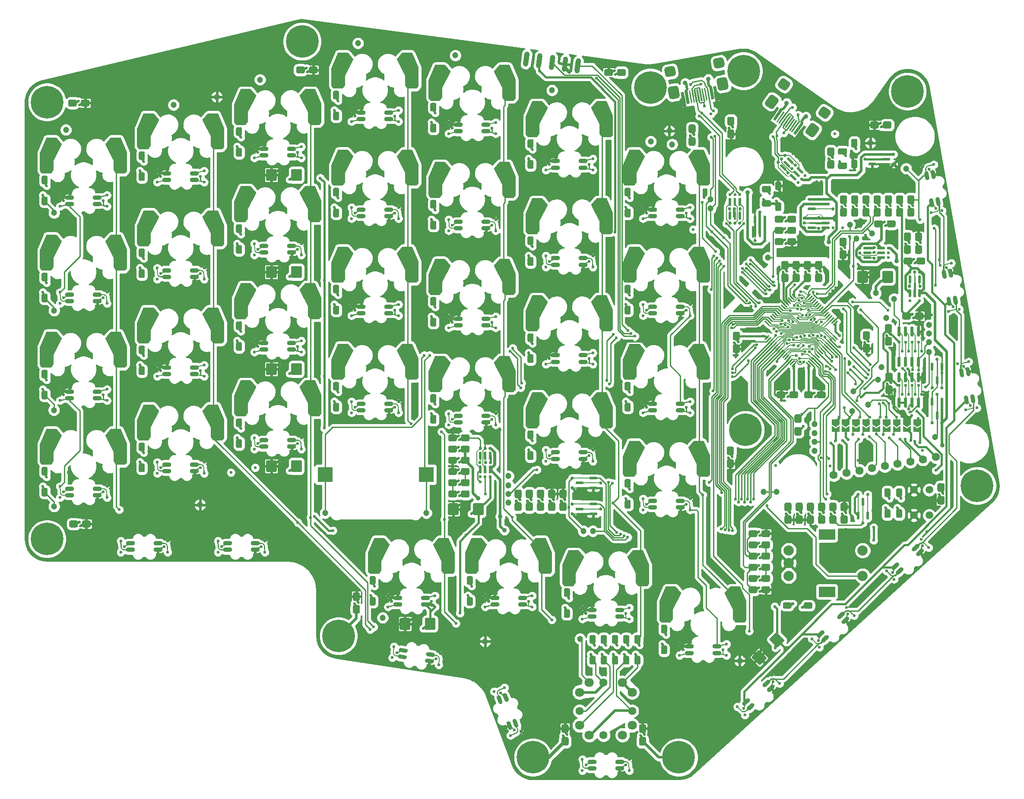
<source format=gbr>
G04 #@! TF.GenerationSoftware,KiCad,Pcbnew,(5.1.9)-1*
G04 #@! TF.CreationDate,2021-04-11T13:56:47+10:00*
G04 #@! TF.ProjectId,Djinn,446a696e-6e2e-46b6-9963-61645f706362,rev?*
G04 #@! TF.SameCoordinates,Original*
G04 #@! TF.FileFunction,Copper,L2,Bot*
G04 #@! TF.FilePolarity,Positive*
%FSLAX46Y46*%
G04 Gerber Fmt 4.6, Leading zero omitted, Abs format (unit mm)*
G04 Created by KiCad (PCBNEW (5.1.9)-1) date 2021-04-11 13:56:47*
%MOMM*%
%LPD*%
G01*
G04 APERTURE LIST*
G04 #@! TA.AperFunction,ComponentPad*
%ADD10C,1.200000*%
G04 #@! TD*
G04 #@! TA.AperFunction,SMDPad,CuDef*
%ADD11C,0.152400*%
G04 #@! TD*
G04 #@! TA.AperFunction,ComponentPad*
%ADD12C,0.600000*%
G04 #@! TD*
G04 #@! TA.AperFunction,SMDPad,CuDef*
%ADD13O,1.800000X0.820000*%
G04 #@! TD*
G04 #@! TA.AperFunction,ComponentPad*
%ADD14C,0.500000*%
G04 #@! TD*
G04 #@! TA.AperFunction,ComponentPad*
%ADD15C,0.800000*%
G04 #@! TD*
G04 #@! TA.AperFunction,SMDPad,CuDef*
%ADD16R,2.350000X2.500000*%
G04 #@! TD*
G04 #@! TA.AperFunction,SMDPad,CuDef*
%ADD17R,2.150000X2.500000*%
G04 #@! TD*
G04 #@! TA.AperFunction,ComponentPad*
%ADD18C,1.500000*%
G04 #@! TD*
G04 #@! TA.AperFunction,ComponentPad*
%ADD19C,1.600000*%
G04 #@! TD*
G04 #@! TA.AperFunction,ComponentPad*
%ADD20C,1.800000*%
G04 #@! TD*
G04 #@! TA.AperFunction,ComponentPad*
%ADD21C,2.000000*%
G04 #@! TD*
G04 #@! TA.AperFunction,ComponentPad*
%ADD22R,3.200000X2.000000*%
G04 #@! TD*
G04 #@! TA.AperFunction,ComponentPad*
%ADD23C,6.400000*%
G04 #@! TD*
G04 #@! TA.AperFunction,ComponentPad*
%ADD24R,3.000000X3.000000*%
G04 #@! TD*
G04 #@! TA.AperFunction,ViaPad*
%ADD25C,0.600000*%
G04 #@! TD*
G04 #@! TA.AperFunction,ViaPad*
%ADD26C,0.900000*%
G04 #@! TD*
G04 #@! TA.AperFunction,Conductor*
%ADD27C,0.127000*%
G04 #@! TD*
G04 #@! TA.AperFunction,Conductor*
%ADD28C,0.250000*%
G04 #@! TD*
G04 #@! TA.AperFunction,Conductor*
%ADD29C,0.400000*%
G04 #@! TD*
G04 #@! TA.AperFunction,Conductor*
%ADD30C,0.203200*%
G04 #@! TD*
G04 #@! TA.AperFunction,Conductor*
%ADD31C,0.650000*%
G04 #@! TD*
G04 #@! TA.AperFunction,Conductor*
%ADD32C,0.450000*%
G04 #@! TD*
G04 #@! TA.AperFunction,Conductor*
%ADD33C,0.550000*%
G04 #@! TD*
G04 #@! TA.AperFunction,Conductor*
%ADD34C,0.254000*%
G04 #@! TD*
G04 #@! TA.AperFunction,Conductor*
%ADD35C,0.152400*%
G04 #@! TD*
G04 APERTURE END LIST*
D10*
X78750000Y-91550000D03*
X154250000Y6300000D03*
X128650000Y-95350000D03*
X22850000Y-64750000D03*
X26150000Y15300000D03*
X83300000Y-59100000D03*
X83300000Y-62650000D03*
X83300000Y-60900000D03*
X97350000Y-91050000D03*
X133300000Y-62200000D03*
X135850000Y-62200000D03*
X134200000Y-16225000D03*
X158925000Y-24325000D03*
X143350000Y-48900000D03*
X165775000Y-34750000D03*
X122900000Y-4800000D03*
X150700000Y-46400000D03*
X122950000Y-6600000D03*
X150950000Y-42450000D03*
X47400000Y-66350000D03*
X155800000Y-40150000D03*
X67200000Y-66350000D03*
X153850000Y-45050000D03*
X156450000Y-37700000D03*
X166900000Y-51400000D03*
X58650000Y-86900000D03*
X-5750001Y-65050000D03*
X83300000Y-64350000D03*
X-5800000Y-46150000D03*
X99850000Y-69899999D03*
X-5750000Y-26600000D03*
X98000000Y-69900000D03*
X-5750000Y-7450000D03*
X111200000Y6550000D03*
X161250000Y1250000D03*
X91850000Y16600000D03*
X72900000Y23450000D03*
X53800001Y25850000D03*
X154550000Y-11450000D03*
X34600000Y18700000D03*
X150250000Y-9800000D03*
X17650000Y13750000D03*
X-3450000Y8850000D03*
X143350000Y-50650000D03*
X143350000Y-52400000D03*
X151500000Y-12500000D03*
X143350000Y-54150000D03*
X157400000Y-28100000D03*
X165775000Y-32850000D03*
X155300000Y-23200000D03*
X165775000Y-31150000D03*
X115400000Y6000000D03*
X165775000Y-29450000D03*
X114850000Y8650000D03*
G04 #@! TA.AperFunction,SMDPad,CuDef*
D11*
G36*
X7320057Y-71738992D02*
G01*
X7329651Y-71740837D01*
X7339020Y-71743609D01*
X7348072Y-71747281D01*
X7356724Y-71751820D01*
X7364892Y-71757181D01*
X7372498Y-71763314D01*
X7379468Y-71770159D01*
X7385738Y-71777652D01*
X7391246Y-71785721D01*
X7395941Y-71794289D01*
X7399777Y-71803275D01*
X7402719Y-71812592D01*
X7404736Y-71822151D01*
X7405811Y-71831861D01*
X7479185Y-73024843D01*
X7482717Y-73044274D01*
X7496041Y-73096172D01*
X7513915Y-73145279D01*
X7536491Y-73192400D01*
X7563564Y-73237102D01*
X7594868Y-73278946D01*
X7630104Y-73317535D01*
X7668938Y-73352501D01*
X7711007Y-73383517D01*
X7755893Y-73410274D01*
X7803169Y-73432520D01*
X7852408Y-73450053D01*
X7903107Y-73462694D01*
X7954804Y-73470327D01*
X8009453Y-73473000D01*
X9206000Y-73473000D01*
X9207396Y-73473010D01*
X9217147Y-73473623D01*
X9226791Y-73475185D01*
X9236237Y-73477681D01*
X9245394Y-73481086D01*
X9254175Y-73485369D01*
X9262497Y-73490489D01*
X9270279Y-73496396D01*
X9277447Y-73503034D01*
X9283934Y-73510340D01*
X9289676Y-73518244D01*
X9294620Y-73526670D01*
X9298718Y-73535539D01*
X9301931Y-73544766D01*
X9304229Y-73554262D01*
X9305588Y-73563937D01*
X9305998Y-73573698D01*
X9305452Y-73583453D01*
X9303958Y-73593108D01*
X9301528Y-73602571D01*
X9298186Y-73611752D01*
X9293965Y-73620562D01*
X9288904Y-73628919D01*
X9283051Y-73636742D01*
X9276463Y-73643957D01*
X9269203Y-73650494D01*
X9261339Y-73656292D01*
X9252947Y-73661295D01*
X9244107Y-73665455D01*
X9234903Y-73668732D01*
X9225423Y-73671096D01*
X9215758Y-73672523D01*
X9206000Y-73673000D01*
X8007000Y-73673000D01*
X8005604Y-73672990D01*
X8003870Y-73672881D01*
X8002114Y-73672881D01*
X7940149Y-73669850D01*
X7938756Y-73669771D01*
X7934602Y-73669306D01*
X7930428Y-73668896D01*
X7869058Y-73659835D01*
X7869052Y-73659834D01*
X7869045Y-73659833D01*
X7867675Y-73659621D01*
X7863551Y-73658745D01*
X7859468Y-73657936D01*
X7799288Y-73642931D01*
X7799273Y-73642928D01*
X7799257Y-73642923D01*
X7797920Y-73642580D01*
X7793942Y-73641318D01*
X7789921Y-73640104D01*
X7731481Y-73619295D01*
X7731474Y-73619293D01*
X7731466Y-73619290D01*
X7730164Y-73618815D01*
X7726352Y-73617182D01*
X7722442Y-73615570D01*
X7666325Y-73589162D01*
X7666308Y-73589155D01*
X7666289Y-73589145D01*
X7665049Y-73588551D01*
X7661385Y-73586537D01*
X7657682Y-73584568D01*
X7604392Y-73552801D01*
X7603198Y-73552078D01*
X7599759Y-73549723D01*
X7596254Y-73547395D01*
X7546319Y-73510580D01*
X7545202Y-73509743D01*
X7542010Y-73507065D01*
X7538748Y-73504404D01*
X7492643Y-73462891D01*
X7491613Y-73461949D01*
X7488693Y-73458968D01*
X7485711Y-73456007D01*
X7443878Y-73410194D01*
X7442945Y-73409157D01*
X7440335Y-73405912D01*
X7437650Y-73402666D01*
X7400488Y-73352989D01*
X7399660Y-73351865D01*
X7397371Y-73348368D01*
X7395025Y-73344890D01*
X7362887Y-73291824D01*
X7362172Y-73290625D01*
X7360223Y-73286898D01*
X7358240Y-73283229D01*
X7331442Y-73227298D01*
X7331434Y-73227282D01*
X7331426Y-73227263D01*
X7330839Y-73226017D01*
X7329273Y-73222141D01*
X7327648Y-73218275D01*
X7306429Y-73159978D01*
X7305961Y-73158663D01*
X7304787Y-73154676D01*
X7303539Y-73150643D01*
X7288111Y-73090552D01*
X7287774Y-73089197D01*
X7287234Y-73086369D01*
X7286582Y-73083565D01*
X7281430Y-73055217D01*
X7281190Y-73053842D01*
X7281114Y-73053196D01*
X7280995Y-73052632D01*
X7280145Y-73044957D01*
X7280049Y-73044138D01*
X7280048Y-73044077D01*
X7279920Y-73042922D01*
X7206189Y-71844139D01*
X7206113Y-71842745D01*
X7206126Y-71832975D01*
X7207093Y-71823253D01*
X7209005Y-71813672D01*
X7211841Y-71804323D01*
X7215577Y-71795295D01*
X7220176Y-71786675D01*
X7225594Y-71778545D01*
X7231780Y-71770983D01*
X7238674Y-71764060D01*
X7246210Y-71757843D01*
X7254317Y-71752391D01*
X7262918Y-71747757D01*
X7271930Y-71743983D01*
X7281267Y-71741107D01*
X7290840Y-71739156D01*
X7300558Y-71738148D01*
X7310328Y-71738094D01*
X7320057Y-71738992D01*
G37*
G04 #@! TD.AperFunction*
G04 #@! TA.AperFunction,SMDPad,CuDef*
G36*
X9251449Y-72203778D02*
G01*
X9261072Y-72205467D01*
X9270484Y-72208086D01*
X9279596Y-72211611D01*
X9288320Y-72216009D01*
X9296573Y-72221236D01*
X9304277Y-72227245D01*
X9311358Y-72233977D01*
X9317749Y-72241367D01*
X9323387Y-72249346D01*
X9328221Y-72257836D01*
X9332201Y-72266759D01*
X9335294Y-72276026D01*
X9337466Y-72285552D01*
X9338699Y-72295244D01*
X9338980Y-72305009D01*
X9338307Y-72314756D01*
X9336685Y-72324390D01*
X9334131Y-72333821D01*
X9330670Y-72342957D01*
X9326333Y-72351712D01*
X9321163Y-72360002D01*
X9315209Y-72367748D01*
X9308527Y-72374875D01*
X9301181Y-72381317D01*
X9293242Y-72387011D01*
X9284785Y-72391903D01*
X8051785Y-73026903D01*
X8050540Y-73027533D01*
X8041590Y-73031453D01*
X8032301Y-73034479D01*
X8022761Y-73036585D01*
X8013061Y-73037751D01*
X8003293Y-73037963D01*
X7993550Y-73037222D01*
X7983928Y-73035533D01*
X7974516Y-73032914D01*
X7965404Y-73029389D01*
X7956680Y-73024991D01*
X7948427Y-73019764D01*
X7940723Y-73013755D01*
X7933642Y-73007023D01*
X7927251Y-72999633D01*
X7921613Y-72991654D01*
X7916779Y-72983164D01*
X7912798Y-72974241D01*
X7909706Y-72964974D01*
X7907534Y-72955448D01*
X7906301Y-72945756D01*
X7906020Y-72935991D01*
X7906693Y-72926244D01*
X7908315Y-72916610D01*
X7910869Y-72907179D01*
X7914330Y-72898043D01*
X7918667Y-72889288D01*
X7923837Y-72880998D01*
X7929791Y-72873252D01*
X7936473Y-72866125D01*
X7943819Y-72859683D01*
X7951758Y-72853989D01*
X7960215Y-72849097D01*
X9193215Y-72214097D01*
X9194460Y-72213467D01*
X9203410Y-72209547D01*
X9212699Y-72206521D01*
X9222239Y-72204415D01*
X9231939Y-72203249D01*
X9241707Y-72203037D01*
X9251449Y-72203778D01*
G37*
G04 #@! TD.AperFunction*
G04 #@! TA.AperFunction,SMDPad,CuDef*
G36*
X16491943Y-74137008D02*
G01*
X16482349Y-74135163D01*
X16472980Y-74132391D01*
X16463928Y-74128719D01*
X16455276Y-74124180D01*
X16447108Y-74118819D01*
X16439502Y-74112686D01*
X16432532Y-74105841D01*
X16426262Y-74098348D01*
X16420754Y-74090279D01*
X16416059Y-74081711D01*
X16412223Y-74072725D01*
X16409281Y-74063408D01*
X16407264Y-74053849D01*
X16406189Y-74044139D01*
X16332815Y-72851157D01*
X16329283Y-72831726D01*
X16315959Y-72779828D01*
X16298085Y-72730721D01*
X16275509Y-72683600D01*
X16248436Y-72638898D01*
X16217132Y-72597054D01*
X16181896Y-72558465D01*
X16143062Y-72523499D01*
X16100993Y-72492483D01*
X16056107Y-72465726D01*
X16008831Y-72443480D01*
X15959592Y-72425947D01*
X15908893Y-72413306D01*
X15857196Y-72405673D01*
X15802547Y-72403000D01*
X14606000Y-72403000D01*
X14604604Y-72402990D01*
X14594853Y-72402377D01*
X14585209Y-72400815D01*
X14575763Y-72398319D01*
X14566606Y-72394914D01*
X14557825Y-72390631D01*
X14549503Y-72385511D01*
X14541721Y-72379604D01*
X14534553Y-72372966D01*
X14528066Y-72365660D01*
X14522324Y-72357756D01*
X14517380Y-72349330D01*
X14513282Y-72340461D01*
X14510069Y-72331234D01*
X14507771Y-72321738D01*
X14506412Y-72312063D01*
X14506002Y-72302302D01*
X14506548Y-72292547D01*
X14508042Y-72282892D01*
X14510472Y-72273429D01*
X14513814Y-72264248D01*
X14518035Y-72255438D01*
X14523096Y-72247081D01*
X14528949Y-72239258D01*
X14535537Y-72232043D01*
X14542797Y-72225506D01*
X14550661Y-72219708D01*
X14559053Y-72214705D01*
X14567893Y-72210545D01*
X14577097Y-72207268D01*
X14586577Y-72204904D01*
X14596242Y-72203477D01*
X14606000Y-72203000D01*
X15805000Y-72203000D01*
X15806396Y-72203010D01*
X15808130Y-72203119D01*
X15809886Y-72203119D01*
X15871851Y-72206150D01*
X15873244Y-72206229D01*
X15877398Y-72206694D01*
X15881572Y-72207104D01*
X15942942Y-72216165D01*
X15942948Y-72216166D01*
X15942955Y-72216167D01*
X15944325Y-72216379D01*
X15948449Y-72217255D01*
X15952532Y-72218064D01*
X16012712Y-72233069D01*
X16012727Y-72233072D01*
X16012743Y-72233077D01*
X16014080Y-72233420D01*
X16018058Y-72234682D01*
X16022079Y-72235896D01*
X16080519Y-72256705D01*
X16080526Y-72256707D01*
X16080534Y-72256710D01*
X16081836Y-72257185D01*
X16085648Y-72258818D01*
X16089558Y-72260430D01*
X16145675Y-72286838D01*
X16145692Y-72286845D01*
X16145711Y-72286855D01*
X16146951Y-72287449D01*
X16150615Y-72289463D01*
X16154318Y-72291432D01*
X16207608Y-72323199D01*
X16208802Y-72323922D01*
X16212241Y-72326277D01*
X16215746Y-72328605D01*
X16265681Y-72365420D01*
X16266798Y-72366257D01*
X16269990Y-72368935D01*
X16273252Y-72371596D01*
X16319357Y-72413109D01*
X16320387Y-72414051D01*
X16323307Y-72417032D01*
X16326289Y-72419993D01*
X16368122Y-72465806D01*
X16369055Y-72466843D01*
X16371665Y-72470088D01*
X16374350Y-72473334D01*
X16411512Y-72523011D01*
X16412340Y-72524135D01*
X16414629Y-72527632D01*
X16416975Y-72531110D01*
X16449113Y-72584176D01*
X16449828Y-72585375D01*
X16451777Y-72589102D01*
X16453760Y-72592771D01*
X16480558Y-72648702D01*
X16480566Y-72648718D01*
X16480574Y-72648737D01*
X16481161Y-72649983D01*
X16482727Y-72653859D01*
X16484352Y-72657725D01*
X16505571Y-72716022D01*
X16506039Y-72717337D01*
X16507213Y-72721324D01*
X16508461Y-72725357D01*
X16523889Y-72785448D01*
X16524226Y-72786803D01*
X16524766Y-72789631D01*
X16525418Y-72792435D01*
X16530570Y-72820783D01*
X16530810Y-72822158D01*
X16530886Y-72822804D01*
X16531005Y-72823368D01*
X16531855Y-72831043D01*
X16531951Y-72831862D01*
X16531952Y-72831923D01*
X16532080Y-72833078D01*
X16605811Y-74031861D01*
X16605887Y-74033255D01*
X16605874Y-74043025D01*
X16604907Y-74052747D01*
X16602995Y-74062328D01*
X16600159Y-74071677D01*
X16596423Y-74080705D01*
X16591824Y-74089325D01*
X16586406Y-74097455D01*
X16580220Y-74105017D01*
X16573326Y-74111940D01*
X16565790Y-74118157D01*
X16557683Y-74123609D01*
X16549082Y-74128243D01*
X16540070Y-74132017D01*
X16530733Y-74134893D01*
X16521160Y-74136844D01*
X16511442Y-74137852D01*
X16501672Y-74137906D01*
X16491943Y-74137008D01*
G37*
G04 #@! TD.AperFunction*
G04 #@! TA.AperFunction,SMDPad,CuDef*
G36*
X14560551Y-73672222D02*
G01*
X14550928Y-73670533D01*
X14541516Y-73667914D01*
X14532404Y-73664389D01*
X14523680Y-73659991D01*
X14515427Y-73654764D01*
X14507723Y-73648755D01*
X14500642Y-73642023D01*
X14494251Y-73634633D01*
X14488613Y-73626654D01*
X14483779Y-73618164D01*
X14479799Y-73609241D01*
X14476706Y-73599974D01*
X14474534Y-73590448D01*
X14473301Y-73580756D01*
X14473020Y-73570991D01*
X14473693Y-73561244D01*
X14475315Y-73551610D01*
X14477869Y-73542179D01*
X14481330Y-73533043D01*
X14485667Y-73524288D01*
X14490837Y-73515998D01*
X14496791Y-73508252D01*
X14503473Y-73501125D01*
X14510819Y-73494683D01*
X14518758Y-73488989D01*
X14527215Y-73484097D01*
X15760215Y-72849097D01*
X15761460Y-72848467D01*
X15770410Y-72844547D01*
X15779699Y-72841521D01*
X15789239Y-72839415D01*
X15798939Y-72838249D01*
X15808707Y-72838037D01*
X15818450Y-72838778D01*
X15828072Y-72840467D01*
X15837484Y-72843086D01*
X15846596Y-72846611D01*
X15855320Y-72851009D01*
X15863573Y-72856236D01*
X15871277Y-72862245D01*
X15878358Y-72868977D01*
X15884749Y-72876367D01*
X15890387Y-72884346D01*
X15895221Y-72892836D01*
X15899202Y-72901759D01*
X15902294Y-72911026D01*
X15904466Y-72920552D01*
X15905699Y-72930244D01*
X15905980Y-72940009D01*
X15905307Y-72949756D01*
X15903685Y-72959390D01*
X15901131Y-72968821D01*
X15897670Y-72977957D01*
X15893333Y-72986712D01*
X15888163Y-72995002D01*
X15882209Y-73002748D01*
X15875527Y-73009875D01*
X15868181Y-73016317D01*
X15860242Y-73022011D01*
X15851785Y-73026903D01*
X14618785Y-73661903D01*
X14617540Y-73662533D01*
X14608590Y-73666453D01*
X14599301Y-73669479D01*
X14589761Y-73671585D01*
X14580061Y-73672751D01*
X14570293Y-73672963D01*
X14560551Y-73672222D01*
G37*
G04 #@! TD.AperFunction*
D12*
X8006000Y-72938000D03*
X7306000Y-74038000D03*
X16506000Y-71838000D03*
X7306000Y-71838000D03*
X16506000Y-74038000D03*
D13*
X9206000Y-72298000D03*
X9206000Y-73578000D03*
X14606000Y-73578000D03*
X14606000Y-72298000D03*
D12*
X15806000Y-72938000D03*
G04 #@! TA.AperFunction,SMDPad,CuDef*
D11*
G36*
X26370057Y-71738992D02*
G01*
X26379651Y-71740837D01*
X26389020Y-71743609D01*
X26398072Y-71747281D01*
X26406724Y-71751820D01*
X26414892Y-71757181D01*
X26422498Y-71763314D01*
X26429468Y-71770159D01*
X26435738Y-71777652D01*
X26441246Y-71785721D01*
X26445941Y-71794289D01*
X26449777Y-71803275D01*
X26452719Y-71812592D01*
X26454736Y-71822151D01*
X26455811Y-71831861D01*
X26529185Y-73024843D01*
X26532717Y-73044274D01*
X26546041Y-73096172D01*
X26563915Y-73145279D01*
X26586491Y-73192400D01*
X26613564Y-73237102D01*
X26644868Y-73278946D01*
X26680104Y-73317535D01*
X26718938Y-73352501D01*
X26761007Y-73383517D01*
X26805893Y-73410274D01*
X26853169Y-73432520D01*
X26902408Y-73450053D01*
X26953107Y-73462694D01*
X27004804Y-73470327D01*
X27059453Y-73473000D01*
X28256000Y-73473000D01*
X28257396Y-73473010D01*
X28267147Y-73473623D01*
X28276791Y-73475185D01*
X28286237Y-73477681D01*
X28295394Y-73481086D01*
X28304175Y-73485369D01*
X28312497Y-73490489D01*
X28320279Y-73496396D01*
X28327447Y-73503034D01*
X28333934Y-73510340D01*
X28339676Y-73518244D01*
X28344620Y-73526670D01*
X28348718Y-73535539D01*
X28351931Y-73544766D01*
X28354229Y-73554262D01*
X28355588Y-73563937D01*
X28355998Y-73573698D01*
X28355452Y-73583453D01*
X28353958Y-73593108D01*
X28351528Y-73602571D01*
X28348186Y-73611752D01*
X28343965Y-73620562D01*
X28338904Y-73628919D01*
X28333051Y-73636742D01*
X28326463Y-73643957D01*
X28319203Y-73650494D01*
X28311339Y-73656292D01*
X28302947Y-73661295D01*
X28294107Y-73665455D01*
X28284903Y-73668732D01*
X28275423Y-73671096D01*
X28265758Y-73672523D01*
X28256000Y-73673000D01*
X27057000Y-73673000D01*
X27055604Y-73672990D01*
X27053870Y-73672881D01*
X27052114Y-73672881D01*
X26990149Y-73669850D01*
X26988756Y-73669771D01*
X26984602Y-73669306D01*
X26980428Y-73668896D01*
X26919058Y-73659835D01*
X26919052Y-73659834D01*
X26919045Y-73659833D01*
X26917675Y-73659621D01*
X26913551Y-73658745D01*
X26909468Y-73657936D01*
X26849288Y-73642931D01*
X26849273Y-73642928D01*
X26849257Y-73642923D01*
X26847920Y-73642580D01*
X26843942Y-73641318D01*
X26839921Y-73640104D01*
X26781481Y-73619295D01*
X26781474Y-73619293D01*
X26781466Y-73619290D01*
X26780164Y-73618815D01*
X26776352Y-73617182D01*
X26772442Y-73615570D01*
X26716325Y-73589162D01*
X26716308Y-73589155D01*
X26716289Y-73589145D01*
X26715049Y-73588551D01*
X26711385Y-73586537D01*
X26707682Y-73584568D01*
X26654392Y-73552801D01*
X26653198Y-73552078D01*
X26649759Y-73549723D01*
X26646254Y-73547395D01*
X26596319Y-73510580D01*
X26595202Y-73509743D01*
X26592010Y-73507065D01*
X26588748Y-73504404D01*
X26542643Y-73462891D01*
X26541613Y-73461949D01*
X26538693Y-73458968D01*
X26535711Y-73456007D01*
X26493878Y-73410194D01*
X26492945Y-73409157D01*
X26490335Y-73405912D01*
X26487650Y-73402666D01*
X26450488Y-73352989D01*
X26449660Y-73351865D01*
X26447371Y-73348368D01*
X26445025Y-73344890D01*
X26412887Y-73291824D01*
X26412172Y-73290625D01*
X26410223Y-73286898D01*
X26408240Y-73283229D01*
X26381442Y-73227298D01*
X26381434Y-73227282D01*
X26381426Y-73227263D01*
X26380839Y-73226017D01*
X26379273Y-73222141D01*
X26377648Y-73218275D01*
X26356429Y-73159978D01*
X26355961Y-73158663D01*
X26354787Y-73154676D01*
X26353539Y-73150643D01*
X26338111Y-73090552D01*
X26337774Y-73089197D01*
X26337234Y-73086369D01*
X26336582Y-73083565D01*
X26331430Y-73055217D01*
X26331190Y-73053842D01*
X26331114Y-73053196D01*
X26330995Y-73052632D01*
X26330145Y-73044957D01*
X26330049Y-73044138D01*
X26330048Y-73044077D01*
X26329920Y-73042922D01*
X26256189Y-71844139D01*
X26256113Y-71842745D01*
X26256126Y-71832975D01*
X26257093Y-71823253D01*
X26259005Y-71813672D01*
X26261841Y-71804323D01*
X26265577Y-71795295D01*
X26270176Y-71786675D01*
X26275594Y-71778545D01*
X26281780Y-71770983D01*
X26288674Y-71764060D01*
X26296210Y-71757843D01*
X26304317Y-71752391D01*
X26312918Y-71747757D01*
X26321930Y-71743983D01*
X26331267Y-71741107D01*
X26340840Y-71739156D01*
X26350558Y-71738148D01*
X26360328Y-71738094D01*
X26370057Y-71738992D01*
G37*
G04 #@! TD.AperFunction*
G04 #@! TA.AperFunction,SMDPad,CuDef*
G36*
X28301449Y-72203778D02*
G01*
X28311072Y-72205467D01*
X28320484Y-72208086D01*
X28329596Y-72211611D01*
X28338320Y-72216009D01*
X28346573Y-72221236D01*
X28354277Y-72227245D01*
X28361358Y-72233977D01*
X28367749Y-72241367D01*
X28373387Y-72249346D01*
X28378221Y-72257836D01*
X28382201Y-72266759D01*
X28385294Y-72276026D01*
X28387466Y-72285552D01*
X28388699Y-72295244D01*
X28388980Y-72305009D01*
X28388307Y-72314756D01*
X28386685Y-72324390D01*
X28384131Y-72333821D01*
X28380670Y-72342957D01*
X28376333Y-72351712D01*
X28371163Y-72360002D01*
X28365209Y-72367748D01*
X28358527Y-72374875D01*
X28351181Y-72381317D01*
X28343242Y-72387011D01*
X28334785Y-72391903D01*
X27101785Y-73026903D01*
X27100540Y-73027533D01*
X27091590Y-73031453D01*
X27082301Y-73034479D01*
X27072761Y-73036585D01*
X27063061Y-73037751D01*
X27053293Y-73037963D01*
X27043550Y-73037222D01*
X27033928Y-73035533D01*
X27024516Y-73032914D01*
X27015404Y-73029389D01*
X27006680Y-73024991D01*
X26998427Y-73019764D01*
X26990723Y-73013755D01*
X26983642Y-73007023D01*
X26977251Y-72999633D01*
X26971613Y-72991654D01*
X26966779Y-72983164D01*
X26962798Y-72974241D01*
X26959706Y-72964974D01*
X26957534Y-72955448D01*
X26956301Y-72945756D01*
X26956020Y-72935991D01*
X26956693Y-72926244D01*
X26958315Y-72916610D01*
X26960869Y-72907179D01*
X26964330Y-72898043D01*
X26968667Y-72889288D01*
X26973837Y-72880998D01*
X26979791Y-72873252D01*
X26986473Y-72866125D01*
X26993819Y-72859683D01*
X27001758Y-72853989D01*
X27010215Y-72849097D01*
X28243215Y-72214097D01*
X28244460Y-72213467D01*
X28253410Y-72209547D01*
X28262699Y-72206521D01*
X28272239Y-72204415D01*
X28281939Y-72203249D01*
X28291707Y-72203037D01*
X28301449Y-72203778D01*
G37*
G04 #@! TD.AperFunction*
G04 #@! TA.AperFunction,SMDPad,CuDef*
G36*
X35541943Y-74137008D02*
G01*
X35532349Y-74135163D01*
X35522980Y-74132391D01*
X35513928Y-74128719D01*
X35505276Y-74124180D01*
X35497108Y-74118819D01*
X35489502Y-74112686D01*
X35482532Y-74105841D01*
X35476262Y-74098348D01*
X35470754Y-74090279D01*
X35466059Y-74081711D01*
X35462223Y-74072725D01*
X35459281Y-74063408D01*
X35457264Y-74053849D01*
X35456189Y-74044139D01*
X35382815Y-72851157D01*
X35379283Y-72831726D01*
X35365959Y-72779828D01*
X35348085Y-72730721D01*
X35325509Y-72683600D01*
X35298436Y-72638898D01*
X35267132Y-72597054D01*
X35231896Y-72558465D01*
X35193062Y-72523499D01*
X35150993Y-72492483D01*
X35106107Y-72465726D01*
X35058831Y-72443480D01*
X35009592Y-72425947D01*
X34958893Y-72413306D01*
X34907196Y-72405673D01*
X34852547Y-72403000D01*
X33656000Y-72403000D01*
X33654604Y-72402990D01*
X33644853Y-72402377D01*
X33635209Y-72400815D01*
X33625763Y-72398319D01*
X33616606Y-72394914D01*
X33607825Y-72390631D01*
X33599503Y-72385511D01*
X33591721Y-72379604D01*
X33584553Y-72372966D01*
X33578066Y-72365660D01*
X33572324Y-72357756D01*
X33567380Y-72349330D01*
X33563282Y-72340461D01*
X33560069Y-72331234D01*
X33557771Y-72321738D01*
X33556412Y-72312063D01*
X33556002Y-72302302D01*
X33556548Y-72292547D01*
X33558042Y-72282892D01*
X33560472Y-72273429D01*
X33563814Y-72264248D01*
X33568035Y-72255438D01*
X33573096Y-72247081D01*
X33578949Y-72239258D01*
X33585537Y-72232043D01*
X33592797Y-72225506D01*
X33600661Y-72219708D01*
X33609053Y-72214705D01*
X33617893Y-72210545D01*
X33627097Y-72207268D01*
X33636577Y-72204904D01*
X33646242Y-72203477D01*
X33656000Y-72203000D01*
X34855000Y-72203000D01*
X34856396Y-72203010D01*
X34858130Y-72203119D01*
X34859886Y-72203119D01*
X34921851Y-72206150D01*
X34923244Y-72206229D01*
X34927398Y-72206694D01*
X34931572Y-72207104D01*
X34992942Y-72216165D01*
X34992948Y-72216166D01*
X34992955Y-72216167D01*
X34994325Y-72216379D01*
X34998449Y-72217255D01*
X35002532Y-72218064D01*
X35062712Y-72233069D01*
X35062727Y-72233072D01*
X35062743Y-72233077D01*
X35064080Y-72233420D01*
X35068058Y-72234682D01*
X35072079Y-72235896D01*
X35130519Y-72256705D01*
X35130526Y-72256707D01*
X35130534Y-72256710D01*
X35131836Y-72257185D01*
X35135648Y-72258818D01*
X35139558Y-72260430D01*
X35195675Y-72286838D01*
X35195692Y-72286845D01*
X35195711Y-72286855D01*
X35196951Y-72287449D01*
X35200615Y-72289463D01*
X35204318Y-72291432D01*
X35257608Y-72323199D01*
X35258802Y-72323922D01*
X35262241Y-72326277D01*
X35265746Y-72328605D01*
X35315681Y-72365420D01*
X35316798Y-72366257D01*
X35319990Y-72368935D01*
X35323252Y-72371596D01*
X35369357Y-72413109D01*
X35370387Y-72414051D01*
X35373307Y-72417032D01*
X35376289Y-72419993D01*
X35418122Y-72465806D01*
X35419055Y-72466843D01*
X35421665Y-72470088D01*
X35424350Y-72473334D01*
X35461512Y-72523011D01*
X35462340Y-72524135D01*
X35464629Y-72527632D01*
X35466975Y-72531110D01*
X35499113Y-72584176D01*
X35499828Y-72585375D01*
X35501777Y-72589102D01*
X35503760Y-72592771D01*
X35530558Y-72648702D01*
X35530566Y-72648718D01*
X35530574Y-72648737D01*
X35531161Y-72649983D01*
X35532727Y-72653859D01*
X35534352Y-72657725D01*
X35555571Y-72716022D01*
X35556039Y-72717337D01*
X35557213Y-72721324D01*
X35558461Y-72725357D01*
X35573889Y-72785448D01*
X35574226Y-72786803D01*
X35574766Y-72789631D01*
X35575418Y-72792435D01*
X35580570Y-72820783D01*
X35580810Y-72822158D01*
X35580886Y-72822804D01*
X35581005Y-72823368D01*
X35581855Y-72831043D01*
X35581951Y-72831862D01*
X35581952Y-72831923D01*
X35582080Y-72833078D01*
X35655811Y-74031861D01*
X35655887Y-74033255D01*
X35655874Y-74043025D01*
X35654907Y-74052747D01*
X35652995Y-74062328D01*
X35650159Y-74071677D01*
X35646423Y-74080705D01*
X35641824Y-74089325D01*
X35636406Y-74097455D01*
X35630220Y-74105017D01*
X35623326Y-74111940D01*
X35615790Y-74118157D01*
X35607683Y-74123609D01*
X35599082Y-74128243D01*
X35590070Y-74132017D01*
X35580733Y-74134893D01*
X35571160Y-74136844D01*
X35561442Y-74137852D01*
X35551672Y-74137906D01*
X35541943Y-74137008D01*
G37*
G04 #@! TD.AperFunction*
G04 #@! TA.AperFunction,SMDPad,CuDef*
G36*
X33610551Y-73672222D02*
G01*
X33600928Y-73670533D01*
X33591516Y-73667914D01*
X33582404Y-73664389D01*
X33573680Y-73659991D01*
X33565427Y-73654764D01*
X33557723Y-73648755D01*
X33550642Y-73642023D01*
X33544251Y-73634633D01*
X33538613Y-73626654D01*
X33533779Y-73618164D01*
X33529799Y-73609241D01*
X33526706Y-73599974D01*
X33524534Y-73590448D01*
X33523301Y-73580756D01*
X33523020Y-73570991D01*
X33523693Y-73561244D01*
X33525315Y-73551610D01*
X33527869Y-73542179D01*
X33531330Y-73533043D01*
X33535667Y-73524288D01*
X33540837Y-73515998D01*
X33546791Y-73508252D01*
X33553473Y-73501125D01*
X33560819Y-73494683D01*
X33568758Y-73488989D01*
X33577215Y-73484097D01*
X34810215Y-72849097D01*
X34811460Y-72848467D01*
X34820410Y-72844547D01*
X34829699Y-72841521D01*
X34839239Y-72839415D01*
X34848939Y-72838249D01*
X34858707Y-72838037D01*
X34868450Y-72838778D01*
X34878072Y-72840467D01*
X34887484Y-72843086D01*
X34896596Y-72846611D01*
X34905320Y-72851009D01*
X34913573Y-72856236D01*
X34921277Y-72862245D01*
X34928358Y-72868977D01*
X34934749Y-72876367D01*
X34940387Y-72884346D01*
X34945221Y-72892836D01*
X34949202Y-72901759D01*
X34952294Y-72911026D01*
X34954466Y-72920552D01*
X34955699Y-72930244D01*
X34955980Y-72940009D01*
X34955307Y-72949756D01*
X34953685Y-72959390D01*
X34951131Y-72968821D01*
X34947670Y-72977957D01*
X34943333Y-72986712D01*
X34938163Y-72995002D01*
X34932209Y-73002748D01*
X34925527Y-73009875D01*
X34918181Y-73016317D01*
X34910242Y-73022011D01*
X34901785Y-73026903D01*
X33668785Y-73661903D01*
X33667540Y-73662533D01*
X33658590Y-73666453D01*
X33649301Y-73669479D01*
X33639761Y-73671585D01*
X33630061Y-73672751D01*
X33620293Y-73672963D01*
X33610551Y-73672222D01*
G37*
G04 #@! TD.AperFunction*
D12*
X27056000Y-72938000D03*
X26356000Y-74038000D03*
X35556000Y-71838000D03*
X26356000Y-71838000D03*
X35556000Y-74038000D03*
D13*
X28256000Y-72298000D03*
X28256000Y-73578000D03*
X33656000Y-73578000D03*
X33656000Y-72298000D03*
D12*
X34856000Y-72938000D03*
G04 #@! TA.AperFunction,SMDPad,CuDef*
D11*
G36*
X60905696Y-92468621D02*
G01*
X60914898Y-92471903D01*
X60923736Y-92476068D01*
X60932125Y-92481073D01*
X60939986Y-92486875D01*
X60947244Y-92493416D01*
X60953829Y-92500634D01*
X60959677Y-92508459D01*
X60964735Y-92516818D01*
X60968952Y-92525631D01*
X60972289Y-92534813D01*
X60974714Y-92544278D01*
X60976205Y-92553934D01*
X60976745Y-92563689D01*
X60976331Y-92573449D01*
X60867454Y-93763716D01*
X60867990Y-93783458D01*
X60873268Y-93836779D01*
X60883467Y-93888033D01*
X60898616Y-93938039D01*
X60918577Y-93986337D01*
X60943155Y-94032455D01*
X60972113Y-94075953D01*
X61005179Y-94116417D01*
X61042043Y-94153469D01*
X61082338Y-94186740D01*
X61125682Y-94215916D01*
X61171682Y-94240732D01*
X61219870Y-94260935D01*
X61269805Y-94276340D01*
X61323412Y-94287292D01*
X62506046Y-94469232D01*
X62507424Y-94469454D01*
X62516968Y-94471543D01*
X62526263Y-94474553D01*
X62535219Y-94478456D01*
X62543752Y-94483214D01*
X62551780Y-94488782D01*
X62559226Y-94495108D01*
X62566020Y-94502130D01*
X62572095Y-94509781D01*
X62577396Y-94517988D01*
X62581869Y-94526673D01*
X62585474Y-94535753D01*
X62588176Y-94545142D01*
X62589949Y-94554750D01*
X62590776Y-94564485D01*
X62590648Y-94574254D01*
X62589569Y-94583964D01*
X62587546Y-94593523D01*
X62584602Y-94602838D01*
X62580761Y-94611822D01*
X62576062Y-94620388D01*
X62570550Y-94628454D01*
X62564278Y-94635944D01*
X62557303Y-94642786D01*
X62549695Y-94648915D01*
X62541525Y-94654272D01*
X62532871Y-94658807D01*
X62523816Y-94662476D01*
X62514446Y-94665243D01*
X62504851Y-94667083D01*
X62495121Y-94667978D01*
X62485352Y-94667919D01*
X62475635Y-94666906D01*
X61290577Y-94484593D01*
X61289198Y-94484371D01*
X61287501Y-94484000D01*
X61285766Y-94483733D01*
X61224982Y-94471315D01*
X61223617Y-94471025D01*
X61219582Y-94469934D01*
X61215519Y-94468894D01*
X61156240Y-94450607D01*
X61156235Y-94450605D01*
X61156228Y-94450603D01*
X61154906Y-94450185D01*
X61150963Y-94448692D01*
X61147051Y-94447271D01*
X61089852Y-94423290D01*
X61089838Y-94423285D01*
X61089823Y-94423278D01*
X61088553Y-94422735D01*
X61084813Y-94420883D01*
X61081024Y-94419072D01*
X61026427Y-94389619D01*
X61026421Y-94389616D01*
X61026413Y-94389612D01*
X61025199Y-94388944D01*
X61021679Y-94386750D01*
X61018060Y-94384563D01*
X60966611Y-94349929D01*
X60966595Y-94349919D01*
X60966578Y-94349907D01*
X60965443Y-94349131D01*
X60962127Y-94346583D01*
X60958767Y-94344074D01*
X60910927Y-94304573D01*
X60909857Y-94303677D01*
X60906816Y-94300827D01*
X60903706Y-94297993D01*
X60859949Y-94254013D01*
X60858972Y-94253016D01*
X60856225Y-94249884D01*
X60853405Y-94246758D01*
X60814149Y-94198717D01*
X60813274Y-94197629D01*
X60810841Y-94194239D01*
X60808344Y-94190859D01*
X60773963Y-94139218D01*
X60773199Y-94138051D01*
X60771113Y-94134447D01*
X60768952Y-94130830D01*
X60739776Y-94076080D01*
X60739129Y-94074844D01*
X60737398Y-94071039D01*
X60735608Y-94067245D01*
X60711913Y-94009909D01*
X60711388Y-94008615D01*
X60710029Y-94004635D01*
X60708627Y-94000708D01*
X60690645Y-93941352D01*
X60690639Y-93941335D01*
X60690634Y-93941315D01*
X60690244Y-93939994D01*
X60689285Y-93935925D01*
X60688267Y-93931857D01*
X60676159Y-93871012D01*
X60675896Y-93869641D01*
X60675342Y-93865522D01*
X60674722Y-93861346D01*
X60668611Y-93799608D01*
X60668484Y-93798217D01*
X60668380Y-93795340D01*
X60668162Y-93792469D01*
X60667380Y-93763668D01*
X60667352Y-93762272D01*
X60667375Y-93761622D01*
X60667343Y-93761046D01*
X60667670Y-93753331D01*
X60667700Y-93752507D01*
X60667708Y-93752447D01*
X60667757Y-93751286D01*
X60777164Y-92555231D01*
X60777301Y-92553842D01*
X60778799Y-92544187D01*
X60781233Y-92534725D01*
X60784580Y-92525547D01*
X60788804Y-92516737D01*
X60793869Y-92508383D01*
X60799726Y-92500562D01*
X60806317Y-92493350D01*
X60813581Y-92486817D01*
X60821447Y-92481023D01*
X60829841Y-92476024D01*
X60838683Y-92471868D01*
X60847888Y-92468596D01*
X60857369Y-92466236D01*
X60867035Y-92464813D01*
X60876794Y-92464340D01*
X60886552Y-92464822D01*
X60896216Y-92466254D01*
X60905696Y-92468621D01*
G37*
G04 #@! TD.AperFunction*
G04 #@! TA.AperFunction,SMDPad,CuDef*
G36*
X62743957Y-93221679D02*
G01*
X62753212Y-93224812D01*
X62762116Y-93228832D01*
X62770586Y-93233701D01*
X62778540Y-93239374D01*
X62785902Y-93245796D01*
X62792603Y-93252906D01*
X62798578Y-93260637D01*
X62803771Y-93268912D01*
X62808130Y-93277656D01*
X62811617Y-93286782D01*
X62814194Y-93296207D01*
X62815842Y-93305836D01*
X62816540Y-93315582D01*
X62816285Y-93325349D01*
X62815078Y-93335043D01*
X62812931Y-93344574D01*
X62809863Y-93353849D01*
X62805904Y-93362782D01*
X62801094Y-93371286D01*
X62795477Y-93379280D01*
X62789106Y-93386687D01*
X62782044Y-93393438D01*
X62774356Y-93399466D01*
X62766116Y-93404716D01*
X62757403Y-93409137D01*
X62748301Y-93412686D01*
X61433083Y-93852819D01*
X61431757Y-93853252D01*
X61422315Y-93855766D01*
X61412674Y-93857344D01*
X61402924Y-93857975D01*
X61393160Y-93857653D01*
X61383473Y-93856377D01*
X61373956Y-93854163D01*
X61364703Y-93851031D01*
X61355799Y-93847011D01*
X61347329Y-93842141D01*
X61339375Y-93836468D01*
X61332013Y-93830047D01*
X61325312Y-93822936D01*
X61319337Y-93815206D01*
X61314144Y-93806930D01*
X61309785Y-93798187D01*
X61306298Y-93789060D01*
X61303720Y-93779636D01*
X61302073Y-93770006D01*
X61301375Y-93760261D01*
X61301630Y-93750494D01*
X61302837Y-93740800D01*
X61304984Y-93731269D01*
X61308052Y-93721993D01*
X61312010Y-93713060D01*
X61316820Y-93704557D01*
X61322438Y-93696563D01*
X61328808Y-93689155D01*
X61335871Y-93682405D01*
X61343559Y-93676377D01*
X61351799Y-93671127D01*
X61360512Y-93666706D01*
X61369614Y-93663157D01*
X62684831Y-93223024D01*
X62686158Y-93222590D01*
X62695600Y-93220077D01*
X62705241Y-93218498D01*
X62714990Y-93217867D01*
X62724755Y-93218190D01*
X62734441Y-93219466D01*
X62743957Y-93221679D01*
G37*
G04 #@! TD.AperFunction*
G04 #@! TA.AperFunction,SMDPad,CuDef*
G36*
X69606304Y-96233379D02*
G01*
X69597102Y-96230097D01*
X69588264Y-96225932D01*
X69579875Y-96220927D01*
X69572014Y-96215125D01*
X69564756Y-96208584D01*
X69558171Y-96201366D01*
X69552323Y-96193541D01*
X69547265Y-96185182D01*
X69543048Y-96176369D01*
X69539711Y-96167187D01*
X69537286Y-96157722D01*
X69535795Y-96148066D01*
X69535255Y-96138311D01*
X69535669Y-96128551D01*
X69644546Y-94938284D01*
X69644010Y-94918542D01*
X69638732Y-94865221D01*
X69628533Y-94813967D01*
X69613384Y-94763961D01*
X69593423Y-94715663D01*
X69568845Y-94669545D01*
X69539887Y-94626047D01*
X69506821Y-94585583D01*
X69469957Y-94548531D01*
X69429662Y-94515260D01*
X69386318Y-94486084D01*
X69340318Y-94461268D01*
X69292130Y-94441065D01*
X69242195Y-94425660D01*
X69188588Y-94414708D01*
X68005954Y-94232768D01*
X68004576Y-94232546D01*
X67995032Y-94230457D01*
X67985737Y-94227447D01*
X67976781Y-94223544D01*
X67968248Y-94218786D01*
X67960220Y-94213218D01*
X67952774Y-94206892D01*
X67945980Y-94199870D01*
X67939905Y-94192219D01*
X67934604Y-94184012D01*
X67930131Y-94175327D01*
X67926526Y-94166247D01*
X67923824Y-94156858D01*
X67922051Y-94147250D01*
X67921224Y-94137515D01*
X67921352Y-94127746D01*
X67922431Y-94118036D01*
X67924454Y-94108477D01*
X67927398Y-94099162D01*
X67931239Y-94090178D01*
X67935938Y-94081612D01*
X67941450Y-94073546D01*
X67947722Y-94066056D01*
X67954697Y-94059214D01*
X67962305Y-94053085D01*
X67970475Y-94047728D01*
X67979129Y-94043193D01*
X67988184Y-94039524D01*
X67997554Y-94036757D01*
X68007149Y-94034917D01*
X68016879Y-94034022D01*
X68026648Y-94034081D01*
X68036365Y-94035094D01*
X69221423Y-94217407D01*
X69222802Y-94217629D01*
X69224499Y-94218000D01*
X69226234Y-94218267D01*
X69287018Y-94230685D01*
X69288383Y-94230975D01*
X69292418Y-94232066D01*
X69296481Y-94233106D01*
X69355760Y-94251393D01*
X69355765Y-94251395D01*
X69355772Y-94251397D01*
X69357094Y-94251815D01*
X69361037Y-94253308D01*
X69364949Y-94254729D01*
X69422148Y-94278710D01*
X69422162Y-94278715D01*
X69422177Y-94278722D01*
X69423447Y-94279265D01*
X69427187Y-94281117D01*
X69430976Y-94282928D01*
X69485573Y-94312381D01*
X69485579Y-94312384D01*
X69485587Y-94312388D01*
X69486801Y-94313056D01*
X69490321Y-94315250D01*
X69493940Y-94317437D01*
X69545389Y-94352071D01*
X69545405Y-94352081D01*
X69545422Y-94352093D01*
X69546557Y-94352869D01*
X69549873Y-94355417D01*
X69553233Y-94357926D01*
X69601073Y-94397427D01*
X69602143Y-94398323D01*
X69605184Y-94401173D01*
X69608294Y-94404007D01*
X69652051Y-94447987D01*
X69653028Y-94448984D01*
X69655775Y-94452116D01*
X69658595Y-94455242D01*
X69697851Y-94503283D01*
X69698726Y-94504371D01*
X69701159Y-94507761D01*
X69703656Y-94511141D01*
X69738037Y-94562782D01*
X69738801Y-94563949D01*
X69740887Y-94567553D01*
X69743048Y-94571170D01*
X69772224Y-94625920D01*
X69772871Y-94627156D01*
X69774602Y-94630961D01*
X69776392Y-94634755D01*
X69800087Y-94692091D01*
X69800612Y-94693385D01*
X69801971Y-94697365D01*
X69803373Y-94701292D01*
X69821355Y-94760648D01*
X69821361Y-94760665D01*
X69821366Y-94760685D01*
X69821756Y-94762006D01*
X69822715Y-94766075D01*
X69823733Y-94770143D01*
X69835841Y-94830988D01*
X69836104Y-94832359D01*
X69836658Y-94836478D01*
X69837278Y-94840654D01*
X69843389Y-94902392D01*
X69843516Y-94903783D01*
X69843620Y-94906660D01*
X69843838Y-94909531D01*
X69844620Y-94938332D01*
X69844648Y-94939728D01*
X69844625Y-94940378D01*
X69844657Y-94940954D01*
X69844330Y-94948669D01*
X69844300Y-94949493D01*
X69844292Y-94949553D01*
X69844243Y-94950714D01*
X69734836Y-96146769D01*
X69734699Y-96148158D01*
X69733201Y-96157813D01*
X69730767Y-96167275D01*
X69727420Y-96176453D01*
X69723196Y-96185263D01*
X69718131Y-96193617D01*
X69712274Y-96201438D01*
X69705683Y-96208650D01*
X69698419Y-96215183D01*
X69690553Y-96220977D01*
X69682159Y-96225976D01*
X69673317Y-96230132D01*
X69664112Y-96233404D01*
X69654631Y-96235764D01*
X69644965Y-96237187D01*
X69635206Y-96237660D01*
X69625448Y-96237178D01*
X69615784Y-96235746D01*
X69606304Y-96233379D01*
G37*
G04 #@! TD.AperFunction*
G04 #@! TA.AperFunction,SMDPad,CuDef*
G36*
X67768043Y-95480321D02*
G01*
X67758788Y-95477188D01*
X67749884Y-95473168D01*
X67741414Y-95468299D01*
X67733460Y-95462626D01*
X67726098Y-95456204D01*
X67719397Y-95449094D01*
X67713422Y-95441363D01*
X67708229Y-95433088D01*
X67703870Y-95424344D01*
X67700383Y-95415218D01*
X67697806Y-95405793D01*
X67696158Y-95396164D01*
X67695460Y-95386418D01*
X67695715Y-95376651D01*
X67696922Y-95366957D01*
X67699069Y-95357426D01*
X67702137Y-95348151D01*
X67706096Y-95339218D01*
X67710906Y-95330714D01*
X67716523Y-95322720D01*
X67722894Y-95315313D01*
X67729956Y-95308562D01*
X67737644Y-95302534D01*
X67745884Y-95297284D01*
X67754597Y-95292863D01*
X67763699Y-95289314D01*
X69078917Y-94849181D01*
X69080243Y-94848748D01*
X69089685Y-94846234D01*
X69099326Y-94844656D01*
X69109076Y-94844025D01*
X69118840Y-94844347D01*
X69128527Y-94845623D01*
X69138044Y-94847837D01*
X69147297Y-94850969D01*
X69156201Y-94854989D01*
X69164671Y-94859859D01*
X69172625Y-94865532D01*
X69179987Y-94871953D01*
X69186688Y-94879064D01*
X69192663Y-94886794D01*
X69197856Y-94895070D01*
X69202215Y-94903813D01*
X69205702Y-94912940D01*
X69208280Y-94922364D01*
X69209927Y-94931994D01*
X69210625Y-94941739D01*
X69210370Y-94951506D01*
X69209163Y-94961200D01*
X69207016Y-94970731D01*
X69203948Y-94980007D01*
X69199990Y-94988940D01*
X69195180Y-94997443D01*
X69189562Y-95005437D01*
X69183192Y-95012845D01*
X69176129Y-95019595D01*
X69168441Y-95025623D01*
X69160201Y-95030873D01*
X69151488Y-95035294D01*
X69142386Y-95038843D01*
X67827169Y-95478976D01*
X67825842Y-95479410D01*
X67816400Y-95481923D01*
X67806759Y-95483502D01*
X67797010Y-95484133D01*
X67787245Y-95483810D01*
X67777559Y-95482534D01*
X67768043Y-95480321D01*
G37*
G04 #@! TD.AperFunction*
D12*
X61401349Y-93757988D03*
X60542228Y-94738759D03*
X69969772Y-93963241D03*
X60876748Y-92564340D03*
X69635252Y-96137660D03*
G04 #@! TA.AperFunction,SMDPad,CuDef*
G36*
G01*
X63574294Y-93444419D02*
X63574245Y-93444744D01*
G75*
G02*
X63106670Y-93787635I-405233J62342D01*
G01*
X62138066Y-93638621D01*
G75*
G02*
X61795175Y-93171046I62342J405233D01*
G01*
X61795175Y-93171046D01*
G75*
G02*
X62262750Y-92828155I405233J-62342D01*
G01*
X63231354Y-92977169D01*
G75*
G02*
X63574245Y-93444744I-62342J-405233D01*
G01*
G37*
G04 #@! TD.AperFunction*
G04 #@! TA.AperFunction,SMDPad,CuDef*
G36*
G01*
X63379664Y-94709535D02*
X63379615Y-94709860D01*
G75*
G02*
X62912040Y-95052751I-405233J62342D01*
G01*
X61943436Y-94903737D01*
G75*
G02*
X61600545Y-94436162I62342J405233D01*
G01*
X61600545Y-94436162D01*
G75*
G02*
X62068120Y-94093271I405233J-62342D01*
G01*
X63036724Y-94242285D01*
G75*
G02*
X63379615Y-94709860I-62342J-405233D01*
G01*
G37*
G04 #@! TD.AperFunction*
G04 #@! TA.AperFunction,SMDPad,CuDef*
G36*
G01*
X68716874Y-95530629D02*
X68716825Y-95530954D01*
G75*
G02*
X68249250Y-95873845I-405233J62342D01*
G01*
X67280646Y-95724831D01*
G75*
G02*
X66937755Y-95257256I62342J405233D01*
G01*
X66937755Y-95257256D01*
G75*
G02*
X67405330Y-94914365I405233J-62342D01*
G01*
X68373934Y-95063379D01*
G75*
G02*
X68716825Y-95530954I-62342J-405233D01*
G01*
G37*
G04 #@! TD.AperFunction*
G04 #@! TA.AperFunction,SMDPad,CuDef*
G36*
G01*
X68911504Y-94265513D02*
X68911455Y-94265838D01*
G75*
G02*
X68443880Y-94608729I-405233J62342D01*
G01*
X67475276Y-94459715D01*
G75*
G02*
X67132385Y-93992140I62342J405233D01*
G01*
X67132385Y-93992140D01*
G75*
G02*
X67599960Y-93649249I405233J-62342D01*
G01*
X68568564Y-93798263D01*
G75*
G02*
X68911455Y-94265838I-62342J-405233D01*
G01*
G37*
G04 #@! TD.AperFunction*
X69110651Y-94944012D03*
G04 #@! TA.AperFunction,SMDPad,CuDef*
D11*
G36*
X82642438Y-100587048D02*
G01*
X82644079Y-100596679D01*
X82644773Y-100606424D01*
X82644513Y-100616189D01*
X82643301Y-100625884D01*
X82641150Y-100635414D01*
X82638078Y-100644690D01*
X82634116Y-100653619D01*
X82629302Y-100662121D01*
X82623680Y-100670112D01*
X82617306Y-100677516D01*
X82610239Y-100684263D01*
X82602549Y-100690289D01*
X82594306Y-100695534D01*
X82585592Y-100699950D01*
X81494331Y-101187535D01*
X81477378Y-101197665D01*
X81433462Y-101228363D01*
X81393758Y-101262342D01*
X81357564Y-101300026D01*
X81325214Y-101341071D01*
X81297026Y-101385074D01*
X81273266Y-101431616D01*
X81254162Y-101480255D01*
X81239892Y-101530536D01*
X81230599Y-101581959D01*
X81226369Y-101634036D01*
X81227242Y-101686296D01*
X81233207Y-101738205D01*
X81244212Y-101789291D01*
X81260898Y-101841399D01*
X81681033Y-102961761D01*
X81681513Y-102963072D01*
X81684363Y-102972417D01*
X81686287Y-102981996D01*
X81687267Y-102991717D01*
X81687294Y-103001486D01*
X81686366Y-103011212D01*
X81684495Y-103020802D01*
X81681696Y-103030162D01*
X81677998Y-103039205D01*
X81673434Y-103047844D01*
X81668050Y-103055996D01*
X81661896Y-103063583D01*
X81655031Y-103070535D01*
X81647520Y-103076783D01*
X81639435Y-103082269D01*
X81630853Y-103086938D01*
X81621858Y-103090750D01*
X81612532Y-103093664D01*
X81602967Y-103095655D01*
X81593253Y-103096702D01*
X81583484Y-103096797D01*
X81573752Y-103095938D01*
X81564151Y-103094133D01*
X81554770Y-103091400D01*
X81545702Y-103087765D01*
X81537032Y-103083262D01*
X81528842Y-103077935D01*
X81521211Y-103071834D01*
X81514212Y-103065017D01*
X81507911Y-103057550D01*
X81502369Y-103049503D01*
X81497640Y-103040955D01*
X81493767Y-103031986D01*
X81072771Y-101909327D01*
X81072290Y-101908016D01*
X81071783Y-101906354D01*
X81071166Y-101904710D01*
X81052247Y-101845626D01*
X81051832Y-101844294D01*
X81050809Y-101840241D01*
X81049727Y-101836189D01*
X81036663Y-101775545D01*
X81036662Y-101775539D01*
X81036660Y-101775532D01*
X81036378Y-101774175D01*
X81035750Y-101770006D01*
X81035074Y-101765899D01*
X81027993Y-101704282D01*
X81027990Y-101704267D01*
X81027989Y-101704250D01*
X81027841Y-101702878D01*
X81027626Y-101698710D01*
X81027351Y-101694519D01*
X81026315Y-101632493D01*
X81026315Y-101632486D01*
X81026315Y-101632477D01*
X81026302Y-101631091D01*
X81026493Y-101626949D01*
X81026629Y-101622722D01*
X81031652Y-101560905D01*
X81031652Y-101560887D01*
X81031655Y-101560866D01*
X81031776Y-101559496D01*
X81032375Y-101555358D01*
X81032919Y-101551199D01*
X81043952Y-101490148D01*
X81044209Y-101488776D01*
X81045207Y-101484730D01*
X81046156Y-101480630D01*
X81063094Y-101420948D01*
X81063485Y-101419608D01*
X81064872Y-101415679D01*
X81066218Y-101411691D01*
X81088899Y-101353945D01*
X81089420Y-101352650D01*
X81091186Y-101348869D01*
X81092911Y-101345037D01*
X81121119Y-101289782D01*
X81121762Y-101288544D01*
X81123884Y-101284961D01*
X81125981Y-101281307D01*
X81159446Y-101229068D01*
X81160208Y-101227899D01*
X81162679Y-101224527D01*
X81165111Y-101221110D01*
X81203514Y-101172385D01*
X81204386Y-101171295D01*
X81207191Y-101168161D01*
X81209930Y-101165016D01*
X81252891Y-101120286D01*
X81252903Y-101120273D01*
X81252918Y-101120258D01*
X81253878Y-101119271D01*
X81256958Y-101116444D01*
X81260007Y-101113565D01*
X81307142Y-101073228D01*
X81308209Y-101072328D01*
X81311530Y-101069829D01*
X81314868Y-101067244D01*
X81365716Y-101031699D01*
X81366866Y-101030908D01*
X81369324Y-101029409D01*
X81371721Y-101027814D01*
X81396455Y-101013036D01*
X81397658Y-101012329D01*
X81398236Y-101012031D01*
X81398723Y-101011721D01*
X81405610Y-101008231D01*
X81406344Y-101007853D01*
X81406400Y-101007831D01*
X81407437Y-101007306D01*
X82504004Y-100517349D01*
X82505283Y-100516788D01*
X82514435Y-100513370D01*
X82523878Y-100510862D01*
X82533520Y-100509288D01*
X82543270Y-100508661D01*
X82553034Y-100508989D01*
X82562720Y-100510269D01*
X82572235Y-100512487D01*
X82581488Y-100515624D01*
X82590391Y-100519648D01*
X82598858Y-100524521D01*
X82606809Y-100530198D01*
X82614168Y-100536624D01*
X82620866Y-100543737D01*
X82626838Y-100551470D01*
X82632026Y-100559748D01*
X82636382Y-100568494D01*
X82639863Y-100577623D01*
X82642438Y-100587048D01*
G37*
G04 #@! TD.AperFunction*
G04 #@! TA.AperFunction,SMDPad,CuDef*
G36*
X82885401Y-102558664D02*
G01*
X82887198Y-102568267D01*
X82888051Y-102577999D01*
X82887950Y-102587769D01*
X82886895Y-102597482D01*
X82884899Y-102607045D01*
X82881977Y-102616368D01*
X82878160Y-102625362D01*
X82873485Y-102633941D01*
X82867993Y-102642021D01*
X82861741Y-102649529D01*
X82854784Y-102656388D01*
X82847193Y-102662538D01*
X82839036Y-102667917D01*
X82830394Y-102672474D01*
X82821350Y-102676166D01*
X82811987Y-102678958D01*
X82802397Y-102680822D01*
X82792669Y-102681742D01*
X82782900Y-102681710D01*
X82773180Y-102680723D01*
X82763602Y-102678793D01*
X82754259Y-102675938D01*
X82745239Y-102672184D01*
X82736628Y-102667567D01*
X82728509Y-102662133D01*
X82720959Y-102655932D01*
X81693456Y-101724401D01*
X81692429Y-101723456D01*
X81685616Y-101716453D01*
X81679521Y-101708818D01*
X81674199Y-101700624D01*
X81669701Y-101691951D01*
X81666073Y-101682880D01*
X81663346Y-101673497D01*
X81661549Y-101663895D01*
X81660696Y-101654162D01*
X81660798Y-101644393D01*
X81661852Y-101634680D01*
X81663849Y-101625117D01*
X81666770Y-101615794D01*
X81670587Y-101606800D01*
X81675263Y-101598221D01*
X81680754Y-101590140D01*
X81687006Y-101582633D01*
X81693963Y-101575772D01*
X81701554Y-101569623D01*
X81709711Y-101564245D01*
X81718353Y-101559687D01*
X81727398Y-101555996D01*
X81736760Y-101553203D01*
X81746351Y-101551339D01*
X81756078Y-101550419D01*
X81765847Y-101550452D01*
X81775568Y-101551439D01*
X81785145Y-101553369D01*
X81794489Y-101556224D01*
X81803508Y-101559978D01*
X81812119Y-101564594D01*
X81820238Y-101570029D01*
X81827788Y-101576229D01*
X82855292Y-102507761D01*
X82856319Y-102508705D01*
X82863132Y-102515709D01*
X82869227Y-102523344D01*
X82874548Y-102531537D01*
X82879046Y-102540210D01*
X82882674Y-102549282D01*
X82885401Y-102558664D01*
G37*
G04 #@! TD.AperFunction*
G04 #@! TA.AperFunction,SMDPad,CuDef*
G36*
X83617562Y-110016952D02*
G01*
X83615921Y-110007321D01*
X83615227Y-109997576D01*
X83615487Y-109987811D01*
X83616699Y-109978116D01*
X83618850Y-109968586D01*
X83621922Y-109959310D01*
X83625884Y-109950381D01*
X83630698Y-109941879D01*
X83636320Y-109933888D01*
X83642694Y-109926484D01*
X83649761Y-109919737D01*
X83657451Y-109913711D01*
X83665694Y-109908466D01*
X83674408Y-109904050D01*
X84765669Y-109416465D01*
X84782622Y-109406335D01*
X84826538Y-109375637D01*
X84866242Y-109341658D01*
X84902436Y-109303974D01*
X84934786Y-109262929D01*
X84962974Y-109218926D01*
X84986734Y-109172384D01*
X85005838Y-109123745D01*
X85020108Y-109073464D01*
X85029401Y-109022041D01*
X85033631Y-108969964D01*
X85032758Y-108917704D01*
X85026793Y-108865795D01*
X85015788Y-108814709D01*
X84999102Y-108762601D01*
X84578967Y-107642239D01*
X84578487Y-107640928D01*
X84575637Y-107631583D01*
X84573713Y-107622004D01*
X84572733Y-107612283D01*
X84572706Y-107602514D01*
X84573634Y-107592788D01*
X84575505Y-107583198D01*
X84578304Y-107573838D01*
X84582002Y-107564795D01*
X84586566Y-107556156D01*
X84591950Y-107548004D01*
X84598104Y-107540417D01*
X84604969Y-107533465D01*
X84612480Y-107527217D01*
X84620565Y-107521731D01*
X84629147Y-107517062D01*
X84638142Y-107513250D01*
X84647468Y-107510336D01*
X84657033Y-107508345D01*
X84666747Y-107507298D01*
X84676516Y-107507203D01*
X84686248Y-107508062D01*
X84695849Y-107509867D01*
X84705230Y-107512600D01*
X84714298Y-107516235D01*
X84722968Y-107520738D01*
X84731158Y-107526065D01*
X84738789Y-107532166D01*
X84745788Y-107538983D01*
X84752089Y-107546450D01*
X84757631Y-107554497D01*
X84762360Y-107563045D01*
X84766233Y-107572014D01*
X85187229Y-108694673D01*
X85187710Y-108695984D01*
X85188217Y-108697646D01*
X85188834Y-108699290D01*
X85207753Y-108758374D01*
X85208168Y-108759706D01*
X85209191Y-108763759D01*
X85210273Y-108767811D01*
X85223337Y-108828455D01*
X85223338Y-108828461D01*
X85223340Y-108828468D01*
X85223622Y-108829825D01*
X85224250Y-108833994D01*
X85224926Y-108838101D01*
X85232007Y-108899718D01*
X85232010Y-108899733D01*
X85232011Y-108899750D01*
X85232159Y-108901122D01*
X85232374Y-108905290D01*
X85232649Y-108909481D01*
X85233685Y-108971507D01*
X85233685Y-108971514D01*
X85233685Y-108971523D01*
X85233698Y-108972909D01*
X85233507Y-108977051D01*
X85233371Y-108981278D01*
X85228348Y-109043095D01*
X85228348Y-109043113D01*
X85228345Y-109043134D01*
X85228224Y-109044504D01*
X85227625Y-109048642D01*
X85227081Y-109052801D01*
X85216048Y-109113852D01*
X85215791Y-109115224D01*
X85214793Y-109119270D01*
X85213844Y-109123370D01*
X85196906Y-109183052D01*
X85196515Y-109184392D01*
X85195128Y-109188321D01*
X85193782Y-109192309D01*
X85171101Y-109250055D01*
X85170580Y-109251350D01*
X85168814Y-109255131D01*
X85167089Y-109258963D01*
X85138881Y-109314218D01*
X85138238Y-109315456D01*
X85136116Y-109319039D01*
X85134019Y-109322693D01*
X85100554Y-109374932D01*
X85099792Y-109376101D01*
X85097321Y-109379473D01*
X85094889Y-109382890D01*
X85056486Y-109431615D01*
X85055614Y-109432705D01*
X85052809Y-109435839D01*
X85050070Y-109438984D01*
X85007109Y-109483714D01*
X85007097Y-109483727D01*
X85007082Y-109483742D01*
X85006122Y-109484729D01*
X85003042Y-109487556D01*
X84999993Y-109490435D01*
X84952858Y-109530772D01*
X84951791Y-109531672D01*
X84948470Y-109534171D01*
X84945132Y-109536756D01*
X84894284Y-109572301D01*
X84893134Y-109573092D01*
X84890676Y-109574591D01*
X84888279Y-109576186D01*
X84863545Y-109590964D01*
X84862342Y-109591671D01*
X84861764Y-109591969D01*
X84861277Y-109592279D01*
X84854390Y-109595769D01*
X84853656Y-109596147D01*
X84853600Y-109596169D01*
X84852563Y-109596694D01*
X83755996Y-110086651D01*
X83754717Y-110087212D01*
X83745565Y-110090630D01*
X83736122Y-110093138D01*
X83726480Y-110094712D01*
X83716730Y-110095339D01*
X83706966Y-110095011D01*
X83697280Y-110093731D01*
X83687765Y-110091513D01*
X83678512Y-110088376D01*
X83669609Y-110084352D01*
X83661142Y-110079479D01*
X83653191Y-110073802D01*
X83645832Y-110067376D01*
X83639134Y-110060263D01*
X83633162Y-110052530D01*
X83627974Y-110044252D01*
X83623618Y-110035506D01*
X83620137Y-110026377D01*
X83617562Y-110016952D01*
G37*
G04 #@! TD.AperFunction*
G04 #@! TA.AperFunction,SMDPad,CuDef*
G36*
X83374599Y-108045336D02*
G01*
X83372802Y-108035733D01*
X83371949Y-108026001D01*
X83372050Y-108016231D01*
X83373105Y-108006518D01*
X83375101Y-107996955D01*
X83378023Y-107987632D01*
X83381840Y-107978638D01*
X83386515Y-107970059D01*
X83392007Y-107961979D01*
X83398259Y-107954471D01*
X83405216Y-107947612D01*
X83412807Y-107941462D01*
X83420964Y-107936083D01*
X83429606Y-107931526D01*
X83438650Y-107927834D01*
X83448013Y-107925042D01*
X83457603Y-107923178D01*
X83467331Y-107922258D01*
X83477100Y-107922290D01*
X83486820Y-107923277D01*
X83496398Y-107925207D01*
X83505741Y-107928062D01*
X83514761Y-107931816D01*
X83523372Y-107936433D01*
X83531491Y-107941867D01*
X83539041Y-107948068D01*
X84566544Y-108879599D01*
X84567571Y-108880544D01*
X84574384Y-108887547D01*
X84580479Y-108895182D01*
X84585801Y-108903376D01*
X84590299Y-108912049D01*
X84593927Y-108921120D01*
X84596654Y-108930503D01*
X84598451Y-108940105D01*
X84599304Y-108949838D01*
X84599202Y-108959607D01*
X84598148Y-108969320D01*
X84596151Y-108978883D01*
X84593230Y-108988206D01*
X84589413Y-108997200D01*
X84584737Y-109005779D01*
X84579246Y-109013860D01*
X84572994Y-109021367D01*
X84566037Y-109028228D01*
X84558446Y-109034377D01*
X84550289Y-109039755D01*
X84541647Y-109044313D01*
X84532602Y-109048004D01*
X84523240Y-109050797D01*
X84513649Y-109052661D01*
X84503922Y-109053581D01*
X84494153Y-109053548D01*
X84484432Y-109052561D01*
X84474855Y-109050631D01*
X84465511Y-109047776D01*
X84456492Y-109044022D01*
X84447881Y-109039406D01*
X84439762Y-109033971D01*
X84432212Y-109027771D01*
X83404708Y-108096239D01*
X83403681Y-108095295D01*
X83396868Y-108088291D01*
X83390773Y-108080656D01*
X83385452Y-108072463D01*
X83380954Y-108063790D01*
X83377326Y-108054718D01*
X83374599Y-108045336D01*
G37*
G04 #@! TD.AperFunction*
D12*
X81760621Y-101650315D03*
X80484873Y-101381119D03*
X85775127Y-109222881D03*
X82544798Y-100608650D03*
X83715202Y-109995350D03*
G04 #@! TA.AperFunction,SMDPad,CuDef*
G36*
G01*
X83097525Y-103391777D02*
X83097230Y-103391888D01*
G75*
G02*
X82569375Y-103151953I-143960J383895D01*
G01*
X82225275Y-102234351D01*
G75*
G02*
X82465210Y-101706496I383895J143960D01*
G01*
X82465210Y-101706496D01*
G75*
G02*
X82993065Y-101946431I143960J-383895D01*
G01*
X83337165Y-102864033D01*
G75*
G02*
X83097230Y-103391888I-383895J-143960D01*
G01*
G37*
G04 #@! TD.AperFunction*
G04 #@! TA.AperFunction,SMDPad,CuDef*
G36*
G01*
X81899023Y-103841214D02*
X81898728Y-103841325D01*
G75*
G02*
X81370873Y-103601390I-143960J383895D01*
G01*
X81026773Y-102683788D01*
G75*
G02*
X81266708Y-102155933I383895J143960D01*
G01*
X81266708Y-102155933D01*
G75*
G02*
X81794563Y-102395868I143960J-383895D01*
G01*
X82138663Y-103313470D01*
G75*
G02*
X81898728Y-103841325I-383895J-143960D01*
G01*
G37*
G04 #@! TD.AperFunction*
G04 #@! TA.AperFunction,SMDPad,CuDef*
G36*
G01*
X83795085Y-108897393D02*
X83794790Y-108897504D01*
G75*
G02*
X83266935Y-108657569I-143960J383895D01*
G01*
X82922835Y-107739967D01*
G75*
G02*
X83162770Y-107212112I383895J143960D01*
G01*
X83162770Y-107212112D01*
G75*
G02*
X83690625Y-107452047I143960J-383895D01*
G01*
X84034725Y-108369649D01*
G75*
G02*
X83794790Y-108897504I-383895J-143960D01*
G01*
G37*
G04 #@! TD.AperFunction*
G04 #@! TA.AperFunction,SMDPad,CuDef*
G36*
G01*
X84993587Y-108447956D02*
X84993292Y-108448067D01*
G75*
G02*
X84465437Y-108208132I-143960J383895D01*
G01*
X84121337Y-107290530D01*
G75*
G02*
X84361272Y-106762675I383895J143960D01*
G01*
X84361272Y-106762675D01*
G75*
G02*
X84889127Y-107002610I143960J-383895D01*
G01*
X85233227Y-107920212D01*
G75*
G02*
X84993292Y-108448067I-383895J-143960D01*
G01*
G37*
G04 #@! TD.AperFunction*
X84499379Y-108953685D03*
G04 #@! TA.AperFunction,SMDPad,CuDef*
D11*
G36*
X97808057Y-114600992D02*
G01*
X97817651Y-114602837D01*
X97827020Y-114605609D01*
X97836072Y-114609281D01*
X97844724Y-114613820D01*
X97852892Y-114619181D01*
X97860498Y-114625314D01*
X97867468Y-114632159D01*
X97873738Y-114639652D01*
X97879246Y-114647721D01*
X97883941Y-114656289D01*
X97887777Y-114665275D01*
X97890719Y-114674592D01*
X97892736Y-114684151D01*
X97893811Y-114693861D01*
X97967185Y-115886843D01*
X97970717Y-115906274D01*
X97984041Y-115958172D01*
X98001915Y-116007279D01*
X98024491Y-116054400D01*
X98051564Y-116099102D01*
X98082868Y-116140946D01*
X98118104Y-116179535D01*
X98156938Y-116214501D01*
X98199007Y-116245517D01*
X98243893Y-116272274D01*
X98291169Y-116294520D01*
X98340408Y-116312053D01*
X98391107Y-116324694D01*
X98442804Y-116332327D01*
X98497453Y-116335000D01*
X99694000Y-116335000D01*
X99695396Y-116335010D01*
X99705147Y-116335623D01*
X99714791Y-116337185D01*
X99724237Y-116339681D01*
X99733394Y-116343086D01*
X99742175Y-116347369D01*
X99750497Y-116352489D01*
X99758279Y-116358396D01*
X99765447Y-116365034D01*
X99771934Y-116372340D01*
X99777676Y-116380244D01*
X99782620Y-116388670D01*
X99786718Y-116397539D01*
X99789931Y-116406766D01*
X99792229Y-116416262D01*
X99793588Y-116425937D01*
X99793998Y-116435698D01*
X99793452Y-116445453D01*
X99791958Y-116455108D01*
X99789528Y-116464571D01*
X99786186Y-116473752D01*
X99781965Y-116482562D01*
X99776904Y-116490919D01*
X99771051Y-116498742D01*
X99764463Y-116505957D01*
X99757203Y-116512494D01*
X99749339Y-116518292D01*
X99740947Y-116523295D01*
X99732107Y-116527455D01*
X99722903Y-116530732D01*
X99713423Y-116533096D01*
X99703758Y-116534523D01*
X99694000Y-116535000D01*
X98495000Y-116535000D01*
X98493604Y-116534990D01*
X98491870Y-116534881D01*
X98490114Y-116534881D01*
X98428149Y-116531850D01*
X98426756Y-116531771D01*
X98422602Y-116531306D01*
X98418428Y-116530896D01*
X98357058Y-116521835D01*
X98357052Y-116521834D01*
X98357045Y-116521833D01*
X98355675Y-116521621D01*
X98351551Y-116520745D01*
X98347468Y-116519936D01*
X98287288Y-116504931D01*
X98287273Y-116504928D01*
X98287257Y-116504923D01*
X98285920Y-116504580D01*
X98281942Y-116503318D01*
X98277921Y-116502104D01*
X98219481Y-116481295D01*
X98219474Y-116481293D01*
X98219466Y-116481290D01*
X98218164Y-116480815D01*
X98214352Y-116479182D01*
X98210442Y-116477570D01*
X98154325Y-116451162D01*
X98154308Y-116451155D01*
X98154289Y-116451145D01*
X98153049Y-116450551D01*
X98149385Y-116448537D01*
X98145682Y-116446568D01*
X98092392Y-116414801D01*
X98091198Y-116414078D01*
X98087759Y-116411723D01*
X98084254Y-116409395D01*
X98034319Y-116372580D01*
X98033202Y-116371743D01*
X98030010Y-116369065D01*
X98026748Y-116366404D01*
X97980643Y-116324891D01*
X97979613Y-116323949D01*
X97976693Y-116320968D01*
X97973711Y-116318007D01*
X97931878Y-116272194D01*
X97930945Y-116271157D01*
X97928335Y-116267912D01*
X97925650Y-116264666D01*
X97888488Y-116214989D01*
X97887660Y-116213865D01*
X97885371Y-116210368D01*
X97883025Y-116206890D01*
X97850887Y-116153824D01*
X97850172Y-116152625D01*
X97848223Y-116148898D01*
X97846240Y-116145229D01*
X97819442Y-116089298D01*
X97819434Y-116089282D01*
X97819426Y-116089263D01*
X97818839Y-116088017D01*
X97817273Y-116084141D01*
X97815648Y-116080275D01*
X97794429Y-116021978D01*
X97793961Y-116020663D01*
X97792787Y-116016676D01*
X97791539Y-116012643D01*
X97776111Y-115952552D01*
X97775774Y-115951197D01*
X97775234Y-115948369D01*
X97774582Y-115945565D01*
X97769430Y-115917217D01*
X97769190Y-115915842D01*
X97769114Y-115915196D01*
X97768995Y-115914632D01*
X97768145Y-115906957D01*
X97768049Y-115906138D01*
X97768048Y-115906077D01*
X97767920Y-115904922D01*
X97694189Y-114706139D01*
X97694113Y-114704745D01*
X97694126Y-114694975D01*
X97695093Y-114685253D01*
X97697005Y-114675672D01*
X97699841Y-114666323D01*
X97703577Y-114657295D01*
X97708176Y-114648675D01*
X97713594Y-114640545D01*
X97719780Y-114632983D01*
X97726674Y-114626060D01*
X97734210Y-114619843D01*
X97742317Y-114614391D01*
X97750918Y-114609757D01*
X97759930Y-114605983D01*
X97769267Y-114603107D01*
X97778840Y-114601156D01*
X97788558Y-114600148D01*
X97798328Y-114600094D01*
X97808057Y-114600992D01*
G37*
G04 #@! TD.AperFunction*
G04 #@! TA.AperFunction,SMDPad,CuDef*
G36*
X99739449Y-115065778D02*
G01*
X99749072Y-115067467D01*
X99758484Y-115070086D01*
X99767596Y-115073611D01*
X99776320Y-115078009D01*
X99784573Y-115083236D01*
X99792277Y-115089245D01*
X99799358Y-115095977D01*
X99805749Y-115103367D01*
X99811387Y-115111346D01*
X99816221Y-115119836D01*
X99820201Y-115128759D01*
X99823294Y-115138026D01*
X99825466Y-115147552D01*
X99826699Y-115157244D01*
X99826980Y-115167009D01*
X99826307Y-115176756D01*
X99824685Y-115186390D01*
X99822131Y-115195821D01*
X99818670Y-115204957D01*
X99814333Y-115213712D01*
X99809163Y-115222002D01*
X99803209Y-115229748D01*
X99796527Y-115236875D01*
X99789181Y-115243317D01*
X99781242Y-115249011D01*
X99772785Y-115253903D01*
X98539785Y-115888903D01*
X98538540Y-115889533D01*
X98529590Y-115893453D01*
X98520301Y-115896479D01*
X98510761Y-115898585D01*
X98501061Y-115899751D01*
X98491293Y-115899963D01*
X98481550Y-115899222D01*
X98471928Y-115897533D01*
X98462516Y-115894914D01*
X98453404Y-115891389D01*
X98444680Y-115886991D01*
X98436427Y-115881764D01*
X98428723Y-115875755D01*
X98421642Y-115869023D01*
X98415251Y-115861633D01*
X98409613Y-115853654D01*
X98404779Y-115845164D01*
X98400798Y-115836241D01*
X98397706Y-115826974D01*
X98395534Y-115817448D01*
X98394301Y-115807756D01*
X98394020Y-115797991D01*
X98394693Y-115788244D01*
X98396315Y-115778610D01*
X98398869Y-115769179D01*
X98402330Y-115760043D01*
X98406667Y-115751288D01*
X98411837Y-115742998D01*
X98417791Y-115735252D01*
X98424473Y-115728125D01*
X98431819Y-115721683D01*
X98439758Y-115715989D01*
X98448215Y-115711097D01*
X99681215Y-115076097D01*
X99682460Y-115075467D01*
X99691410Y-115071547D01*
X99700699Y-115068521D01*
X99710239Y-115066415D01*
X99719939Y-115065249D01*
X99729707Y-115065037D01*
X99739449Y-115065778D01*
G37*
G04 #@! TD.AperFunction*
G04 #@! TA.AperFunction,SMDPad,CuDef*
G36*
X106979943Y-116999008D02*
G01*
X106970349Y-116997163D01*
X106960980Y-116994391D01*
X106951928Y-116990719D01*
X106943276Y-116986180D01*
X106935108Y-116980819D01*
X106927502Y-116974686D01*
X106920532Y-116967841D01*
X106914262Y-116960348D01*
X106908754Y-116952279D01*
X106904059Y-116943711D01*
X106900223Y-116934725D01*
X106897281Y-116925408D01*
X106895264Y-116915849D01*
X106894189Y-116906139D01*
X106820815Y-115713157D01*
X106817283Y-115693726D01*
X106803959Y-115641828D01*
X106786085Y-115592721D01*
X106763509Y-115545600D01*
X106736436Y-115500898D01*
X106705132Y-115459054D01*
X106669896Y-115420465D01*
X106631062Y-115385499D01*
X106588993Y-115354483D01*
X106544107Y-115327726D01*
X106496831Y-115305480D01*
X106447592Y-115287947D01*
X106396893Y-115275306D01*
X106345196Y-115267673D01*
X106290547Y-115265000D01*
X105094000Y-115265000D01*
X105092604Y-115264990D01*
X105082853Y-115264377D01*
X105073209Y-115262815D01*
X105063763Y-115260319D01*
X105054606Y-115256914D01*
X105045825Y-115252631D01*
X105037503Y-115247511D01*
X105029721Y-115241604D01*
X105022553Y-115234966D01*
X105016066Y-115227660D01*
X105010324Y-115219756D01*
X105005380Y-115211330D01*
X105001282Y-115202461D01*
X104998069Y-115193234D01*
X104995771Y-115183738D01*
X104994412Y-115174063D01*
X104994002Y-115164302D01*
X104994548Y-115154547D01*
X104996042Y-115144892D01*
X104998472Y-115135429D01*
X105001814Y-115126248D01*
X105006035Y-115117438D01*
X105011096Y-115109081D01*
X105016949Y-115101258D01*
X105023537Y-115094043D01*
X105030797Y-115087506D01*
X105038661Y-115081708D01*
X105047053Y-115076705D01*
X105055893Y-115072545D01*
X105065097Y-115069268D01*
X105074577Y-115066904D01*
X105084242Y-115065477D01*
X105094000Y-115065000D01*
X106293000Y-115065000D01*
X106294396Y-115065010D01*
X106296130Y-115065119D01*
X106297886Y-115065119D01*
X106359851Y-115068150D01*
X106361244Y-115068229D01*
X106365398Y-115068694D01*
X106369572Y-115069104D01*
X106430942Y-115078165D01*
X106430948Y-115078166D01*
X106430955Y-115078167D01*
X106432325Y-115078379D01*
X106436449Y-115079255D01*
X106440532Y-115080064D01*
X106500712Y-115095069D01*
X106500727Y-115095072D01*
X106500743Y-115095077D01*
X106502080Y-115095420D01*
X106506058Y-115096682D01*
X106510079Y-115097896D01*
X106568519Y-115118705D01*
X106568526Y-115118707D01*
X106568534Y-115118710D01*
X106569836Y-115119185D01*
X106573648Y-115120818D01*
X106577558Y-115122430D01*
X106633675Y-115148838D01*
X106633692Y-115148845D01*
X106633711Y-115148855D01*
X106634951Y-115149449D01*
X106638615Y-115151463D01*
X106642318Y-115153432D01*
X106695608Y-115185199D01*
X106696802Y-115185922D01*
X106700241Y-115188277D01*
X106703746Y-115190605D01*
X106753681Y-115227420D01*
X106754798Y-115228257D01*
X106757990Y-115230935D01*
X106761252Y-115233596D01*
X106807357Y-115275109D01*
X106808387Y-115276051D01*
X106811307Y-115279032D01*
X106814289Y-115281993D01*
X106856122Y-115327806D01*
X106857055Y-115328843D01*
X106859665Y-115332088D01*
X106862350Y-115335334D01*
X106899512Y-115385011D01*
X106900340Y-115386135D01*
X106902629Y-115389632D01*
X106904975Y-115393110D01*
X106937113Y-115446176D01*
X106937828Y-115447375D01*
X106939777Y-115451102D01*
X106941760Y-115454771D01*
X106968558Y-115510702D01*
X106968566Y-115510718D01*
X106968574Y-115510737D01*
X106969161Y-115511983D01*
X106970727Y-115515859D01*
X106972352Y-115519725D01*
X106993571Y-115578022D01*
X106994039Y-115579337D01*
X106995213Y-115583324D01*
X106996461Y-115587357D01*
X107011889Y-115647448D01*
X107012226Y-115648803D01*
X107012766Y-115651631D01*
X107013418Y-115654435D01*
X107018570Y-115682783D01*
X107018810Y-115684158D01*
X107018886Y-115684804D01*
X107019005Y-115685368D01*
X107019855Y-115693043D01*
X107019951Y-115693862D01*
X107019952Y-115693923D01*
X107020080Y-115695078D01*
X107093811Y-116893861D01*
X107093887Y-116895255D01*
X107093874Y-116905025D01*
X107092907Y-116914747D01*
X107090995Y-116924328D01*
X107088159Y-116933677D01*
X107084423Y-116942705D01*
X107079824Y-116951325D01*
X107074406Y-116959455D01*
X107068220Y-116967017D01*
X107061326Y-116973940D01*
X107053790Y-116980157D01*
X107045683Y-116985609D01*
X107037082Y-116990243D01*
X107028070Y-116994017D01*
X107018733Y-116996893D01*
X107009160Y-116998844D01*
X106999442Y-116999852D01*
X106989672Y-116999906D01*
X106979943Y-116999008D01*
G37*
G04 #@! TD.AperFunction*
G04 #@! TA.AperFunction,SMDPad,CuDef*
G36*
X105048551Y-116534222D02*
G01*
X105038928Y-116532533D01*
X105029516Y-116529914D01*
X105020404Y-116526389D01*
X105011680Y-116521991D01*
X105003427Y-116516764D01*
X104995723Y-116510755D01*
X104988642Y-116504023D01*
X104982251Y-116496633D01*
X104976613Y-116488654D01*
X104971779Y-116480164D01*
X104967799Y-116471241D01*
X104964706Y-116461974D01*
X104962534Y-116452448D01*
X104961301Y-116442756D01*
X104961020Y-116432991D01*
X104961693Y-116423244D01*
X104963315Y-116413610D01*
X104965869Y-116404179D01*
X104969330Y-116395043D01*
X104973667Y-116386288D01*
X104978837Y-116377998D01*
X104984791Y-116370252D01*
X104991473Y-116363125D01*
X104998819Y-116356683D01*
X105006758Y-116350989D01*
X105015215Y-116346097D01*
X106248215Y-115711097D01*
X106249460Y-115710467D01*
X106258410Y-115706547D01*
X106267699Y-115703521D01*
X106277239Y-115701415D01*
X106286939Y-115700249D01*
X106296707Y-115700037D01*
X106306450Y-115700778D01*
X106316072Y-115702467D01*
X106325484Y-115705086D01*
X106334596Y-115708611D01*
X106343320Y-115713009D01*
X106351573Y-115718236D01*
X106359277Y-115724245D01*
X106366358Y-115730977D01*
X106372749Y-115738367D01*
X106378387Y-115746346D01*
X106383221Y-115754836D01*
X106387202Y-115763759D01*
X106390294Y-115773026D01*
X106392466Y-115782552D01*
X106393699Y-115792244D01*
X106393980Y-115802009D01*
X106393307Y-115811756D01*
X106391685Y-115821390D01*
X106389131Y-115830821D01*
X106385670Y-115839957D01*
X106381333Y-115848712D01*
X106376163Y-115857002D01*
X106370209Y-115864748D01*
X106363527Y-115871875D01*
X106356181Y-115878317D01*
X106348242Y-115884011D01*
X106339785Y-115888903D01*
X105106785Y-116523903D01*
X105105540Y-116524533D01*
X105096590Y-116528453D01*
X105087301Y-116531479D01*
X105077761Y-116533585D01*
X105068061Y-116534751D01*
X105058293Y-116534963D01*
X105048551Y-116534222D01*
G37*
G04 #@! TD.AperFunction*
D12*
X98494000Y-115800000D03*
X97794000Y-116900000D03*
X106994000Y-114700000D03*
X97794000Y-114700000D03*
X106994000Y-116900000D03*
D13*
X99694000Y-115160000D03*
X99694000Y-116440000D03*
X105094000Y-116440000D03*
X105094000Y-115160000D03*
D12*
X106294000Y-115800000D03*
G04 #@! TA.AperFunction,SMDPad,CuDef*
D11*
G36*
X128118721Y-104284578D02*
G01*
X128127055Y-104279479D01*
X128135847Y-104275218D01*
X128145011Y-104271835D01*
X128154464Y-104269363D01*
X128164112Y-104267824D01*
X128173865Y-104267234D01*
X128183627Y-104267599D01*
X128193308Y-104268914D01*
X128202814Y-104271169D01*
X128212056Y-104274339D01*
X128220943Y-104278398D01*
X128229393Y-104283303D01*
X128237323Y-104289010D01*
X128244657Y-104295463D01*
X129102415Y-105127834D01*
X129118113Y-105139818D01*
X129162917Y-105169204D01*
X129209204Y-105193462D01*
X129257629Y-105213086D01*
X129307749Y-105227892D01*
X129359071Y-105237737D01*
X129411107Y-105242527D01*
X129463362Y-105242216D01*
X129515348Y-105236806D01*
X129566547Y-105226351D01*
X129616475Y-105210952D01*
X129664679Y-105190747D01*
X129710667Y-105165942D01*
X129754020Y-105136764D01*
X129796214Y-105101932D01*
X130680641Y-104296007D01*
X130681680Y-104295074D01*
X130689300Y-104288960D01*
X130697480Y-104283619D01*
X130706144Y-104279101D01*
X130715205Y-104275451D01*
X130724581Y-104272702D01*
X130734180Y-104270881D01*
X130743911Y-104270006D01*
X130753680Y-104270084D01*
X130763396Y-104271115D01*
X130772964Y-104273090D01*
X130782294Y-104275988D01*
X130791296Y-104279784D01*
X130799886Y-104284440D01*
X130807980Y-104289911D01*
X130815501Y-104296147D01*
X130822379Y-104303085D01*
X130828546Y-104310664D01*
X130833944Y-104318806D01*
X130838522Y-104327438D01*
X130842236Y-104336475D01*
X130845050Y-104345830D01*
X130846937Y-104355415D01*
X130847880Y-104365140D01*
X130847870Y-104374910D01*
X130846907Y-104384632D01*
X130845000Y-104394214D01*
X130842166Y-104403565D01*
X130838434Y-104412594D01*
X130833838Y-104421215D01*
X130828424Y-104429348D01*
X130822241Y-104436912D01*
X130815349Y-104443837D01*
X129929109Y-105251414D01*
X129928071Y-105252346D01*
X129926716Y-105253434D01*
X129925418Y-105254617D01*
X129877575Y-105294112D01*
X129876492Y-105294992D01*
X129873108Y-105297446D01*
X129869747Y-105299955D01*
X129818283Y-105334592D01*
X129818277Y-105334596D01*
X129818272Y-105334600D01*
X129817116Y-105335366D01*
X129813478Y-105337496D01*
X129809915Y-105339648D01*
X129755327Y-105369091D01*
X129755313Y-105369099D01*
X129755298Y-105369106D01*
X129754079Y-105369753D01*
X129750289Y-105371499D01*
X129746499Y-105373310D01*
X129689287Y-105397291D01*
X129689281Y-105397294D01*
X129689273Y-105397297D01*
X129687990Y-105397823D01*
X129684073Y-105399184D01*
X129680097Y-105400626D01*
X129620831Y-105418904D01*
X129620814Y-105418910D01*
X129620793Y-105418915D01*
X129619477Y-105419311D01*
X129615412Y-105420291D01*
X129611349Y-105421329D01*
X129550563Y-105433742D01*
X129549193Y-105434012D01*
X129545065Y-105434587D01*
X129540907Y-105435227D01*
X129479201Y-105441649D01*
X129477811Y-105441782D01*
X129473648Y-105441953D01*
X129469445Y-105442183D01*
X129407406Y-105442552D01*
X129406010Y-105442550D01*
X129401844Y-105442313D01*
X129397645Y-105442133D01*
X129335867Y-105436447D01*
X129334479Y-105436309D01*
X129330365Y-105435668D01*
X129326194Y-105435077D01*
X129265266Y-105423389D01*
X129263897Y-105423116D01*
X129259849Y-105422073D01*
X129255773Y-105421082D01*
X129196276Y-105403505D01*
X129194940Y-105403100D01*
X129190989Y-105401658D01*
X129187052Y-105400281D01*
X129129572Y-105376990D01*
X129129556Y-105376983D01*
X129129537Y-105376975D01*
X129128264Y-105376449D01*
X129124496Y-105374639D01*
X129120691Y-105372876D01*
X129065741Y-105344077D01*
X129064510Y-105343421D01*
X129060956Y-105341264D01*
X129057318Y-105339124D01*
X129005440Y-105305099D01*
X129004278Y-105304325D01*
X129001975Y-105302598D01*
X128999604Y-105300965D01*
X128976702Y-105283481D01*
X128975599Y-105282627D01*
X128975108Y-105282200D01*
X128974640Y-105281864D01*
X128968842Y-105276763D01*
X128968219Y-105276222D01*
X128968178Y-105276178D01*
X128967305Y-105275410D01*
X128105377Y-104438992D01*
X128104381Y-104438013D01*
X128097811Y-104430782D01*
X128091977Y-104422945D01*
X128086937Y-104414575D01*
X128082736Y-104405755D01*
X128079417Y-104396566D01*
X128077011Y-104387096D01*
X128075539Y-104377438D01*
X128075019Y-104367682D01*
X128075451Y-104357921D01*
X128076834Y-104348250D01*
X128079154Y-104338760D01*
X128082390Y-104329542D01*
X128086510Y-104320682D01*
X128091474Y-104312268D01*
X128097236Y-104304378D01*
X128103740Y-104297087D01*
X128110925Y-104290467D01*
X128118721Y-104284578D01*
G37*
G04 #@! TD.AperFunction*
G04 #@! TA.AperFunction,SMDPad,CuDef*
G36*
X129859361Y-103327251D02*
G01*
X129867612Y-103322018D01*
X129876332Y-103317614D01*
X129885442Y-103314083D01*
X129894852Y-103311457D01*
X129904473Y-103309762D01*
X129914215Y-103309015D01*
X129923983Y-103309221D01*
X129933685Y-103310379D01*
X129943226Y-103312479D01*
X129952517Y-103315499D01*
X129961469Y-103319414D01*
X129969997Y-103324180D01*
X129978019Y-103329758D01*
X129985458Y-103336092D01*
X129992243Y-103343120D01*
X129998310Y-103350778D01*
X130003600Y-103358991D01*
X130008065Y-103367683D01*
X130011660Y-103376767D01*
X130014351Y-103386159D01*
X130016114Y-103395769D01*
X130016930Y-103405504D01*
X130016791Y-103415273D01*
X130015700Y-103424982D01*
X130013667Y-103434538D01*
X130010711Y-103443850D01*
X129527039Y-104743687D01*
X129526543Y-104744991D01*
X129522568Y-104753917D01*
X129517740Y-104762410D01*
X129512107Y-104770392D01*
X129505723Y-104777787D01*
X129498646Y-104784523D01*
X129490945Y-104790538D01*
X129482695Y-104795770D01*
X129473975Y-104800174D01*
X129464865Y-104803706D01*
X129455455Y-104806331D01*
X129445834Y-104808026D01*
X129436092Y-104808774D01*
X129426324Y-104808567D01*
X129416623Y-104807409D01*
X129407081Y-104805309D01*
X129397790Y-104802289D01*
X129388837Y-104798375D01*
X129380310Y-104793608D01*
X129372288Y-104788030D01*
X129364849Y-104781697D01*
X129358064Y-104774668D01*
X129351997Y-104767010D01*
X129346707Y-104758797D01*
X129342242Y-104750106D01*
X129338647Y-104741022D01*
X129335956Y-104731629D01*
X129334194Y-104722020D01*
X129333377Y-104712284D01*
X129333516Y-104702515D01*
X129334607Y-104692806D01*
X129336640Y-104683250D01*
X129339596Y-104673938D01*
X129823268Y-103374101D01*
X129823764Y-103372797D01*
X129827739Y-103363871D01*
X129832567Y-103355378D01*
X129838200Y-103347396D01*
X129844584Y-103340001D01*
X129851661Y-103333265D01*
X129859361Y-103327251D01*
G37*
G04 #@! TD.AperFunction*
G04 #@! TA.AperFunction,SMDPad,CuDef*
G36*
X136513279Y-99879422D02*
G01*
X136504945Y-99884521D01*
X136496153Y-99888782D01*
X136486989Y-99892165D01*
X136477536Y-99894637D01*
X136467888Y-99896176D01*
X136458135Y-99896766D01*
X136448373Y-99896401D01*
X136438692Y-99895086D01*
X136429186Y-99892831D01*
X136419944Y-99889661D01*
X136411057Y-99885602D01*
X136402607Y-99880697D01*
X136394677Y-99874990D01*
X136387343Y-99868537D01*
X135529585Y-99036166D01*
X135513887Y-99024182D01*
X135469083Y-98994796D01*
X135422796Y-98970538D01*
X135374371Y-98950914D01*
X135324251Y-98936108D01*
X135272929Y-98926263D01*
X135220893Y-98921473D01*
X135168638Y-98921784D01*
X135116652Y-98927194D01*
X135065453Y-98937649D01*
X135015525Y-98953048D01*
X134967321Y-98973253D01*
X134921333Y-98998058D01*
X134877980Y-99027236D01*
X134835786Y-99062068D01*
X133951359Y-99867993D01*
X133950320Y-99868926D01*
X133942700Y-99875040D01*
X133934520Y-99880381D01*
X133925856Y-99884899D01*
X133916795Y-99888549D01*
X133907419Y-99891298D01*
X133897820Y-99893119D01*
X133888089Y-99893994D01*
X133878320Y-99893916D01*
X133868604Y-99892885D01*
X133859036Y-99890910D01*
X133849706Y-99888012D01*
X133840704Y-99884216D01*
X133832114Y-99879560D01*
X133824020Y-99874089D01*
X133816499Y-99867853D01*
X133809621Y-99860915D01*
X133803454Y-99853336D01*
X133798056Y-99845194D01*
X133793478Y-99836562D01*
X133789764Y-99827525D01*
X133786950Y-99818170D01*
X133785063Y-99808585D01*
X133784120Y-99798860D01*
X133784130Y-99789090D01*
X133785093Y-99779368D01*
X133787000Y-99769786D01*
X133789834Y-99760435D01*
X133793566Y-99751406D01*
X133798162Y-99742785D01*
X133803576Y-99734652D01*
X133809759Y-99727088D01*
X133816651Y-99720163D01*
X134702891Y-98912586D01*
X134703929Y-98911654D01*
X134705284Y-98910566D01*
X134706582Y-98909383D01*
X134754425Y-98869888D01*
X134755508Y-98869008D01*
X134758892Y-98866554D01*
X134762253Y-98864045D01*
X134813717Y-98829408D01*
X134813723Y-98829404D01*
X134813728Y-98829400D01*
X134814884Y-98828634D01*
X134818522Y-98826504D01*
X134822085Y-98824352D01*
X134876673Y-98794909D01*
X134876687Y-98794901D01*
X134876702Y-98794894D01*
X134877921Y-98794247D01*
X134881711Y-98792501D01*
X134885501Y-98790690D01*
X134942713Y-98766709D01*
X134942719Y-98766706D01*
X134942727Y-98766703D01*
X134944010Y-98766177D01*
X134947927Y-98764816D01*
X134951903Y-98763374D01*
X135011169Y-98745096D01*
X135011186Y-98745090D01*
X135011207Y-98745085D01*
X135012523Y-98744689D01*
X135016588Y-98743709D01*
X135020651Y-98742671D01*
X135081437Y-98730258D01*
X135082807Y-98729988D01*
X135086935Y-98729413D01*
X135091093Y-98728773D01*
X135152799Y-98722351D01*
X135154189Y-98722218D01*
X135158352Y-98722047D01*
X135162555Y-98721817D01*
X135224594Y-98721448D01*
X135225990Y-98721450D01*
X135230156Y-98721687D01*
X135234355Y-98721867D01*
X135296133Y-98727553D01*
X135297521Y-98727691D01*
X135301635Y-98728332D01*
X135305806Y-98728923D01*
X135366734Y-98740611D01*
X135368103Y-98740884D01*
X135372151Y-98741927D01*
X135376227Y-98742918D01*
X135435724Y-98760495D01*
X135437060Y-98760900D01*
X135441011Y-98762342D01*
X135444948Y-98763719D01*
X135502428Y-98787010D01*
X135502444Y-98787017D01*
X135502463Y-98787025D01*
X135503736Y-98787551D01*
X135507504Y-98789361D01*
X135511309Y-98791124D01*
X135566259Y-98819923D01*
X135567490Y-98820579D01*
X135571044Y-98822736D01*
X135574682Y-98824876D01*
X135626560Y-98858901D01*
X135627722Y-98859675D01*
X135630025Y-98861402D01*
X135632396Y-98863035D01*
X135655298Y-98880519D01*
X135656401Y-98881373D01*
X135656892Y-98881800D01*
X135657360Y-98882136D01*
X135663158Y-98887237D01*
X135663781Y-98887778D01*
X135663822Y-98887822D01*
X135664695Y-98888590D01*
X136526623Y-99725008D01*
X136527619Y-99725987D01*
X136534189Y-99733218D01*
X136540023Y-99741055D01*
X136545063Y-99749425D01*
X136549264Y-99758245D01*
X136552583Y-99767434D01*
X136554989Y-99776904D01*
X136556461Y-99786562D01*
X136556981Y-99796318D01*
X136556549Y-99806079D01*
X136555166Y-99815750D01*
X136552846Y-99825240D01*
X136549610Y-99834458D01*
X136545490Y-99843318D01*
X136540526Y-99851732D01*
X136534764Y-99859622D01*
X136528260Y-99866913D01*
X136521075Y-99873533D01*
X136513279Y-99879422D01*
G37*
G04 #@! TD.AperFunction*
G04 #@! TA.AperFunction,SMDPad,CuDef*
G36*
X134772639Y-100836749D02*
G01*
X134764388Y-100841982D01*
X134755668Y-100846386D01*
X134746558Y-100849917D01*
X134737148Y-100852543D01*
X134727527Y-100854238D01*
X134717785Y-100854985D01*
X134708017Y-100854779D01*
X134698315Y-100853621D01*
X134688774Y-100851521D01*
X134679483Y-100848501D01*
X134670531Y-100844586D01*
X134662003Y-100839820D01*
X134653981Y-100834242D01*
X134646542Y-100827908D01*
X134639757Y-100820880D01*
X134633690Y-100813222D01*
X134628400Y-100805009D01*
X134623935Y-100796317D01*
X134620340Y-100787233D01*
X134617649Y-100777841D01*
X134615886Y-100768231D01*
X134615070Y-100758496D01*
X134615209Y-100748727D01*
X134616300Y-100739018D01*
X134618333Y-100729462D01*
X134621289Y-100720150D01*
X135104961Y-99420313D01*
X135105457Y-99419009D01*
X135109432Y-99410083D01*
X135114260Y-99401590D01*
X135119893Y-99393608D01*
X135126277Y-99386213D01*
X135133354Y-99379477D01*
X135141055Y-99373462D01*
X135149305Y-99368230D01*
X135158025Y-99363826D01*
X135167135Y-99360294D01*
X135176545Y-99357669D01*
X135186166Y-99355974D01*
X135195908Y-99355226D01*
X135205676Y-99355433D01*
X135215377Y-99356591D01*
X135224919Y-99358691D01*
X135234210Y-99361711D01*
X135243163Y-99365625D01*
X135251690Y-99370392D01*
X135259712Y-99375970D01*
X135267151Y-99382303D01*
X135273936Y-99389332D01*
X135280003Y-99396990D01*
X135285293Y-99405203D01*
X135289758Y-99413894D01*
X135293353Y-99422978D01*
X135296044Y-99432371D01*
X135297806Y-99441980D01*
X135298623Y-99451716D01*
X135298484Y-99461485D01*
X135297393Y-99471194D01*
X135295360Y-99480750D01*
X135292404Y-99490062D01*
X134808732Y-100789899D01*
X134808236Y-100791203D01*
X134804261Y-100800129D01*
X134799433Y-100808622D01*
X134793800Y-100816604D01*
X134787416Y-100823999D01*
X134780339Y-100830735D01*
X134772639Y-100836749D01*
G37*
G04 #@! TD.AperFunction*
D12*
X129433318Y-104708812D03*
X129656809Y-105993356D03*
X134975191Y-98170644D03*
X128175017Y-104367227D03*
X136456983Y-99796773D03*
G04 #@! TA.AperFunction,SMDPad,CuDef*
G36*
G01*
X130554662Y-102821537D02*
X130554464Y-102821320D01*
G75*
G02*
X130527565Y-103400523I-303051J-276152D01*
G01*
X129803199Y-104060593D01*
G75*
G02*
X129223996Y-104033694I-276152J303051D01*
G01*
X129223996Y-104033694D01*
G75*
G02*
X129250895Y-103454491I303051J276152D01*
G01*
X129975261Y-102794421D01*
G75*
G02*
X130554464Y-102821320I276152J-303051D01*
G01*
G37*
G04 #@! TD.AperFunction*
G04 #@! TA.AperFunction,SMDPad,CuDef*
G36*
G01*
X131416795Y-103767648D02*
X131416597Y-103767431D01*
G75*
G02*
X131389698Y-104346634I-303051J-276152D01*
G01*
X130665332Y-105006704D01*
G75*
G02*
X130086129Y-104979805I-276152J303051D01*
G01*
X130086129Y-104979805D01*
G75*
G02*
X130113028Y-104400602I303051J276152D01*
G01*
X130837394Y-103740532D01*
G75*
G02*
X131416597Y-103767431I276152J-303051D01*
G01*
G37*
G04 #@! TD.AperFunction*
G04 #@! TA.AperFunction,SMDPad,CuDef*
G36*
G01*
X135408202Y-100130523D02*
X135408004Y-100130306D01*
G75*
G02*
X135381105Y-100709509I-303051J-276152D01*
G01*
X134656739Y-101369579D01*
G75*
G02*
X134077536Y-101342680I-276152J303051D01*
G01*
X134077536Y-101342680D01*
G75*
G02*
X134104435Y-100763477I303051J276152D01*
G01*
X134828801Y-100103407D01*
G75*
G02*
X135408004Y-100130306I276152J-303051D01*
G01*
G37*
G04 #@! TD.AperFunction*
G04 #@! TA.AperFunction,SMDPad,CuDef*
G36*
G01*
X134546069Y-99184412D02*
X134545871Y-99184195D01*
G75*
G02*
X134518972Y-99763398I-303051J-276152D01*
G01*
X133794606Y-100423468D01*
G75*
G02*
X133215403Y-100396569I-276152J303051D01*
G01*
X133215403Y-100396569D01*
G75*
G02*
X133242302Y-99817366I303051J276152D01*
G01*
X133966668Y-99157296D01*
G75*
G02*
X134545871Y-99184195I276152J-303051D01*
G01*
G37*
G04 #@! TD.AperFunction*
X135198682Y-99455188D03*
G04 #@! TA.AperFunction,SMDPad,CuDef*
D11*
G36*
X142742721Y-90958578D02*
G01*
X142751055Y-90953479D01*
X142759847Y-90949218D01*
X142769011Y-90945835D01*
X142778464Y-90943363D01*
X142788112Y-90941824D01*
X142797865Y-90941234D01*
X142807627Y-90941599D01*
X142817308Y-90942914D01*
X142826814Y-90945169D01*
X142836056Y-90948339D01*
X142844943Y-90952398D01*
X142853393Y-90957303D01*
X142861323Y-90963010D01*
X142868657Y-90969463D01*
X143726415Y-91801834D01*
X143742113Y-91813818D01*
X143786917Y-91843204D01*
X143833204Y-91867462D01*
X143881629Y-91887086D01*
X143931749Y-91901892D01*
X143983071Y-91911737D01*
X144035107Y-91916527D01*
X144087362Y-91916216D01*
X144139348Y-91910806D01*
X144190547Y-91900351D01*
X144240475Y-91884952D01*
X144288679Y-91864747D01*
X144334667Y-91839942D01*
X144378020Y-91810764D01*
X144420214Y-91775932D01*
X145304641Y-90970007D01*
X145305680Y-90969074D01*
X145313300Y-90962960D01*
X145321480Y-90957619D01*
X145330144Y-90953101D01*
X145339205Y-90949451D01*
X145348581Y-90946702D01*
X145358180Y-90944881D01*
X145367911Y-90944006D01*
X145377680Y-90944084D01*
X145387396Y-90945115D01*
X145396964Y-90947090D01*
X145406294Y-90949988D01*
X145415296Y-90953784D01*
X145423886Y-90958440D01*
X145431980Y-90963911D01*
X145439501Y-90970147D01*
X145446379Y-90977085D01*
X145452546Y-90984664D01*
X145457944Y-90992806D01*
X145462522Y-91001438D01*
X145466236Y-91010475D01*
X145469050Y-91019830D01*
X145470937Y-91029415D01*
X145471880Y-91039140D01*
X145471870Y-91048910D01*
X145470907Y-91058632D01*
X145469000Y-91068214D01*
X145466166Y-91077565D01*
X145462434Y-91086594D01*
X145457838Y-91095215D01*
X145452424Y-91103348D01*
X145446241Y-91110912D01*
X145439349Y-91117837D01*
X144553109Y-91925414D01*
X144552071Y-91926346D01*
X144550716Y-91927434D01*
X144549418Y-91928617D01*
X144501575Y-91968112D01*
X144500492Y-91968992D01*
X144497108Y-91971446D01*
X144493747Y-91973955D01*
X144442283Y-92008592D01*
X144442277Y-92008596D01*
X144442272Y-92008600D01*
X144441116Y-92009366D01*
X144437478Y-92011496D01*
X144433915Y-92013648D01*
X144379327Y-92043091D01*
X144379313Y-92043099D01*
X144379298Y-92043106D01*
X144378079Y-92043753D01*
X144374289Y-92045499D01*
X144370499Y-92047310D01*
X144313287Y-92071291D01*
X144313281Y-92071294D01*
X144313273Y-92071297D01*
X144311990Y-92071823D01*
X144308073Y-92073184D01*
X144304097Y-92074626D01*
X144244831Y-92092904D01*
X144244814Y-92092910D01*
X144244793Y-92092915D01*
X144243477Y-92093311D01*
X144239412Y-92094291D01*
X144235349Y-92095329D01*
X144174563Y-92107742D01*
X144173193Y-92108012D01*
X144169065Y-92108587D01*
X144164907Y-92109227D01*
X144103201Y-92115649D01*
X144101811Y-92115782D01*
X144097648Y-92115953D01*
X144093445Y-92116183D01*
X144031406Y-92116552D01*
X144030010Y-92116550D01*
X144025844Y-92116313D01*
X144021645Y-92116133D01*
X143959867Y-92110447D01*
X143958479Y-92110309D01*
X143954365Y-92109668D01*
X143950194Y-92109077D01*
X143889266Y-92097389D01*
X143887897Y-92097116D01*
X143883849Y-92096073D01*
X143879773Y-92095082D01*
X143820276Y-92077505D01*
X143818940Y-92077100D01*
X143814989Y-92075658D01*
X143811052Y-92074281D01*
X143753572Y-92050990D01*
X143753556Y-92050983D01*
X143753537Y-92050975D01*
X143752264Y-92050449D01*
X143748496Y-92048639D01*
X143744691Y-92046876D01*
X143689741Y-92018077D01*
X143688510Y-92017421D01*
X143684956Y-92015264D01*
X143681318Y-92013124D01*
X143629440Y-91979099D01*
X143628278Y-91978325D01*
X143625975Y-91976598D01*
X143623604Y-91974965D01*
X143600702Y-91957481D01*
X143599599Y-91956627D01*
X143599108Y-91956200D01*
X143598640Y-91955864D01*
X143592842Y-91950763D01*
X143592219Y-91950222D01*
X143592178Y-91950178D01*
X143591305Y-91949410D01*
X142729377Y-91112992D01*
X142728381Y-91112013D01*
X142721811Y-91104782D01*
X142715977Y-91096945D01*
X142710937Y-91088575D01*
X142706736Y-91079755D01*
X142703417Y-91070566D01*
X142701011Y-91061096D01*
X142699539Y-91051438D01*
X142699019Y-91041682D01*
X142699451Y-91031921D01*
X142700834Y-91022250D01*
X142703154Y-91012760D01*
X142706390Y-91003542D01*
X142710510Y-90994682D01*
X142715474Y-90986268D01*
X142721236Y-90978378D01*
X142727740Y-90971087D01*
X142734925Y-90964467D01*
X142742721Y-90958578D01*
G37*
G04 #@! TD.AperFunction*
G04 #@! TA.AperFunction,SMDPad,CuDef*
G36*
X144483361Y-90001251D02*
G01*
X144491612Y-89996018D01*
X144500332Y-89991614D01*
X144509442Y-89988083D01*
X144518852Y-89985457D01*
X144528473Y-89983762D01*
X144538215Y-89983015D01*
X144547983Y-89983221D01*
X144557685Y-89984379D01*
X144567226Y-89986479D01*
X144576517Y-89989499D01*
X144585469Y-89993414D01*
X144593997Y-89998180D01*
X144602019Y-90003758D01*
X144609458Y-90010092D01*
X144616243Y-90017120D01*
X144622310Y-90024778D01*
X144627600Y-90032991D01*
X144632065Y-90041683D01*
X144635660Y-90050767D01*
X144638351Y-90060159D01*
X144640114Y-90069769D01*
X144640930Y-90079504D01*
X144640791Y-90089273D01*
X144639700Y-90098982D01*
X144637667Y-90108538D01*
X144634711Y-90117850D01*
X144151039Y-91417687D01*
X144150543Y-91418991D01*
X144146568Y-91427917D01*
X144141740Y-91436410D01*
X144136107Y-91444392D01*
X144129723Y-91451787D01*
X144122646Y-91458523D01*
X144114945Y-91464538D01*
X144106695Y-91469770D01*
X144097975Y-91474174D01*
X144088865Y-91477706D01*
X144079455Y-91480331D01*
X144069834Y-91482026D01*
X144060092Y-91482774D01*
X144050324Y-91482567D01*
X144040623Y-91481409D01*
X144031081Y-91479309D01*
X144021790Y-91476289D01*
X144012837Y-91472375D01*
X144004310Y-91467608D01*
X143996288Y-91462030D01*
X143988849Y-91455697D01*
X143982064Y-91448668D01*
X143975997Y-91441010D01*
X143970707Y-91432797D01*
X143966242Y-91424106D01*
X143962647Y-91415022D01*
X143959956Y-91405629D01*
X143958194Y-91396020D01*
X143957377Y-91386284D01*
X143957516Y-91376515D01*
X143958607Y-91366806D01*
X143960640Y-91357250D01*
X143963596Y-91347938D01*
X144447268Y-90048101D01*
X144447764Y-90046797D01*
X144451739Y-90037871D01*
X144456567Y-90029378D01*
X144462200Y-90021396D01*
X144468584Y-90014001D01*
X144475661Y-90007265D01*
X144483361Y-90001251D01*
G37*
G04 #@! TD.AperFunction*
G04 #@! TA.AperFunction,SMDPad,CuDef*
G36*
X151137279Y-86553422D02*
G01*
X151128945Y-86558521D01*
X151120153Y-86562782D01*
X151110989Y-86566165D01*
X151101536Y-86568637D01*
X151091888Y-86570176D01*
X151082135Y-86570766D01*
X151072373Y-86570401D01*
X151062692Y-86569086D01*
X151053186Y-86566831D01*
X151043944Y-86563661D01*
X151035057Y-86559602D01*
X151026607Y-86554697D01*
X151018677Y-86548990D01*
X151011343Y-86542537D01*
X150153585Y-85710166D01*
X150137887Y-85698182D01*
X150093083Y-85668796D01*
X150046796Y-85644538D01*
X149998371Y-85624914D01*
X149948251Y-85610108D01*
X149896929Y-85600263D01*
X149844893Y-85595473D01*
X149792638Y-85595784D01*
X149740652Y-85601194D01*
X149689453Y-85611649D01*
X149639525Y-85627048D01*
X149591321Y-85647253D01*
X149545333Y-85672058D01*
X149501980Y-85701236D01*
X149459786Y-85736068D01*
X148575359Y-86541993D01*
X148574320Y-86542926D01*
X148566700Y-86549040D01*
X148558520Y-86554381D01*
X148549856Y-86558899D01*
X148540795Y-86562549D01*
X148531419Y-86565298D01*
X148521820Y-86567119D01*
X148512089Y-86567994D01*
X148502320Y-86567916D01*
X148492604Y-86566885D01*
X148483036Y-86564910D01*
X148473706Y-86562012D01*
X148464704Y-86558216D01*
X148456114Y-86553560D01*
X148448020Y-86548089D01*
X148440499Y-86541853D01*
X148433621Y-86534915D01*
X148427454Y-86527336D01*
X148422056Y-86519194D01*
X148417478Y-86510562D01*
X148413764Y-86501525D01*
X148410950Y-86492170D01*
X148409063Y-86482585D01*
X148408120Y-86472860D01*
X148408130Y-86463090D01*
X148409093Y-86453368D01*
X148411000Y-86443786D01*
X148413834Y-86434435D01*
X148417566Y-86425406D01*
X148422162Y-86416785D01*
X148427576Y-86408652D01*
X148433759Y-86401088D01*
X148440651Y-86394163D01*
X149326891Y-85586586D01*
X149327929Y-85585654D01*
X149329284Y-85584566D01*
X149330582Y-85583383D01*
X149378425Y-85543888D01*
X149379508Y-85543008D01*
X149382892Y-85540554D01*
X149386253Y-85538045D01*
X149437717Y-85503408D01*
X149437723Y-85503404D01*
X149437728Y-85503400D01*
X149438884Y-85502634D01*
X149442522Y-85500504D01*
X149446085Y-85498352D01*
X149500673Y-85468909D01*
X149500687Y-85468901D01*
X149500702Y-85468894D01*
X149501921Y-85468247D01*
X149505711Y-85466501D01*
X149509501Y-85464690D01*
X149566713Y-85440709D01*
X149566719Y-85440706D01*
X149566727Y-85440703D01*
X149568010Y-85440177D01*
X149571927Y-85438816D01*
X149575903Y-85437374D01*
X149635169Y-85419096D01*
X149635186Y-85419090D01*
X149635207Y-85419085D01*
X149636523Y-85418689D01*
X149640588Y-85417709D01*
X149644651Y-85416671D01*
X149705437Y-85404258D01*
X149706807Y-85403988D01*
X149710935Y-85403413D01*
X149715093Y-85402773D01*
X149776799Y-85396351D01*
X149778189Y-85396218D01*
X149782352Y-85396047D01*
X149786555Y-85395817D01*
X149848594Y-85395448D01*
X149849990Y-85395450D01*
X149854156Y-85395687D01*
X149858355Y-85395867D01*
X149920133Y-85401553D01*
X149921521Y-85401691D01*
X149925635Y-85402332D01*
X149929806Y-85402923D01*
X149990734Y-85414611D01*
X149992103Y-85414884D01*
X149996151Y-85415927D01*
X150000227Y-85416918D01*
X150059724Y-85434495D01*
X150061060Y-85434900D01*
X150065011Y-85436342D01*
X150068948Y-85437719D01*
X150126428Y-85461010D01*
X150126444Y-85461017D01*
X150126463Y-85461025D01*
X150127736Y-85461551D01*
X150131504Y-85463361D01*
X150135309Y-85465124D01*
X150190259Y-85493923D01*
X150191490Y-85494579D01*
X150195044Y-85496736D01*
X150198682Y-85498876D01*
X150250560Y-85532901D01*
X150251722Y-85533675D01*
X150254025Y-85535402D01*
X150256396Y-85537035D01*
X150279298Y-85554519D01*
X150280401Y-85555373D01*
X150280892Y-85555800D01*
X150281360Y-85556136D01*
X150287158Y-85561237D01*
X150287781Y-85561778D01*
X150287822Y-85561822D01*
X150288695Y-85562590D01*
X151150623Y-86399008D01*
X151151619Y-86399987D01*
X151158189Y-86407218D01*
X151164023Y-86415055D01*
X151169063Y-86423425D01*
X151173264Y-86432245D01*
X151176583Y-86441434D01*
X151178989Y-86450904D01*
X151180461Y-86460562D01*
X151180981Y-86470318D01*
X151180549Y-86480079D01*
X151179166Y-86489750D01*
X151176846Y-86499240D01*
X151173610Y-86508458D01*
X151169490Y-86517318D01*
X151164526Y-86525732D01*
X151158764Y-86533622D01*
X151152260Y-86540913D01*
X151145075Y-86547533D01*
X151137279Y-86553422D01*
G37*
G04 #@! TD.AperFunction*
G04 #@! TA.AperFunction,SMDPad,CuDef*
G36*
X149396639Y-87510749D02*
G01*
X149388388Y-87515982D01*
X149379668Y-87520386D01*
X149370558Y-87523917D01*
X149361148Y-87526543D01*
X149351527Y-87528238D01*
X149341785Y-87528985D01*
X149332017Y-87528779D01*
X149322315Y-87527621D01*
X149312774Y-87525521D01*
X149303483Y-87522501D01*
X149294531Y-87518586D01*
X149286003Y-87513820D01*
X149277981Y-87508242D01*
X149270542Y-87501908D01*
X149263757Y-87494880D01*
X149257690Y-87487222D01*
X149252400Y-87479009D01*
X149247935Y-87470317D01*
X149244340Y-87461233D01*
X149241649Y-87451841D01*
X149239886Y-87442231D01*
X149239070Y-87432496D01*
X149239209Y-87422727D01*
X149240300Y-87413018D01*
X149242333Y-87403462D01*
X149245289Y-87394150D01*
X149728961Y-86094313D01*
X149729457Y-86093009D01*
X149733432Y-86084083D01*
X149738260Y-86075590D01*
X149743893Y-86067608D01*
X149750277Y-86060213D01*
X149757354Y-86053477D01*
X149765055Y-86047462D01*
X149773305Y-86042230D01*
X149782025Y-86037826D01*
X149791135Y-86034294D01*
X149800545Y-86031669D01*
X149810166Y-86029974D01*
X149819908Y-86029226D01*
X149829676Y-86029433D01*
X149839377Y-86030591D01*
X149848919Y-86032691D01*
X149858210Y-86035711D01*
X149867163Y-86039625D01*
X149875690Y-86044392D01*
X149883712Y-86049970D01*
X149891151Y-86056303D01*
X149897936Y-86063332D01*
X149904003Y-86070990D01*
X149909293Y-86079203D01*
X149913758Y-86087894D01*
X149917353Y-86096978D01*
X149920044Y-86106371D01*
X149921806Y-86115980D01*
X149922623Y-86125716D01*
X149922484Y-86135485D01*
X149921393Y-86145194D01*
X149919360Y-86154750D01*
X149916404Y-86164062D01*
X149432732Y-87463899D01*
X149432236Y-87465203D01*
X149428261Y-87474129D01*
X149423433Y-87482622D01*
X149417800Y-87490604D01*
X149411416Y-87497999D01*
X149404339Y-87504735D01*
X149396639Y-87510749D01*
G37*
G04 #@! TD.AperFunction*
D12*
X144057318Y-91382812D03*
X144280809Y-92667356D03*
X149599191Y-84844644D03*
X142799017Y-91041227D03*
X151080983Y-86470773D03*
G04 #@! TA.AperFunction,SMDPad,CuDef*
G36*
G01*
X145178662Y-89495537D02*
X145178464Y-89495320D01*
G75*
G02*
X145151565Y-90074523I-303051J-276152D01*
G01*
X144427199Y-90734593D01*
G75*
G02*
X143847996Y-90707694I-276152J303051D01*
G01*
X143847996Y-90707694D01*
G75*
G02*
X143874895Y-90128491I303051J276152D01*
G01*
X144599261Y-89468421D01*
G75*
G02*
X145178464Y-89495320I276152J-303051D01*
G01*
G37*
G04 #@! TD.AperFunction*
G04 #@! TA.AperFunction,SMDPad,CuDef*
G36*
G01*
X146040795Y-90441648D02*
X146040597Y-90441431D01*
G75*
G02*
X146013698Y-91020634I-303051J-276152D01*
G01*
X145289332Y-91680704D01*
G75*
G02*
X144710129Y-91653805I-276152J303051D01*
G01*
X144710129Y-91653805D01*
G75*
G02*
X144737028Y-91074602I303051J276152D01*
G01*
X145461394Y-90414532D01*
G75*
G02*
X146040597Y-90441431I276152J-303051D01*
G01*
G37*
G04 #@! TD.AperFunction*
G04 #@! TA.AperFunction,SMDPad,CuDef*
G36*
G01*
X150032202Y-86804523D02*
X150032004Y-86804306D01*
G75*
G02*
X150005105Y-87383509I-303051J-276152D01*
G01*
X149280739Y-88043579D01*
G75*
G02*
X148701536Y-88016680I-276152J303051D01*
G01*
X148701536Y-88016680D01*
G75*
G02*
X148728435Y-87437477I303051J276152D01*
G01*
X149452801Y-86777407D01*
G75*
G02*
X150032004Y-86804306I276152J-303051D01*
G01*
G37*
G04 #@! TD.AperFunction*
G04 #@! TA.AperFunction,SMDPad,CuDef*
G36*
G01*
X149170069Y-85858412D02*
X149169871Y-85858195D01*
G75*
G02*
X149142972Y-86437398I-303051J-276152D01*
G01*
X148418606Y-87097468D01*
G75*
G02*
X147839403Y-87070569I-276152J303051D01*
G01*
X147839403Y-87070569D01*
G75*
G02*
X147866302Y-86491366I303051J276152D01*
G01*
X148590668Y-85831296D01*
G75*
G02*
X149169871Y-85858195I276152J-303051D01*
G01*
G37*
G04 #@! TD.AperFunction*
X149822682Y-86129188D03*
G04 #@! TA.AperFunction,SMDPad,CuDef*
D11*
G36*
X157366721Y-77632578D02*
G01*
X157375055Y-77627479D01*
X157383847Y-77623218D01*
X157393011Y-77619835D01*
X157402464Y-77617363D01*
X157412112Y-77615824D01*
X157421865Y-77615234D01*
X157431627Y-77615599D01*
X157441308Y-77616914D01*
X157450814Y-77619169D01*
X157460056Y-77622339D01*
X157468943Y-77626398D01*
X157477393Y-77631303D01*
X157485323Y-77637010D01*
X157492657Y-77643463D01*
X158350415Y-78475834D01*
X158366113Y-78487818D01*
X158410917Y-78517204D01*
X158457204Y-78541462D01*
X158505629Y-78561086D01*
X158555749Y-78575892D01*
X158607071Y-78585737D01*
X158659107Y-78590527D01*
X158711362Y-78590216D01*
X158763348Y-78584806D01*
X158814547Y-78574351D01*
X158864475Y-78558952D01*
X158912679Y-78538747D01*
X158958667Y-78513942D01*
X159002020Y-78484764D01*
X159044214Y-78449932D01*
X159928641Y-77644007D01*
X159929680Y-77643074D01*
X159937300Y-77636960D01*
X159945480Y-77631619D01*
X159954144Y-77627101D01*
X159963205Y-77623451D01*
X159972581Y-77620702D01*
X159982180Y-77618881D01*
X159991911Y-77618006D01*
X160001680Y-77618084D01*
X160011396Y-77619115D01*
X160020964Y-77621090D01*
X160030294Y-77623988D01*
X160039296Y-77627784D01*
X160047886Y-77632440D01*
X160055980Y-77637911D01*
X160063501Y-77644147D01*
X160070379Y-77651085D01*
X160076546Y-77658664D01*
X160081944Y-77666806D01*
X160086522Y-77675438D01*
X160090236Y-77684475D01*
X160093050Y-77693830D01*
X160094937Y-77703415D01*
X160095880Y-77713140D01*
X160095870Y-77722910D01*
X160094907Y-77732632D01*
X160093000Y-77742214D01*
X160090166Y-77751565D01*
X160086434Y-77760594D01*
X160081838Y-77769215D01*
X160076424Y-77777348D01*
X160070241Y-77784912D01*
X160063349Y-77791837D01*
X159177109Y-78599414D01*
X159176071Y-78600346D01*
X159174716Y-78601434D01*
X159173418Y-78602617D01*
X159125575Y-78642112D01*
X159124492Y-78642992D01*
X159121108Y-78645446D01*
X159117747Y-78647955D01*
X159066283Y-78682592D01*
X159066277Y-78682596D01*
X159066272Y-78682600D01*
X159065116Y-78683366D01*
X159061478Y-78685496D01*
X159057915Y-78687648D01*
X159003327Y-78717091D01*
X159003313Y-78717099D01*
X159003298Y-78717106D01*
X159002079Y-78717753D01*
X158998289Y-78719499D01*
X158994499Y-78721310D01*
X158937287Y-78745291D01*
X158937281Y-78745294D01*
X158937273Y-78745297D01*
X158935990Y-78745823D01*
X158932073Y-78747184D01*
X158928097Y-78748626D01*
X158868831Y-78766904D01*
X158868814Y-78766910D01*
X158868793Y-78766915D01*
X158867477Y-78767311D01*
X158863412Y-78768291D01*
X158859349Y-78769329D01*
X158798563Y-78781742D01*
X158797193Y-78782012D01*
X158793065Y-78782587D01*
X158788907Y-78783227D01*
X158727201Y-78789649D01*
X158725811Y-78789782D01*
X158721648Y-78789953D01*
X158717445Y-78790183D01*
X158655406Y-78790552D01*
X158654010Y-78790550D01*
X158649844Y-78790313D01*
X158645645Y-78790133D01*
X158583867Y-78784447D01*
X158582479Y-78784309D01*
X158578365Y-78783668D01*
X158574194Y-78783077D01*
X158513266Y-78771389D01*
X158511897Y-78771116D01*
X158507849Y-78770073D01*
X158503773Y-78769082D01*
X158444276Y-78751505D01*
X158442940Y-78751100D01*
X158438989Y-78749658D01*
X158435052Y-78748281D01*
X158377572Y-78724990D01*
X158377556Y-78724983D01*
X158377537Y-78724975D01*
X158376264Y-78724449D01*
X158372496Y-78722639D01*
X158368691Y-78720876D01*
X158313741Y-78692077D01*
X158312510Y-78691421D01*
X158308956Y-78689264D01*
X158305318Y-78687124D01*
X158253440Y-78653099D01*
X158252278Y-78652325D01*
X158249975Y-78650598D01*
X158247604Y-78648965D01*
X158224702Y-78631481D01*
X158223599Y-78630627D01*
X158223108Y-78630200D01*
X158222640Y-78629864D01*
X158216842Y-78624763D01*
X158216219Y-78624222D01*
X158216178Y-78624178D01*
X158215305Y-78623410D01*
X157353377Y-77786992D01*
X157352381Y-77786013D01*
X157345811Y-77778782D01*
X157339977Y-77770945D01*
X157334937Y-77762575D01*
X157330736Y-77753755D01*
X157327417Y-77744566D01*
X157325011Y-77735096D01*
X157323539Y-77725438D01*
X157323019Y-77715682D01*
X157323451Y-77705921D01*
X157324834Y-77696250D01*
X157327154Y-77686760D01*
X157330390Y-77677542D01*
X157334510Y-77668682D01*
X157339474Y-77660268D01*
X157345236Y-77652378D01*
X157351740Y-77645087D01*
X157358925Y-77638467D01*
X157366721Y-77632578D01*
G37*
G04 #@! TD.AperFunction*
G04 #@! TA.AperFunction,SMDPad,CuDef*
G36*
X159107361Y-76675251D02*
G01*
X159115612Y-76670018D01*
X159124332Y-76665614D01*
X159133442Y-76662083D01*
X159142852Y-76659457D01*
X159152473Y-76657762D01*
X159162215Y-76657015D01*
X159171983Y-76657221D01*
X159181685Y-76658379D01*
X159191226Y-76660479D01*
X159200517Y-76663499D01*
X159209469Y-76667414D01*
X159217997Y-76672180D01*
X159226019Y-76677758D01*
X159233458Y-76684092D01*
X159240243Y-76691120D01*
X159246310Y-76698778D01*
X159251600Y-76706991D01*
X159256065Y-76715683D01*
X159259660Y-76724767D01*
X159262351Y-76734159D01*
X159264114Y-76743769D01*
X159264930Y-76753504D01*
X159264791Y-76763273D01*
X159263700Y-76772982D01*
X159261667Y-76782538D01*
X159258711Y-76791850D01*
X158775039Y-78091687D01*
X158774543Y-78092991D01*
X158770568Y-78101917D01*
X158765740Y-78110410D01*
X158760107Y-78118392D01*
X158753723Y-78125787D01*
X158746646Y-78132523D01*
X158738945Y-78138538D01*
X158730695Y-78143770D01*
X158721975Y-78148174D01*
X158712865Y-78151706D01*
X158703455Y-78154331D01*
X158693834Y-78156026D01*
X158684092Y-78156774D01*
X158674324Y-78156567D01*
X158664623Y-78155409D01*
X158655081Y-78153309D01*
X158645790Y-78150289D01*
X158636837Y-78146375D01*
X158628310Y-78141608D01*
X158620288Y-78136030D01*
X158612849Y-78129697D01*
X158606064Y-78122668D01*
X158599997Y-78115010D01*
X158594707Y-78106797D01*
X158590242Y-78098106D01*
X158586647Y-78089022D01*
X158583956Y-78079629D01*
X158582194Y-78070020D01*
X158581377Y-78060284D01*
X158581516Y-78050515D01*
X158582607Y-78040806D01*
X158584640Y-78031250D01*
X158587596Y-78021938D01*
X159071268Y-76722101D01*
X159071764Y-76720797D01*
X159075739Y-76711871D01*
X159080567Y-76703378D01*
X159086200Y-76695396D01*
X159092584Y-76688001D01*
X159099661Y-76681265D01*
X159107361Y-76675251D01*
G37*
G04 #@! TD.AperFunction*
G04 #@! TA.AperFunction,SMDPad,CuDef*
G36*
X165761279Y-73227422D02*
G01*
X165752945Y-73232521D01*
X165744153Y-73236782D01*
X165734989Y-73240165D01*
X165725536Y-73242637D01*
X165715888Y-73244176D01*
X165706135Y-73244766D01*
X165696373Y-73244401D01*
X165686692Y-73243086D01*
X165677186Y-73240831D01*
X165667944Y-73237661D01*
X165659057Y-73233602D01*
X165650607Y-73228697D01*
X165642677Y-73222990D01*
X165635343Y-73216537D01*
X164777585Y-72384166D01*
X164761887Y-72372182D01*
X164717083Y-72342796D01*
X164670796Y-72318538D01*
X164622371Y-72298914D01*
X164572251Y-72284108D01*
X164520929Y-72274263D01*
X164468893Y-72269473D01*
X164416638Y-72269784D01*
X164364652Y-72275194D01*
X164313453Y-72285649D01*
X164263525Y-72301048D01*
X164215321Y-72321253D01*
X164169333Y-72346058D01*
X164125980Y-72375236D01*
X164083786Y-72410068D01*
X163199359Y-73215993D01*
X163198320Y-73216926D01*
X163190700Y-73223040D01*
X163182520Y-73228381D01*
X163173856Y-73232899D01*
X163164795Y-73236549D01*
X163155419Y-73239298D01*
X163145820Y-73241119D01*
X163136089Y-73241994D01*
X163126320Y-73241916D01*
X163116604Y-73240885D01*
X163107036Y-73238910D01*
X163097706Y-73236012D01*
X163088704Y-73232216D01*
X163080114Y-73227560D01*
X163072020Y-73222089D01*
X163064499Y-73215853D01*
X163057621Y-73208915D01*
X163051454Y-73201336D01*
X163046056Y-73193194D01*
X163041478Y-73184562D01*
X163037764Y-73175525D01*
X163034950Y-73166170D01*
X163033063Y-73156585D01*
X163032120Y-73146860D01*
X163032130Y-73137090D01*
X163033093Y-73127368D01*
X163035000Y-73117786D01*
X163037834Y-73108435D01*
X163041566Y-73099406D01*
X163046162Y-73090785D01*
X163051576Y-73082652D01*
X163057759Y-73075088D01*
X163064651Y-73068163D01*
X163950891Y-72260586D01*
X163951929Y-72259654D01*
X163953284Y-72258566D01*
X163954582Y-72257383D01*
X164002425Y-72217888D01*
X164003508Y-72217008D01*
X164006892Y-72214554D01*
X164010253Y-72212045D01*
X164061717Y-72177408D01*
X164061723Y-72177404D01*
X164061728Y-72177400D01*
X164062884Y-72176634D01*
X164066522Y-72174504D01*
X164070085Y-72172352D01*
X164124673Y-72142909D01*
X164124687Y-72142901D01*
X164124702Y-72142894D01*
X164125921Y-72142247D01*
X164129711Y-72140501D01*
X164133501Y-72138690D01*
X164190713Y-72114709D01*
X164190719Y-72114706D01*
X164190727Y-72114703D01*
X164192010Y-72114177D01*
X164195927Y-72112816D01*
X164199903Y-72111374D01*
X164259169Y-72093096D01*
X164259186Y-72093090D01*
X164259207Y-72093085D01*
X164260523Y-72092689D01*
X164264588Y-72091709D01*
X164268651Y-72090671D01*
X164329437Y-72078258D01*
X164330807Y-72077988D01*
X164334935Y-72077413D01*
X164339093Y-72076773D01*
X164400799Y-72070351D01*
X164402189Y-72070218D01*
X164406352Y-72070047D01*
X164410555Y-72069817D01*
X164472594Y-72069448D01*
X164473990Y-72069450D01*
X164478156Y-72069687D01*
X164482355Y-72069867D01*
X164544133Y-72075553D01*
X164545521Y-72075691D01*
X164549635Y-72076332D01*
X164553806Y-72076923D01*
X164614734Y-72088611D01*
X164616103Y-72088884D01*
X164620151Y-72089927D01*
X164624227Y-72090918D01*
X164683724Y-72108495D01*
X164685060Y-72108900D01*
X164689011Y-72110342D01*
X164692948Y-72111719D01*
X164750428Y-72135010D01*
X164750444Y-72135017D01*
X164750463Y-72135025D01*
X164751736Y-72135551D01*
X164755504Y-72137361D01*
X164759309Y-72139124D01*
X164814259Y-72167923D01*
X164815490Y-72168579D01*
X164819044Y-72170736D01*
X164822682Y-72172876D01*
X164874560Y-72206901D01*
X164875722Y-72207675D01*
X164878025Y-72209402D01*
X164880396Y-72211035D01*
X164903298Y-72228519D01*
X164904401Y-72229373D01*
X164904892Y-72229800D01*
X164905360Y-72230136D01*
X164911158Y-72235237D01*
X164911781Y-72235778D01*
X164911822Y-72235822D01*
X164912695Y-72236590D01*
X165774623Y-73073008D01*
X165775619Y-73073987D01*
X165782189Y-73081218D01*
X165788023Y-73089055D01*
X165793063Y-73097425D01*
X165797264Y-73106245D01*
X165800583Y-73115434D01*
X165802989Y-73124904D01*
X165804461Y-73134562D01*
X165804981Y-73144318D01*
X165804549Y-73154079D01*
X165803166Y-73163750D01*
X165800846Y-73173240D01*
X165797610Y-73182458D01*
X165793490Y-73191318D01*
X165788526Y-73199732D01*
X165782764Y-73207622D01*
X165776260Y-73214913D01*
X165769075Y-73221533D01*
X165761279Y-73227422D01*
G37*
G04 #@! TD.AperFunction*
G04 #@! TA.AperFunction,SMDPad,CuDef*
G36*
X164020639Y-74184749D02*
G01*
X164012388Y-74189982D01*
X164003668Y-74194386D01*
X163994558Y-74197917D01*
X163985148Y-74200543D01*
X163975527Y-74202238D01*
X163965785Y-74202985D01*
X163956017Y-74202779D01*
X163946315Y-74201621D01*
X163936774Y-74199521D01*
X163927483Y-74196501D01*
X163918531Y-74192586D01*
X163910003Y-74187820D01*
X163901981Y-74182242D01*
X163894542Y-74175908D01*
X163887757Y-74168880D01*
X163881690Y-74161222D01*
X163876400Y-74153009D01*
X163871935Y-74144317D01*
X163868340Y-74135233D01*
X163865649Y-74125841D01*
X163863886Y-74116231D01*
X163863070Y-74106496D01*
X163863209Y-74096727D01*
X163864300Y-74087018D01*
X163866333Y-74077462D01*
X163869289Y-74068150D01*
X164352961Y-72768313D01*
X164353457Y-72767009D01*
X164357432Y-72758083D01*
X164362260Y-72749590D01*
X164367893Y-72741608D01*
X164374277Y-72734213D01*
X164381354Y-72727477D01*
X164389055Y-72721462D01*
X164397305Y-72716230D01*
X164406025Y-72711826D01*
X164415135Y-72708294D01*
X164424545Y-72705669D01*
X164434166Y-72703974D01*
X164443908Y-72703226D01*
X164453676Y-72703433D01*
X164463377Y-72704591D01*
X164472919Y-72706691D01*
X164482210Y-72709711D01*
X164491163Y-72713625D01*
X164499690Y-72718392D01*
X164507712Y-72723970D01*
X164515151Y-72730303D01*
X164521936Y-72737332D01*
X164528003Y-72744990D01*
X164533293Y-72753203D01*
X164537758Y-72761894D01*
X164541353Y-72770978D01*
X164544044Y-72780371D01*
X164545806Y-72789980D01*
X164546623Y-72799716D01*
X164546484Y-72809485D01*
X164545393Y-72819194D01*
X164543360Y-72828750D01*
X164540404Y-72838062D01*
X164056732Y-74137899D01*
X164056236Y-74139203D01*
X164052261Y-74148129D01*
X164047433Y-74156622D01*
X164041800Y-74164604D01*
X164035416Y-74171999D01*
X164028339Y-74178735D01*
X164020639Y-74184749D01*
G37*
G04 #@! TD.AperFunction*
D12*
X158681318Y-78056812D03*
X158904809Y-79341356D03*
X164223191Y-71518644D03*
X157423017Y-77715227D03*
X165704983Y-73144773D03*
G04 #@! TA.AperFunction,SMDPad,CuDef*
G36*
G01*
X159802662Y-76169537D02*
X159802464Y-76169320D01*
G75*
G02*
X159775565Y-76748523I-303051J-276152D01*
G01*
X159051199Y-77408593D01*
G75*
G02*
X158471996Y-77381694I-276152J303051D01*
G01*
X158471996Y-77381694D01*
G75*
G02*
X158498895Y-76802491I303051J276152D01*
G01*
X159223261Y-76142421D01*
G75*
G02*
X159802464Y-76169320I276152J-303051D01*
G01*
G37*
G04 #@! TD.AperFunction*
G04 #@! TA.AperFunction,SMDPad,CuDef*
G36*
G01*
X160664795Y-77115648D02*
X160664597Y-77115431D01*
G75*
G02*
X160637698Y-77694634I-303051J-276152D01*
G01*
X159913332Y-78354704D01*
G75*
G02*
X159334129Y-78327805I-276152J303051D01*
G01*
X159334129Y-78327805D01*
G75*
G02*
X159361028Y-77748602I303051J276152D01*
G01*
X160085394Y-77088532D01*
G75*
G02*
X160664597Y-77115431I276152J-303051D01*
G01*
G37*
G04 #@! TD.AperFunction*
G04 #@! TA.AperFunction,SMDPad,CuDef*
G36*
G01*
X164656202Y-73478523D02*
X164656004Y-73478306D01*
G75*
G02*
X164629105Y-74057509I-303051J-276152D01*
G01*
X163904739Y-74717579D01*
G75*
G02*
X163325536Y-74690680I-276152J303051D01*
G01*
X163325536Y-74690680D01*
G75*
G02*
X163352435Y-74111477I303051J276152D01*
G01*
X164076801Y-73451407D01*
G75*
G02*
X164656004Y-73478306I276152J-303051D01*
G01*
G37*
G04 #@! TD.AperFunction*
G04 #@! TA.AperFunction,SMDPad,CuDef*
G36*
G01*
X163794069Y-72532412D02*
X163793871Y-72532195D01*
G75*
G02*
X163766972Y-73111398I-303051J-276152D01*
G01*
X163042606Y-73771468D01*
G75*
G02*
X162463403Y-73744569I-276152J303051D01*
G01*
X162463403Y-73744569D01*
G75*
G02*
X162490302Y-73165366I303051J276152D01*
G01*
X163214668Y-72505296D01*
G75*
G02*
X163793871Y-72532195I276152J-303051D01*
G01*
G37*
G04 #@! TD.AperFunction*
X164446682Y-72803188D03*
G04 #@! TA.AperFunction,SMDPad,CuDef*
D11*
G36*
X172859548Y-46111478D02*
G01*
X172859699Y-46101709D01*
X172860802Y-46092001D01*
X172862847Y-46082449D01*
X172865814Y-46073140D01*
X172869675Y-46064165D01*
X172874394Y-46055610D01*
X172879925Y-46047557D01*
X172886216Y-46040081D01*
X172893205Y-46033256D01*
X172900828Y-46027144D01*
X172909011Y-46021806D01*
X172917676Y-46017291D01*
X172926740Y-46013645D01*
X172936115Y-46010900D01*
X174098232Y-45731482D01*
X174116754Y-45724629D01*
X174165550Y-45702495D01*
X174210807Y-45676366D01*
X174253292Y-45645950D01*
X174292614Y-45611526D01*
X174328386Y-45573431D01*
X174360271Y-45532030D01*
X174387962Y-45487714D01*
X174411201Y-45440898D01*
X174429758Y-45392048D01*
X174443456Y-45341627D01*
X174452173Y-45290092D01*
X174455818Y-45237968D01*
X174454358Y-45185731D01*
X174447500Y-45131448D01*
X174239722Y-43953079D01*
X174239490Y-43951703D01*
X174238400Y-43941993D01*
X174238264Y-43932224D01*
X174239081Y-43922489D01*
X174240845Y-43912879D01*
X174243538Y-43903488D01*
X174247135Y-43894403D01*
X174251601Y-43885714D01*
X174256893Y-43877502D01*
X174262962Y-43869845D01*
X174269749Y-43862818D01*
X174277188Y-43856486D01*
X174285211Y-43850910D01*
X174293740Y-43846143D01*
X174302692Y-43842231D01*
X174311984Y-43839213D01*
X174321526Y-43837114D01*
X174331227Y-43835958D01*
X174340995Y-43835753D01*
X174350736Y-43836503D01*
X174360358Y-43838200D01*
X174369767Y-43840827D01*
X174378876Y-43844360D01*
X174387597Y-43848765D01*
X174395846Y-43854000D01*
X174403545Y-43860015D01*
X174410620Y-43866752D01*
X174417004Y-43874148D01*
X174422636Y-43882132D01*
X174427462Y-43890627D01*
X174431436Y-43899552D01*
X174434520Y-43908822D01*
X174436684Y-43918349D01*
X174644888Y-45099134D01*
X174645120Y-45100510D01*
X174645314Y-45102237D01*
X174645619Y-45103966D01*
X174653394Y-45165516D01*
X174653558Y-45166902D01*
X174653822Y-45171073D01*
X174654143Y-45175255D01*
X174655876Y-45237266D01*
X174655876Y-45237272D01*
X174655877Y-45237279D01*
X174655906Y-45238665D01*
X174655759Y-45242879D01*
X174655671Y-45247040D01*
X174651345Y-45308912D01*
X174651344Y-45308927D01*
X174651342Y-45308944D01*
X174651236Y-45310320D01*
X174650684Y-45314457D01*
X174650187Y-45318627D01*
X174639842Y-45379793D01*
X174639841Y-45379800D01*
X174639840Y-45379809D01*
X174639598Y-45381173D01*
X174638652Y-45385211D01*
X174637743Y-45389341D01*
X174621481Y-45449192D01*
X174621477Y-45449210D01*
X174621471Y-45449230D01*
X174621101Y-45450554D01*
X174619754Y-45454512D01*
X174618458Y-45458501D01*
X174596427Y-45516498D01*
X174595922Y-45517799D01*
X174594200Y-45521595D01*
X174592516Y-45525451D01*
X174564932Y-45581020D01*
X174564302Y-45582265D01*
X174562218Y-45585874D01*
X174560164Y-45589549D01*
X174527288Y-45642162D01*
X174526539Y-45643340D01*
X174524111Y-45646733D01*
X174521712Y-45650184D01*
X174483860Y-45699337D01*
X174483000Y-45700436D01*
X174480258Y-45703569D01*
X174477527Y-45706777D01*
X174435058Y-45752001D01*
X174434095Y-45753012D01*
X174431049Y-45755873D01*
X174428031Y-45758787D01*
X174381352Y-45799652D01*
X174380295Y-45800564D01*
X174376963Y-45803131D01*
X174373694Y-45805721D01*
X174323267Y-45841824D01*
X174323252Y-45841835D01*
X174323235Y-45841846D01*
X174322110Y-45842640D01*
X174318565Y-45844856D01*
X174315039Y-45847127D01*
X174261313Y-45878147D01*
X174260099Y-45878836D01*
X174256376Y-45880685D01*
X174252621Y-45882614D01*
X174196122Y-45908242D01*
X174194846Y-45908810D01*
X174192155Y-45909832D01*
X174189507Y-45910961D01*
X174162484Y-45920958D01*
X174161172Y-45921433D01*
X174160549Y-45921620D01*
X174160014Y-45921835D01*
X174152603Y-45924005D01*
X174151813Y-45924242D01*
X174151754Y-45924253D01*
X174150638Y-45924580D01*
X172982871Y-46205357D01*
X172981511Y-46205674D01*
X172971887Y-46207358D01*
X172962145Y-46208094D01*
X172952378Y-46207875D01*
X172942678Y-46206705D01*
X172933139Y-46204593D01*
X172923851Y-46201561D01*
X172914904Y-46197637D01*
X172906382Y-46192858D01*
X172898367Y-46187271D01*
X172890936Y-46180929D01*
X172884159Y-46173892D01*
X172878102Y-46166227D01*
X172872821Y-46158007D01*
X172868367Y-46149311D01*
X172864783Y-46140222D01*
X172862103Y-46130827D01*
X172860353Y-46121215D01*
X172859548Y-46111478D01*
G37*
G04 #@! TD.AperFunction*
G04 #@! TA.AperFunction,SMDPad,CuDef*
G36*
X172981890Y-44128719D02*
G01*
X172981883Y-44118949D01*
X172982827Y-44109225D01*
X172984717Y-44099639D01*
X172987533Y-44090284D01*
X172991247Y-44081249D01*
X172995827Y-44072619D01*
X173001227Y-44064476D01*
X173007395Y-44056899D01*
X173014274Y-44049961D01*
X173021796Y-44043726D01*
X173029892Y-44038257D01*
X173038481Y-44033602D01*
X173047485Y-44029809D01*
X173056816Y-44026912D01*
X173066384Y-44024939D01*
X173076100Y-44023909D01*
X173085869Y-44023834D01*
X173095600Y-44024711D01*
X173105198Y-44026533D01*
X173114573Y-44029284D01*
X173123635Y-44032936D01*
X173132297Y-44037455D01*
X173140476Y-44042797D01*
X173148096Y-44048913D01*
X173155082Y-44055743D01*
X173161369Y-44063222D01*
X174000830Y-45167223D01*
X174001666Y-45168340D01*
X174007081Y-45176473D01*
X174011674Y-45185096D01*
X174015405Y-45194125D01*
X174018237Y-45203475D01*
X174020142Y-45213058D01*
X174021104Y-45222782D01*
X174021112Y-45232551D01*
X174020167Y-45242275D01*
X174018278Y-45251860D01*
X174015462Y-45261215D01*
X174011747Y-45270251D01*
X174007167Y-45278881D01*
X174001767Y-45287023D01*
X173995599Y-45294601D01*
X173988720Y-45301539D01*
X173981199Y-45307773D01*
X173973103Y-45313243D01*
X173964513Y-45317898D01*
X173955509Y-45321691D01*
X173946178Y-45324588D01*
X173936611Y-45326560D01*
X173926895Y-45327590D01*
X173917126Y-45327666D01*
X173907394Y-45326788D01*
X173897796Y-45324966D01*
X173888421Y-45322215D01*
X173879359Y-45318564D01*
X173870697Y-45314045D01*
X173862518Y-45308702D01*
X173854898Y-45302586D01*
X173847912Y-45295757D01*
X173841626Y-45288278D01*
X173002165Y-44184276D01*
X173001328Y-44183160D01*
X172995914Y-44175026D01*
X172991321Y-44166404D01*
X172987590Y-44157375D01*
X172984757Y-44148024D01*
X172982852Y-44138442D01*
X172981890Y-44128719D01*
G37*
G04 #@! TD.AperFunction*
G04 #@! TA.AperFunction,SMDPad,CuDef*
G36*
X173628452Y-36662522D02*
G01*
X173628301Y-36672291D01*
X173627198Y-36681999D01*
X173625153Y-36691551D01*
X173622186Y-36700860D01*
X173618325Y-36709835D01*
X173613606Y-36718390D01*
X173608075Y-36726443D01*
X173601784Y-36733919D01*
X173594795Y-36740744D01*
X173587172Y-36746856D01*
X173578989Y-36752194D01*
X173570324Y-36756709D01*
X173561260Y-36760355D01*
X173551885Y-36763100D01*
X172389768Y-37042518D01*
X172371246Y-37049371D01*
X172322450Y-37071505D01*
X172277193Y-37097634D01*
X172234708Y-37128050D01*
X172195386Y-37162474D01*
X172159614Y-37200569D01*
X172127729Y-37241970D01*
X172100038Y-37286286D01*
X172076799Y-37333102D01*
X172058242Y-37381952D01*
X172044544Y-37432373D01*
X172035827Y-37483908D01*
X172032182Y-37536032D01*
X172033642Y-37588269D01*
X172040500Y-37642552D01*
X172248278Y-38820921D01*
X172248510Y-38822297D01*
X172249600Y-38832007D01*
X172249736Y-38841776D01*
X172248919Y-38851511D01*
X172247155Y-38861121D01*
X172244462Y-38870512D01*
X172240865Y-38879597D01*
X172236399Y-38888286D01*
X172231107Y-38896498D01*
X172225038Y-38904155D01*
X172218251Y-38911182D01*
X172210812Y-38917514D01*
X172202789Y-38923090D01*
X172194260Y-38927857D01*
X172185308Y-38931769D01*
X172176016Y-38934787D01*
X172166474Y-38936886D01*
X172156773Y-38938042D01*
X172147005Y-38938247D01*
X172137264Y-38937497D01*
X172127642Y-38935800D01*
X172118233Y-38933173D01*
X172109124Y-38929640D01*
X172100403Y-38925235D01*
X172092154Y-38920000D01*
X172084455Y-38913985D01*
X172077380Y-38907248D01*
X172070996Y-38899852D01*
X172065364Y-38891868D01*
X172060538Y-38883373D01*
X172056564Y-38874448D01*
X172053480Y-38865178D01*
X172051316Y-38855651D01*
X171843112Y-37674866D01*
X171842880Y-37673490D01*
X171842686Y-37671763D01*
X171842381Y-37670034D01*
X171834606Y-37608484D01*
X171834442Y-37607098D01*
X171834178Y-37602927D01*
X171833857Y-37598745D01*
X171832124Y-37536734D01*
X171832124Y-37536728D01*
X171832123Y-37536721D01*
X171832094Y-37535335D01*
X171832241Y-37531121D01*
X171832329Y-37526960D01*
X171836655Y-37465088D01*
X171836656Y-37465073D01*
X171836658Y-37465056D01*
X171836764Y-37463680D01*
X171837316Y-37459543D01*
X171837813Y-37455373D01*
X171848158Y-37394207D01*
X171848159Y-37394200D01*
X171848160Y-37394191D01*
X171848402Y-37392827D01*
X171849348Y-37388789D01*
X171850257Y-37384659D01*
X171866519Y-37324808D01*
X171866523Y-37324790D01*
X171866529Y-37324770D01*
X171866899Y-37323446D01*
X171868246Y-37319488D01*
X171869542Y-37315499D01*
X171891573Y-37257502D01*
X171892078Y-37256201D01*
X171893800Y-37252405D01*
X171895484Y-37248549D01*
X171923068Y-37192980D01*
X171923698Y-37191735D01*
X171925782Y-37188126D01*
X171927836Y-37184451D01*
X171960712Y-37131838D01*
X171961461Y-37130660D01*
X171963889Y-37127267D01*
X171966288Y-37123816D01*
X172004140Y-37074663D01*
X172005000Y-37073564D01*
X172007742Y-37070431D01*
X172010473Y-37067223D01*
X172052942Y-37021999D01*
X172053905Y-37020988D01*
X172056951Y-37018127D01*
X172059969Y-37015213D01*
X172106648Y-36974348D01*
X172107705Y-36973436D01*
X172111037Y-36970869D01*
X172114306Y-36968279D01*
X172164733Y-36932176D01*
X172164748Y-36932165D01*
X172164765Y-36932154D01*
X172165890Y-36931360D01*
X172169435Y-36929144D01*
X172172961Y-36926873D01*
X172226687Y-36895853D01*
X172227901Y-36895164D01*
X172231624Y-36893315D01*
X172235379Y-36891386D01*
X172291878Y-36865758D01*
X172293154Y-36865190D01*
X172295845Y-36864168D01*
X172298493Y-36863039D01*
X172325516Y-36853042D01*
X172326828Y-36852567D01*
X172327451Y-36852380D01*
X172327986Y-36852165D01*
X172335397Y-36849995D01*
X172336187Y-36849758D01*
X172336246Y-36849747D01*
X172337362Y-36849420D01*
X173505129Y-36568643D01*
X173506489Y-36568326D01*
X173516113Y-36566642D01*
X173525855Y-36565906D01*
X173535622Y-36566125D01*
X173545322Y-36567295D01*
X173554861Y-36569407D01*
X173564149Y-36572439D01*
X173573096Y-36576363D01*
X173581618Y-36581142D01*
X173589633Y-36586729D01*
X173597064Y-36593071D01*
X173603841Y-36600108D01*
X173609898Y-36607773D01*
X173615179Y-36615993D01*
X173619633Y-36624689D01*
X173623217Y-36633778D01*
X173625897Y-36643173D01*
X173627647Y-36652785D01*
X173628452Y-36662522D01*
G37*
G04 #@! TD.AperFunction*
G04 #@! TA.AperFunction,SMDPad,CuDef*
G36*
X173506110Y-38645281D02*
G01*
X173506117Y-38655051D01*
X173505173Y-38664775D01*
X173503283Y-38674361D01*
X173500467Y-38683716D01*
X173496753Y-38692751D01*
X173492173Y-38701381D01*
X173486773Y-38709524D01*
X173480605Y-38717101D01*
X173473726Y-38724039D01*
X173466204Y-38730274D01*
X173458108Y-38735743D01*
X173449519Y-38740398D01*
X173440515Y-38744191D01*
X173431184Y-38747088D01*
X173421616Y-38749061D01*
X173411900Y-38750091D01*
X173402131Y-38750166D01*
X173392400Y-38749289D01*
X173382802Y-38747467D01*
X173373427Y-38744716D01*
X173364365Y-38741064D01*
X173355703Y-38736545D01*
X173347524Y-38731203D01*
X173339904Y-38725087D01*
X173332918Y-38718257D01*
X173326631Y-38710778D01*
X172487170Y-37606777D01*
X172486334Y-37605660D01*
X172480919Y-37597527D01*
X172476326Y-37588904D01*
X172472595Y-37579875D01*
X172469763Y-37570525D01*
X172467858Y-37560942D01*
X172466896Y-37551218D01*
X172466888Y-37541449D01*
X172467833Y-37531725D01*
X172469722Y-37522140D01*
X172472538Y-37512785D01*
X172476253Y-37503749D01*
X172480833Y-37495119D01*
X172486233Y-37486977D01*
X172492401Y-37479399D01*
X172499280Y-37472461D01*
X172506801Y-37466227D01*
X172514897Y-37460757D01*
X172523487Y-37456102D01*
X172532491Y-37452309D01*
X172541822Y-37449412D01*
X172551389Y-37447440D01*
X172561105Y-37446410D01*
X172570874Y-37446334D01*
X172580606Y-37447212D01*
X172590204Y-37449034D01*
X172599579Y-37451785D01*
X172608641Y-37455436D01*
X172617303Y-37459955D01*
X172625482Y-37465298D01*
X172633102Y-37471414D01*
X172640088Y-37478243D01*
X172646374Y-37485722D01*
X173485835Y-38589724D01*
X173486672Y-38590840D01*
X173492086Y-38598974D01*
X173496679Y-38607596D01*
X173500410Y-38616625D01*
X173503243Y-38625976D01*
X173505148Y-38635558D01*
X173506110Y-38645281D01*
G37*
G04 #@! TD.AperFunction*
D12*
X173921228Y-45227750D03*
X175126070Y-45726103D03*
X171361930Y-37047897D03*
X172959493Y-46108129D03*
X173528507Y-36665871D03*
G04 #@! TA.AperFunction,SMDPad,CuDef*
G36*
G01*
X172926289Y-43270789D02*
X172926289Y-43270789D01*
G75*
G02*
X173401256Y-43603364I71196J-403771D01*
G01*
X173571432Y-44568476D01*
G75*
G02*
X173238857Y-45043443I-403771J-71196D01*
G01*
X173238857Y-45043443D01*
G75*
G02*
X172763890Y-44710868I-71196J403771D01*
G01*
X172593714Y-43745756D01*
G75*
G02*
X172926289Y-43270789I403771J71196D01*
G01*
G37*
G04 #@! TD.AperFunction*
G04 #@! TA.AperFunction,SMDPad,CuDef*
G36*
G01*
X174186843Y-43048519D02*
X174186843Y-43048519D01*
G75*
G02*
X174661810Y-43381094I71196J-403771D01*
G01*
X174831986Y-44346206D01*
G75*
G02*
X174499411Y-44821173I-403771J-71196D01*
G01*
X174499411Y-44821173D01*
G75*
G02*
X174024444Y-44488598I-71196J403771D01*
G01*
X173854268Y-43523486D01*
G75*
G02*
X174186843Y-43048519I403771J71196D01*
G01*
G37*
G04 #@! TD.AperFunction*
G04 #@! TA.AperFunction,SMDPad,CuDef*
G36*
G01*
X173249143Y-37730557D02*
X173249143Y-37730557D01*
G75*
G02*
X173724110Y-38063132I71196J-403771D01*
G01*
X173894286Y-39028244D01*
G75*
G02*
X173561711Y-39503211I-403771J-71196D01*
G01*
X173561711Y-39503211D01*
G75*
G02*
X173086744Y-39170636I-71196J403771D01*
G01*
X172916568Y-38205524D01*
G75*
G02*
X173249143Y-37730557I403771J71196D01*
G01*
G37*
G04 #@! TD.AperFunction*
G04 #@! TA.AperFunction,SMDPad,CuDef*
G36*
G01*
X171988589Y-37952827D02*
X171988589Y-37952827D01*
G75*
G02*
X172463556Y-38285402I71196J-403771D01*
G01*
X172633732Y-39250514D01*
G75*
G02*
X172301157Y-39725481I-403771J-71196D01*
G01*
X172301157Y-39725481D01*
G75*
G02*
X171826190Y-39392906I-71196J403771D01*
G01*
X171656014Y-38427794D01*
G75*
G02*
X171988589Y-37952827I403771J71196D01*
G01*
G37*
G04 #@! TD.AperFunction*
X172566772Y-37546250D03*
G04 #@! TA.AperFunction,SMDPad,CuDef*
D11*
G36*
X169447548Y-26765478D02*
G01*
X169447699Y-26755709D01*
X169448802Y-26746001D01*
X169450847Y-26736449D01*
X169453814Y-26727140D01*
X169457675Y-26718165D01*
X169462394Y-26709610D01*
X169467925Y-26701557D01*
X169474216Y-26694081D01*
X169481205Y-26687256D01*
X169488828Y-26681144D01*
X169497011Y-26675806D01*
X169505676Y-26671291D01*
X169514740Y-26667645D01*
X169524115Y-26664900D01*
X170686232Y-26385482D01*
X170704754Y-26378629D01*
X170753550Y-26356495D01*
X170798807Y-26330366D01*
X170841292Y-26299950D01*
X170880614Y-26265526D01*
X170916386Y-26227431D01*
X170948271Y-26186030D01*
X170975962Y-26141714D01*
X170999201Y-26094898D01*
X171017758Y-26046048D01*
X171031456Y-25995627D01*
X171040173Y-25944092D01*
X171043818Y-25891968D01*
X171042358Y-25839731D01*
X171035500Y-25785448D01*
X170827722Y-24607079D01*
X170827490Y-24605703D01*
X170826400Y-24595993D01*
X170826264Y-24586224D01*
X170827081Y-24576489D01*
X170828845Y-24566879D01*
X170831538Y-24557488D01*
X170835135Y-24548403D01*
X170839601Y-24539714D01*
X170844893Y-24531502D01*
X170850962Y-24523845D01*
X170857749Y-24516818D01*
X170865188Y-24510486D01*
X170873211Y-24504910D01*
X170881740Y-24500143D01*
X170890692Y-24496231D01*
X170899984Y-24493213D01*
X170909526Y-24491114D01*
X170919227Y-24489958D01*
X170928995Y-24489753D01*
X170938736Y-24490503D01*
X170948358Y-24492200D01*
X170957767Y-24494827D01*
X170966876Y-24498360D01*
X170975597Y-24502765D01*
X170983846Y-24508000D01*
X170991545Y-24514015D01*
X170998620Y-24520752D01*
X171005004Y-24528148D01*
X171010636Y-24536132D01*
X171015462Y-24544627D01*
X171019436Y-24553552D01*
X171022520Y-24562822D01*
X171024684Y-24572349D01*
X171232888Y-25753134D01*
X171233120Y-25754510D01*
X171233314Y-25756237D01*
X171233619Y-25757966D01*
X171241394Y-25819516D01*
X171241558Y-25820902D01*
X171241822Y-25825073D01*
X171242143Y-25829255D01*
X171243876Y-25891266D01*
X171243876Y-25891272D01*
X171243877Y-25891279D01*
X171243906Y-25892665D01*
X171243759Y-25896879D01*
X171243671Y-25901040D01*
X171239345Y-25962912D01*
X171239344Y-25962927D01*
X171239342Y-25962944D01*
X171239236Y-25964320D01*
X171238684Y-25968457D01*
X171238187Y-25972627D01*
X171227842Y-26033793D01*
X171227841Y-26033800D01*
X171227840Y-26033809D01*
X171227598Y-26035173D01*
X171226652Y-26039211D01*
X171225743Y-26043341D01*
X171209481Y-26103192D01*
X171209477Y-26103210D01*
X171209471Y-26103230D01*
X171209101Y-26104554D01*
X171207754Y-26108512D01*
X171206458Y-26112501D01*
X171184427Y-26170498D01*
X171183922Y-26171799D01*
X171182200Y-26175595D01*
X171180516Y-26179451D01*
X171152932Y-26235020D01*
X171152302Y-26236265D01*
X171150218Y-26239874D01*
X171148164Y-26243549D01*
X171115288Y-26296162D01*
X171114539Y-26297340D01*
X171112111Y-26300733D01*
X171109712Y-26304184D01*
X171071860Y-26353337D01*
X171071000Y-26354436D01*
X171068258Y-26357569D01*
X171065527Y-26360777D01*
X171023058Y-26406001D01*
X171022095Y-26407012D01*
X171019049Y-26409873D01*
X171016031Y-26412787D01*
X170969352Y-26453652D01*
X170968295Y-26454564D01*
X170964963Y-26457131D01*
X170961694Y-26459721D01*
X170911267Y-26495824D01*
X170911252Y-26495835D01*
X170911235Y-26495846D01*
X170910110Y-26496640D01*
X170906565Y-26498856D01*
X170903039Y-26501127D01*
X170849313Y-26532147D01*
X170848099Y-26532836D01*
X170844376Y-26534685D01*
X170840621Y-26536614D01*
X170784122Y-26562242D01*
X170782846Y-26562810D01*
X170780155Y-26563832D01*
X170777507Y-26564961D01*
X170750484Y-26574958D01*
X170749172Y-26575433D01*
X170748549Y-26575620D01*
X170748014Y-26575835D01*
X170740603Y-26578005D01*
X170739813Y-26578242D01*
X170739754Y-26578253D01*
X170738638Y-26578580D01*
X169570871Y-26859357D01*
X169569511Y-26859674D01*
X169559887Y-26861358D01*
X169550145Y-26862094D01*
X169540378Y-26861875D01*
X169530678Y-26860705D01*
X169521139Y-26858593D01*
X169511851Y-26855561D01*
X169502904Y-26851637D01*
X169494382Y-26846858D01*
X169486367Y-26841271D01*
X169478936Y-26834929D01*
X169472159Y-26827892D01*
X169466102Y-26820227D01*
X169460821Y-26812007D01*
X169456367Y-26803311D01*
X169452783Y-26794222D01*
X169450103Y-26784827D01*
X169448353Y-26775215D01*
X169447548Y-26765478D01*
G37*
G04 #@! TD.AperFunction*
G04 #@! TA.AperFunction,SMDPad,CuDef*
G36*
X169569890Y-24782719D02*
G01*
X169569883Y-24772949D01*
X169570827Y-24763225D01*
X169572717Y-24753639D01*
X169575533Y-24744284D01*
X169579247Y-24735249D01*
X169583827Y-24726619D01*
X169589227Y-24718476D01*
X169595395Y-24710899D01*
X169602274Y-24703961D01*
X169609796Y-24697726D01*
X169617892Y-24692257D01*
X169626481Y-24687602D01*
X169635485Y-24683809D01*
X169644816Y-24680912D01*
X169654384Y-24678939D01*
X169664100Y-24677909D01*
X169673869Y-24677834D01*
X169683600Y-24678711D01*
X169693198Y-24680533D01*
X169702573Y-24683284D01*
X169711635Y-24686936D01*
X169720297Y-24691455D01*
X169728476Y-24696797D01*
X169736096Y-24702913D01*
X169743082Y-24709743D01*
X169749369Y-24717222D01*
X170588830Y-25821223D01*
X170589666Y-25822340D01*
X170595081Y-25830473D01*
X170599674Y-25839096D01*
X170603405Y-25848125D01*
X170606237Y-25857475D01*
X170608142Y-25867058D01*
X170609104Y-25876782D01*
X170609112Y-25886551D01*
X170608167Y-25896275D01*
X170606278Y-25905860D01*
X170603462Y-25915215D01*
X170599747Y-25924251D01*
X170595167Y-25932881D01*
X170589767Y-25941023D01*
X170583599Y-25948601D01*
X170576720Y-25955539D01*
X170569199Y-25961773D01*
X170561103Y-25967243D01*
X170552513Y-25971898D01*
X170543509Y-25975691D01*
X170534178Y-25978588D01*
X170524611Y-25980560D01*
X170514895Y-25981590D01*
X170505126Y-25981666D01*
X170495394Y-25980788D01*
X170485796Y-25978966D01*
X170476421Y-25976215D01*
X170467359Y-25972564D01*
X170458697Y-25968045D01*
X170450518Y-25962702D01*
X170442898Y-25956586D01*
X170435912Y-25949757D01*
X170429626Y-25942278D01*
X169590165Y-24838276D01*
X169589328Y-24837160D01*
X169583914Y-24829026D01*
X169579321Y-24820404D01*
X169575590Y-24811375D01*
X169572757Y-24802024D01*
X169570852Y-24792442D01*
X169569890Y-24782719D01*
G37*
G04 #@! TD.AperFunction*
G04 #@! TA.AperFunction,SMDPad,CuDef*
G36*
X170216452Y-17316522D02*
G01*
X170216301Y-17326291D01*
X170215198Y-17335999D01*
X170213153Y-17345551D01*
X170210186Y-17354860D01*
X170206325Y-17363835D01*
X170201606Y-17372390D01*
X170196075Y-17380443D01*
X170189784Y-17387919D01*
X170182795Y-17394744D01*
X170175172Y-17400856D01*
X170166989Y-17406194D01*
X170158324Y-17410709D01*
X170149260Y-17414355D01*
X170139885Y-17417100D01*
X168977768Y-17696518D01*
X168959246Y-17703371D01*
X168910450Y-17725505D01*
X168865193Y-17751634D01*
X168822708Y-17782050D01*
X168783386Y-17816474D01*
X168747614Y-17854569D01*
X168715729Y-17895970D01*
X168688038Y-17940286D01*
X168664799Y-17987102D01*
X168646242Y-18035952D01*
X168632544Y-18086373D01*
X168623827Y-18137908D01*
X168620182Y-18190032D01*
X168621642Y-18242269D01*
X168628500Y-18296552D01*
X168836278Y-19474921D01*
X168836510Y-19476297D01*
X168837600Y-19486007D01*
X168837736Y-19495776D01*
X168836919Y-19505511D01*
X168835155Y-19515121D01*
X168832462Y-19524512D01*
X168828865Y-19533597D01*
X168824399Y-19542286D01*
X168819107Y-19550498D01*
X168813038Y-19558155D01*
X168806251Y-19565182D01*
X168798812Y-19571514D01*
X168790789Y-19577090D01*
X168782260Y-19581857D01*
X168773308Y-19585769D01*
X168764016Y-19588787D01*
X168754474Y-19590886D01*
X168744773Y-19592042D01*
X168735005Y-19592247D01*
X168725264Y-19591497D01*
X168715642Y-19589800D01*
X168706233Y-19587173D01*
X168697124Y-19583640D01*
X168688403Y-19579235D01*
X168680154Y-19574000D01*
X168672455Y-19567985D01*
X168665380Y-19561248D01*
X168658996Y-19553852D01*
X168653364Y-19545868D01*
X168648538Y-19537373D01*
X168644564Y-19528448D01*
X168641480Y-19519178D01*
X168639316Y-19509651D01*
X168431112Y-18328866D01*
X168430880Y-18327490D01*
X168430686Y-18325763D01*
X168430381Y-18324034D01*
X168422606Y-18262484D01*
X168422442Y-18261098D01*
X168422178Y-18256927D01*
X168421857Y-18252745D01*
X168420124Y-18190734D01*
X168420124Y-18190728D01*
X168420123Y-18190721D01*
X168420094Y-18189335D01*
X168420241Y-18185121D01*
X168420329Y-18180960D01*
X168424655Y-18119088D01*
X168424656Y-18119073D01*
X168424658Y-18119056D01*
X168424764Y-18117680D01*
X168425316Y-18113543D01*
X168425813Y-18109373D01*
X168436158Y-18048207D01*
X168436159Y-18048200D01*
X168436160Y-18048191D01*
X168436402Y-18046827D01*
X168437348Y-18042789D01*
X168438257Y-18038659D01*
X168454519Y-17978808D01*
X168454523Y-17978790D01*
X168454529Y-17978770D01*
X168454899Y-17977446D01*
X168456246Y-17973488D01*
X168457542Y-17969499D01*
X168479573Y-17911502D01*
X168480078Y-17910201D01*
X168481800Y-17906405D01*
X168483484Y-17902549D01*
X168511068Y-17846980D01*
X168511698Y-17845735D01*
X168513782Y-17842126D01*
X168515836Y-17838451D01*
X168548712Y-17785838D01*
X168549461Y-17784660D01*
X168551889Y-17781267D01*
X168554288Y-17777816D01*
X168592140Y-17728663D01*
X168593000Y-17727564D01*
X168595742Y-17724431D01*
X168598473Y-17721223D01*
X168640942Y-17675999D01*
X168641905Y-17674988D01*
X168644951Y-17672127D01*
X168647969Y-17669213D01*
X168694648Y-17628348D01*
X168695705Y-17627436D01*
X168699037Y-17624869D01*
X168702306Y-17622279D01*
X168752733Y-17586176D01*
X168752748Y-17586165D01*
X168752765Y-17586154D01*
X168753890Y-17585360D01*
X168757435Y-17583144D01*
X168760961Y-17580873D01*
X168814687Y-17549853D01*
X168815901Y-17549164D01*
X168819624Y-17547315D01*
X168823379Y-17545386D01*
X168879878Y-17519758D01*
X168881154Y-17519190D01*
X168883845Y-17518168D01*
X168886493Y-17517039D01*
X168913516Y-17507042D01*
X168914828Y-17506567D01*
X168915451Y-17506380D01*
X168915986Y-17506165D01*
X168923397Y-17503995D01*
X168924187Y-17503758D01*
X168924246Y-17503747D01*
X168925362Y-17503420D01*
X170093129Y-17222643D01*
X170094489Y-17222326D01*
X170104113Y-17220642D01*
X170113855Y-17219906D01*
X170123622Y-17220125D01*
X170133322Y-17221295D01*
X170142861Y-17223407D01*
X170152149Y-17226439D01*
X170161096Y-17230363D01*
X170169618Y-17235142D01*
X170177633Y-17240729D01*
X170185064Y-17247071D01*
X170191841Y-17254108D01*
X170197898Y-17261773D01*
X170203179Y-17269993D01*
X170207633Y-17278689D01*
X170211217Y-17287778D01*
X170213897Y-17297173D01*
X170215647Y-17306785D01*
X170216452Y-17316522D01*
G37*
G04 #@! TD.AperFunction*
G04 #@! TA.AperFunction,SMDPad,CuDef*
G36*
X170094110Y-19299281D02*
G01*
X170094117Y-19309051D01*
X170093173Y-19318775D01*
X170091283Y-19328361D01*
X170088467Y-19337716D01*
X170084753Y-19346751D01*
X170080173Y-19355381D01*
X170074773Y-19363524D01*
X170068605Y-19371101D01*
X170061726Y-19378039D01*
X170054204Y-19384274D01*
X170046108Y-19389743D01*
X170037519Y-19394398D01*
X170028515Y-19398191D01*
X170019184Y-19401088D01*
X170009616Y-19403061D01*
X169999900Y-19404091D01*
X169990131Y-19404166D01*
X169980400Y-19403289D01*
X169970802Y-19401467D01*
X169961427Y-19398716D01*
X169952365Y-19395064D01*
X169943703Y-19390545D01*
X169935524Y-19385203D01*
X169927904Y-19379087D01*
X169920918Y-19372257D01*
X169914631Y-19364778D01*
X169075170Y-18260777D01*
X169074334Y-18259660D01*
X169068919Y-18251527D01*
X169064326Y-18242904D01*
X169060595Y-18233875D01*
X169057763Y-18224525D01*
X169055858Y-18214942D01*
X169054896Y-18205218D01*
X169054888Y-18195449D01*
X169055833Y-18185725D01*
X169057722Y-18176140D01*
X169060538Y-18166785D01*
X169064253Y-18157749D01*
X169068833Y-18149119D01*
X169074233Y-18140977D01*
X169080401Y-18133399D01*
X169087280Y-18126461D01*
X169094801Y-18120227D01*
X169102897Y-18114757D01*
X169111487Y-18110102D01*
X169120491Y-18106309D01*
X169129822Y-18103412D01*
X169139389Y-18101440D01*
X169149105Y-18100410D01*
X169158874Y-18100334D01*
X169168606Y-18101212D01*
X169178204Y-18103034D01*
X169187579Y-18105785D01*
X169196641Y-18109436D01*
X169205303Y-18113955D01*
X169213482Y-18119298D01*
X169221102Y-18125414D01*
X169228088Y-18132243D01*
X169234374Y-18139722D01*
X170073835Y-19243724D01*
X170074672Y-19244840D01*
X170080086Y-19252974D01*
X170084679Y-19261596D01*
X170088410Y-19270625D01*
X170091243Y-19279976D01*
X170093148Y-19289558D01*
X170094110Y-19299281D01*
G37*
G04 #@! TD.AperFunction*
D12*
X170509228Y-25881750D03*
X171714070Y-26380103D03*
X167949930Y-17701897D03*
X169547493Y-26762129D03*
X170116507Y-17319871D03*
G04 #@! TA.AperFunction,SMDPad,CuDef*
G36*
G01*
X169514289Y-23924789D02*
X169514289Y-23924789D01*
G75*
G02*
X169989256Y-24257364I71196J-403771D01*
G01*
X170159432Y-25222476D01*
G75*
G02*
X169826857Y-25697443I-403771J-71196D01*
G01*
X169826857Y-25697443D01*
G75*
G02*
X169351890Y-25364868I-71196J403771D01*
G01*
X169181714Y-24399756D01*
G75*
G02*
X169514289Y-23924789I403771J71196D01*
G01*
G37*
G04 #@! TD.AperFunction*
G04 #@! TA.AperFunction,SMDPad,CuDef*
G36*
G01*
X170774843Y-23702519D02*
X170774843Y-23702519D01*
G75*
G02*
X171249810Y-24035094I71196J-403771D01*
G01*
X171419986Y-25000206D01*
G75*
G02*
X171087411Y-25475173I-403771J-71196D01*
G01*
X171087411Y-25475173D01*
G75*
G02*
X170612444Y-25142598I-71196J403771D01*
G01*
X170442268Y-24177486D01*
G75*
G02*
X170774843Y-23702519I403771J71196D01*
G01*
G37*
G04 #@! TD.AperFunction*
G04 #@! TA.AperFunction,SMDPad,CuDef*
G36*
G01*
X169837143Y-18384557D02*
X169837143Y-18384557D01*
G75*
G02*
X170312110Y-18717132I71196J-403771D01*
G01*
X170482286Y-19682244D01*
G75*
G02*
X170149711Y-20157211I-403771J-71196D01*
G01*
X170149711Y-20157211D01*
G75*
G02*
X169674744Y-19824636I-71196J403771D01*
G01*
X169504568Y-18859524D01*
G75*
G02*
X169837143Y-18384557I403771J71196D01*
G01*
G37*
G04 #@! TD.AperFunction*
G04 #@! TA.AperFunction,SMDPad,CuDef*
G36*
G01*
X168576589Y-18606827D02*
X168576589Y-18606827D01*
G75*
G02*
X169051556Y-18939402I71196J-403771D01*
G01*
X169221732Y-19904514D01*
G75*
G02*
X168889157Y-20379481I-403771J-71196D01*
G01*
X168889157Y-20379481D01*
G75*
G02*
X168414190Y-20046906I-71196J403771D01*
G01*
X168244014Y-19081794D01*
G75*
G02*
X168576589Y-18606827I403771J71196D01*
G01*
G37*
G04 #@! TD.AperFunction*
X169154772Y-18200250D03*
G04 #@! TA.AperFunction,SMDPad,CuDef*
D11*
G36*
X166036548Y-7418478D02*
G01*
X166036699Y-7408709D01*
X166037802Y-7399001D01*
X166039847Y-7389449D01*
X166042814Y-7380140D01*
X166046675Y-7371165D01*
X166051394Y-7362610D01*
X166056925Y-7354557D01*
X166063216Y-7347081D01*
X166070205Y-7340256D01*
X166077828Y-7334144D01*
X166086011Y-7328806D01*
X166094676Y-7324291D01*
X166103740Y-7320645D01*
X166113115Y-7317900D01*
X167275232Y-7038482D01*
X167293754Y-7031629D01*
X167342550Y-7009495D01*
X167387807Y-6983366D01*
X167430292Y-6952950D01*
X167469614Y-6918526D01*
X167505386Y-6880431D01*
X167537271Y-6839030D01*
X167564962Y-6794714D01*
X167588201Y-6747898D01*
X167606758Y-6699048D01*
X167620456Y-6648627D01*
X167629173Y-6597092D01*
X167632818Y-6544968D01*
X167631358Y-6492731D01*
X167624500Y-6438448D01*
X167416722Y-5260079D01*
X167416490Y-5258703D01*
X167415400Y-5248993D01*
X167415264Y-5239224D01*
X167416081Y-5229489D01*
X167417845Y-5219879D01*
X167420538Y-5210488D01*
X167424135Y-5201403D01*
X167428601Y-5192714D01*
X167433893Y-5184502D01*
X167439962Y-5176845D01*
X167446749Y-5169818D01*
X167454188Y-5163486D01*
X167462211Y-5157910D01*
X167470740Y-5153143D01*
X167479692Y-5149231D01*
X167488984Y-5146213D01*
X167498526Y-5144114D01*
X167508227Y-5142958D01*
X167517995Y-5142753D01*
X167527736Y-5143503D01*
X167537358Y-5145200D01*
X167546767Y-5147827D01*
X167555876Y-5151360D01*
X167564597Y-5155765D01*
X167572846Y-5161000D01*
X167580545Y-5167015D01*
X167587620Y-5173752D01*
X167594004Y-5181148D01*
X167599636Y-5189132D01*
X167604462Y-5197627D01*
X167608436Y-5206552D01*
X167611520Y-5215822D01*
X167613684Y-5225349D01*
X167821888Y-6406134D01*
X167822120Y-6407510D01*
X167822314Y-6409237D01*
X167822619Y-6410966D01*
X167830394Y-6472516D01*
X167830558Y-6473902D01*
X167830822Y-6478073D01*
X167831143Y-6482255D01*
X167832876Y-6544266D01*
X167832876Y-6544272D01*
X167832877Y-6544279D01*
X167832906Y-6545665D01*
X167832759Y-6549879D01*
X167832671Y-6554040D01*
X167828345Y-6615912D01*
X167828344Y-6615927D01*
X167828342Y-6615944D01*
X167828236Y-6617320D01*
X167827684Y-6621457D01*
X167827187Y-6625627D01*
X167816842Y-6686793D01*
X167816841Y-6686800D01*
X167816840Y-6686809D01*
X167816598Y-6688173D01*
X167815652Y-6692211D01*
X167814743Y-6696341D01*
X167798481Y-6756192D01*
X167798477Y-6756210D01*
X167798471Y-6756230D01*
X167798101Y-6757554D01*
X167796754Y-6761512D01*
X167795458Y-6765501D01*
X167773427Y-6823498D01*
X167772922Y-6824799D01*
X167771200Y-6828595D01*
X167769516Y-6832451D01*
X167741932Y-6888020D01*
X167741302Y-6889265D01*
X167739218Y-6892874D01*
X167737164Y-6896549D01*
X167704288Y-6949162D01*
X167703539Y-6950340D01*
X167701111Y-6953733D01*
X167698712Y-6957184D01*
X167660860Y-7006337D01*
X167660000Y-7007436D01*
X167657258Y-7010569D01*
X167654527Y-7013777D01*
X167612058Y-7059001D01*
X167611095Y-7060012D01*
X167608049Y-7062873D01*
X167605031Y-7065787D01*
X167558352Y-7106652D01*
X167557295Y-7107564D01*
X167553963Y-7110131D01*
X167550694Y-7112721D01*
X167500267Y-7148824D01*
X167500252Y-7148835D01*
X167500235Y-7148846D01*
X167499110Y-7149640D01*
X167495565Y-7151856D01*
X167492039Y-7154127D01*
X167438313Y-7185147D01*
X167437099Y-7185836D01*
X167433376Y-7187685D01*
X167429621Y-7189614D01*
X167373122Y-7215242D01*
X167371846Y-7215810D01*
X167369155Y-7216832D01*
X167366507Y-7217961D01*
X167339484Y-7227958D01*
X167338172Y-7228433D01*
X167337549Y-7228620D01*
X167337014Y-7228835D01*
X167329603Y-7231005D01*
X167328813Y-7231242D01*
X167328754Y-7231253D01*
X167327638Y-7231580D01*
X166159871Y-7512357D01*
X166158511Y-7512674D01*
X166148887Y-7514358D01*
X166139145Y-7515094D01*
X166129378Y-7514875D01*
X166119678Y-7513705D01*
X166110139Y-7511593D01*
X166100851Y-7508561D01*
X166091904Y-7504637D01*
X166083382Y-7499858D01*
X166075367Y-7494271D01*
X166067936Y-7487929D01*
X166061159Y-7480892D01*
X166055102Y-7473227D01*
X166049821Y-7465007D01*
X166045367Y-7456311D01*
X166041783Y-7447222D01*
X166039103Y-7437827D01*
X166037353Y-7428215D01*
X166036548Y-7418478D01*
G37*
G04 #@! TD.AperFunction*
G04 #@! TA.AperFunction,SMDPad,CuDef*
G36*
X166158890Y-5435719D02*
G01*
X166158883Y-5425949D01*
X166159827Y-5416225D01*
X166161717Y-5406639D01*
X166164533Y-5397284D01*
X166168247Y-5388249D01*
X166172827Y-5379619D01*
X166178227Y-5371476D01*
X166184395Y-5363899D01*
X166191274Y-5356961D01*
X166198796Y-5350726D01*
X166206892Y-5345257D01*
X166215481Y-5340602D01*
X166224485Y-5336809D01*
X166233816Y-5333912D01*
X166243384Y-5331939D01*
X166253100Y-5330909D01*
X166262869Y-5330834D01*
X166272600Y-5331711D01*
X166282198Y-5333533D01*
X166291573Y-5336284D01*
X166300635Y-5339936D01*
X166309297Y-5344455D01*
X166317476Y-5349797D01*
X166325096Y-5355913D01*
X166332082Y-5362743D01*
X166338369Y-5370222D01*
X167177830Y-6474223D01*
X167178666Y-6475340D01*
X167184081Y-6483473D01*
X167188674Y-6492096D01*
X167192405Y-6501125D01*
X167195237Y-6510475D01*
X167197142Y-6520058D01*
X167198104Y-6529782D01*
X167198112Y-6539551D01*
X167197167Y-6549275D01*
X167195278Y-6558860D01*
X167192462Y-6568215D01*
X167188747Y-6577251D01*
X167184167Y-6585881D01*
X167178767Y-6594023D01*
X167172599Y-6601601D01*
X167165720Y-6608539D01*
X167158199Y-6614773D01*
X167150103Y-6620243D01*
X167141513Y-6624898D01*
X167132509Y-6628691D01*
X167123178Y-6631588D01*
X167113611Y-6633560D01*
X167103895Y-6634590D01*
X167094126Y-6634666D01*
X167084394Y-6633788D01*
X167074796Y-6631966D01*
X167065421Y-6629215D01*
X167056359Y-6625564D01*
X167047697Y-6621045D01*
X167039518Y-6615702D01*
X167031898Y-6609586D01*
X167024912Y-6602757D01*
X167018626Y-6595278D01*
X166179165Y-5491276D01*
X166178328Y-5490160D01*
X166172914Y-5482026D01*
X166168321Y-5473404D01*
X166164590Y-5464375D01*
X166161757Y-5455024D01*
X166159852Y-5445442D01*
X166158890Y-5435719D01*
G37*
G04 #@! TD.AperFunction*
G04 #@! TA.AperFunction,SMDPad,CuDef*
G36*
X166805452Y2030478D02*
G01*
X166805301Y2020709D01*
X166804198Y2011001D01*
X166802153Y2001449D01*
X166799186Y1992140D01*
X166795325Y1983165D01*
X166790606Y1974610D01*
X166785075Y1966557D01*
X166778784Y1959081D01*
X166771795Y1952256D01*
X166764172Y1946144D01*
X166755989Y1940806D01*
X166747324Y1936291D01*
X166738260Y1932645D01*
X166728885Y1929900D01*
X165566768Y1650482D01*
X165548246Y1643629D01*
X165499450Y1621495D01*
X165454193Y1595366D01*
X165411708Y1564950D01*
X165372386Y1530526D01*
X165336614Y1492431D01*
X165304729Y1451030D01*
X165277038Y1406714D01*
X165253799Y1359898D01*
X165235242Y1311048D01*
X165221544Y1260627D01*
X165212827Y1209092D01*
X165209182Y1156968D01*
X165210642Y1104731D01*
X165217500Y1050448D01*
X165425278Y-127921D01*
X165425510Y-129297D01*
X165426600Y-139007D01*
X165426736Y-148776D01*
X165425919Y-158511D01*
X165424155Y-168121D01*
X165421462Y-177512D01*
X165417865Y-186597D01*
X165413399Y-195286D01*
X165408107Y-203498D01*
X165402038Y-211155D01*
X165395251Y-218182D01*
X165387812Y-224514D01*
X165379789Y-230090D01*
X165371260Y-234857D01*
X165362308Y-238769D01*
X165353016Y-241787D01*
X165343474Y-243886D01*
X165333773Y-245042D01*
X165324005Y-245247D01*
X165314264Y-244497D01*
X165304642Y-242800D01*
X165295233Y-240173D01*
X165286124Y-236640D01*
X165277403Y-232235D01*
X165269154Y-227000D01*
X165261455Y-220985D01*
X165254380Y-214248D01*
X165247996Y-206852D01*
X165242364Y-198868D01*
X165237538Y-190373D01*
X165233564Y-181448D01*
X165230480Y-172178D01*
X165228316Y-162651D01*
X165020112Y1018134D01*
X165019880Y1019510D01*
X165019686Y1021237D01*
X165019381Y1022966D01*
X165011606Y1084516D01*
X165011442Y1085902D01*
X165011178Y1090073D01*
X165010857Y1094255D01*
X165009124Y1156266D01*
X165009124Y1156272D01*
X165009123Y1156279D01*
X165009094Y1157665D01*
X165009241Y1161879D01*
X165009329Y1166040D01*
X165013655Y1227912D01*
X165013656Y1227927D01*
X165013658Y1227944D01*
X165013764Y1229320D01*
X165014316Y1233457D01*
X165014813Y1237627D01*
X165025158Y1298793D01*
X165025159Y1298800D01*
X165025160Y1298809D01*
X165025402Y1300173D01*
X165026348Y1304211D01*
X165027257Y1308341D01*
X165043519Y1368192D01*
X165043523Y1368210D01*
X165043529Y1368230D01*
X165043899Y1369554D01*
X165045246Y1373512D01*
X165046542Y1377501D01*
X165068573Y1435498D01*
X165069078Y1436799D01*
X165070800Y1440595D01*
X165072484Y1444451D01*
X165100068Y1500020D01*
X165100698Y1501265D01*
X165102782Y1504874D01*
X165104836Y1508549D01*
X165137712Y1561162D01*
X165138461Y1562340D01*
X165140889Y1565733D01*
X165143288Y1569184D01*
X165181140Y1618337D01*
X165182000Y1619436D01*
X165184742Y1622569D01*
X165187473Y1625777D01*
X165229942Y1671001D01*
X165230905Y1672012D01*
X165233951Y1674873D01*
X165236969Y1677787D01*
X165283648Y1718652D01*
X165284705Y1719564D01*
X165288037Y1722131D01*
X165291306Y1724721D01*
X165341733Y1760824D01*
X165341748Y1760835D01*
X165341765Y1760846D01*
X165342890Y1761640D01*
X165346435Y1763856D01*
X165349961Y1766127D01*
X165403687Y1797147D01*
X165404901Y1797836D01*
X165408624Y1799685D01*
X165412379Y1801614D01*
X165468878Y1827242D01*
X165470154Y1827810D01*
X165472845Y1828832D01*
X165475493Y1829961D01*
X165502516Y1839958D01*
X165503828Y1840433D01*
X165504451Y1840620D01*
X165504986Y1840835D01*
X165512397Y1843005D01*
X165513187Y1843242D01*
X165513246Y1843253D01*
X165514362Y1843580D01*
X166682129Y2124357D01*
X166683489Y2124674D01*
X166693113Y2126358D01*
X166702855Y2127094D01*
X166712622Y2126875D01*
X166722322Y2125705D01*
X166731861Y2123593D01*
X166741149Y2120561D01*
X166750096Y2116637D01*
X166758618Y2111858D01*
X166766633Y2106271D01*
X166774064Y2099929D01*
X166780841Y2092892D01*
X166786898Y2085227D01*
X166792179Y2077007D01*
X166796633Y2068311D01*
X166800217Y2059222D01*
X166802897Y2049827D01*
X166804647Y2040215D01*
X166805452Y2030478D01*
G37*
G04 #@! TD.AperFunction*
G04 #@! TA.AperFunction,SMDPad,CuDef*
G36*
X166683110Y47719D02*
G01*
X166683117Y37949D01*
X166682173Y28225D01*
X166680283Y18639D01*
X166677467Y9284D01*
X166673753Y249D01*
X166669173Y-8381D01*
X166663773Y-16524D01*
X166657605Y-24101D01*
X166650726Y-31039D01*
X166643204Y-37274D01*
X166635108Y-42743D01*
X166626519Y-47398D01*
X166617515Y-51191D01*
X166608184Y-54088D01*
X166598616Y-56061D01*
X166588900Y-57091D01*
X166579131Y-57166D01*
X166569400Y-56289D01*
X166559802Y-54467D01*
X166550427Y-51716D01*
X166541365Y-48064D01*
X166532703Y-43545D01*
X166524524Y-38203D01*
X166516904Y-32087D01*
X166509918Y-25257D01*
X166503631Y-17778D01*
X165664170Y1086223D01*
X165663334Y1087340D01*
X165657919Y1095473D01*
X165653326Y1104096D01*
X165649595Y1113125D01*
X165646763Y1122475D01*
X165644858Y1132058D01*
X165643896Y1141782D01*
X165643888Y1151551D01*
X165644833Y1161275D01*
X165646722Y1170860D01*
X165649538Y1180215D01*
X165653253Y1189251D01*
X165657833Y1197881D01*
X165663233Y1206023D01*
X165669401Y1213601D01*
X165676280Y1220539D01*
X165683801Y1226773D01*
X165691897Y1232243D01*
X165700487Y1236898D01*
X165709491Y1240691D01*
X165718822Y1243588D01*
X165728389Y1245560D01*
X165738105Y1246590D01*
X165747874Y1246666D01*
X165757606Y1245788D01*
X165767204Y1243966D01*
X165776579Y1241215D01*
X165785641Y1237564D01*
X165794303Y1233045D01*
X165802482Y1227702D01*
X165810102Y1221586D01*
X165817088Y1214757D01*
X165823374Y1207278D01*
X166662835Y103276D01*
X166663672Y102160D01*
X166669086Y94026D01*
X166673679Y85404D01*
X166677410Y76375D01*
X166680243Y67024D01*
X166682148Y57442D01*
X166683110Y47719D01*
G37*
G04 #@! TD.AperFunction*
D12*
X167098228Y-6534750D03*
X168303070Y-7033103D03*
X164538930Y1645103D03*
X166136493Y-7415129D03*
X166705507Y2027129D03*
G04 #@! TA.AperFunction,SMDPad,CuDef*
G36*
G01*
X166103289Y-4577789D02*
X166103289Y-4577789D01*
G75*
G02*
X166578256Y-4910364I71196J-403771D01*
G01*
X166748432Y-5875476D01*
G75*
G02*
X166415857Y-6350443I-403771J-71196D01*
G01*
X166415857Y-6350443D01*
G75*
G02*
X165940890Y-6017868I-71196J403771D01*
G01*
X165770714Y-5052756D01*
G75*
G02*
X166103289Y-4577789I403771J71196D01*
G01*
G37*
G04 #@! TD.AperFunction*
G04 #@! TA.AperFunction,SMDPad,CuDef*
G36*
G01*
X167363843Y-4355519D02*
X167363843Y-4355519D01*
G75*
G02*
X167838810Y-4688094I71196J-403771D01*
G01*
X168008986Y-5653206D01*
G75*
G02*
X167676411Y-6128173I-403771J-71196D01*
G01*
X167676411Y-6128173D01*
G75*
G02*
X167201444Y-5795598I-71196J403771D01*
G01*
X167031268Y-4830486D01*
G75*
G02*
X167363843Y-4355519I403771J71196D01*
G01*
G37*
G04 #@! TD.AperFunction*
G04 #@! TA.AperFunction,SMDPad,CuDef*
G36*
G01*
X166426143Y962443D02*
X166426143Y962443D01*
G75*
G02*
X166901110Y629868I71196J-403771D01*
G01*
X167071286Y-335244D01*
G75*
G02*
X166738711Y-810211I-403771J-71196D01*
G01*
X166738711Y-810211D01*
G75*
G02*
X166263744Y-477636I-71196J403771D01*
G01*
X166093568Y487476D01*
G75*
G02*
X166426143Y962443I403771J71196D01*
G01*
G37*
G04 #@! TD.AperFunction*
G04 #@! TA.AperFunction,SMDPad,CuDef*
G36*
G01*
X165165589Y740173D02*
X165165589Y740173D01*
G75*
G02*
X165640556Y407598I71196J-403771D01*
G01*
X165810732Y-557514D01*
G75*
G02*
X165478157Y-1032481I-403771J-71196D01*
G01*
X165478157Y-1032481D01*
G75*
G02*
X165003190Y-699906I-71196J403771D01*
G01*
X164833014Y265206D01*
G75*
G02*
X165165589Y740173I403771J71196D01*
G01*
G37*
G04 #@! TD.AperFunction*
X165743772Y1146750D03*
G04 #@! TA.AperFunction,SMDPad,CuDef*
D11*
G36*
X126030210Y-94385045D02*
G01*
X126020611Y-94383226D01*
X124087612Y-93918226D01*
X124086257Y-93917890D01*
X124076920Y-93915014D01*
X124067908Y-93911239D01*
X124059308Y-93906603D01*
X124051202Y-93901151D01*
X124043666Y-93894933D01*
X124036772Y-93888009D01*
X124030588Y-93880445D01*
X124025171Y-93872315D01*
X124020573Y-93863694D01*
X124016838Y-93854667D01*
X124014002Y-93845318D01*
X124012092Y-93835737D01*
X124011127Y-93826014D01*
X124011113Y-93816244D01*
X124012055Y-93806519D01*
X124013939Y-93796933D01*
X124016752Y-93787577D01*
X124020462Y-93778539D01*
X124025038Y-93769907D01*
X124030435Y-93761762D01*
X124036599Y-93754183D01*
X124043474Y-93747242D01*
X124050995Y-93741005D01*
X124059088Y-93735531D01*
X124067675Y-93730873D01*
X124076677Y-93727075D01*
X124086006Y-93724174D01*
X124095574Y-93722197D01*
X124105289Y-93721163D01*
X124115059Y-93721082D01*
X124124790Y-93721955D01*
X124134389Y-93723774D01*
X125244000Y-93990701D01*
X125244000Y-93186000D01*
X125244010Y-93184604D01*
X125244623Y-93174853D01*
X125246185Y-93165209D01*
X125248681Y-93155763D01*
X125252086Y-93146606D01*
X125256369Y-93137825D01*
X125261489Y-93129503D01*
X125267396Y-93121721D01*
X125274034Y-93114553D01*
X125281340Y-93108066D01*
X125289244Y-93102324D01*
X125297670Y-93097380D01*
X125306539Y-93093282D01*
X125315766Y-93090069D01*
X125325262Y-93087771D01*
X125334937Y-93086412D01*
X125344698Y-93086002D01*
X125354453Y-93086548D01*
X125364108Y-93088042D01*
X125373571Y-93090472D01*
X125382752Y-93093814D01*
X125391562Y-93098035D01*
X125399919Y-93103096D01*
X125407742Y-93108949D01*
X125414957Y-93115537D01*
X125421494Y-93122797D01*
X125427292Y-93130661D01*
X125432295Y-93139053D01*
X125436455Y-93147893D01*
X125439732Y-93157097D01*
X125442096Y-93166577D01*
X125443523Y-93176242D01*
X125444000Y-93186000D01*
X125444000Y-94038812D01*
X126067389Y-94188774D01*
X126068744Y-94189110D01*
X126078081Y-94191986D01*
X126087092Y-94195761D01*
X126095692Y-94200397D01*
X126103799Y-94205849D01*
X126111335Y-94212067D01*
X126118228Y-94218991D01*
X126124413Y-94226555D01*
X126129829Y-94234685D01*
X126134428Y-94243306D01*
X126138162Y-94252333D01*
X126140998Y-94261682D01*
X126142908Y-94271264D01*
X126143874Y-94280986D01*
X126143887Y-94290756D01*
X126142946Y-94300481D01*
X126141061Y-94310067D01*
X126138249Y-94319424D01*
X126134538Y-94328461D01*
X126129962Y-94337094D01*
X126124566Y-94345238D01*
X126118401Y-94352817D01*
X126111526Y-94359758D01*
X126104006Y-94365995D01*
X126095913Y-94371469D01*
X126087325Y-94376127D01*
X126078323Y-94379925D01*
X126068994Y-94382826D01*
X126059426Y-94384803D01*
X126049711Y-94385837D01*
X126039941Y-94385918D01*
X126030210Y-94385045D01*
G37*
G04 #@! TD.AperFunction*
G04 #@! TA.AperFunction,SMDPad,CuDef*
G36*
X124137289Y-92650775D02*
G01*
X124127585Y-92649644D01*
X124118038Y-92647571D01*
X124108737Y-92644576D01*
X124099774Y-92640689D01*
X124091233Y-92635945D01*
X124083196Y-92630390D01*
X124075739Y-92624078D01*
X124068934Y-92617069D01*
X124062845Y-92609428D01*
X124057531Y-92601229D01*
X124053041Y-92592552D01*
X124049421Y-92583477D01*
X124046703Y-92574094D01*
X124044914Y-92564489D01*
X124044070Y-92554755D01*
X124044181Y-92544986D01*
X124045244Y-92535273D01*
X124047250Y-92525713D01*
X124050179Y-92516392D01*
X124054005Y-92507402D01*
X124058689Y-92498828D01*
X124064187Y-92490752D01*
X124070447Y-92483251D01*
X124077409Y-92476396D01*
X124085007Y-92470254D01*
X124093168Y-92464883D01*
X124101814Y-92460333D01*
X124110863Y-92456650D01*
X124120228Y-92453867D01*
X126020228Y-91988867D01*
X126021586Y-91988545D01*
X126031203Y-91986822D01*
X126040942Y-91986047D01*
X126050711Y-91986225D01*
X126060415Y-91987356D01*
X126069962Y-91989429D01*
X126079263Y-91992424D01*
X126088226Y-91996311D01*
X126096766Y-92001055D01*
X126104804Y-92006610D01*
X126112261Y-92012922D01*
X126119066Y-92019931D01*
X126125155Y-92027572D01*
X126130469Y-92035771D01*
X126134959Y-92044448D01*
X126138579Y-92053523D01*
X126141297Y-92062906D01*
X126143086Y-92072512D01*
X126143930Y-92082245D01*
X126143819Y-92092014D01*
X126142756Y-92101727D01*
X126140750Y-92111287D01*
X126137821Y-92120608D01*
X126133995Y-92129598D01*
X126129311Y-92138172D01*
X126123813Y-92146248D01*
X126117553Y-92153749D01*
X126110591Y-92160604D01*
X126102993Y-92166746D01*
X126094832Y-92172117D01*
X126086186Y-92176667D01*
X126077137Y-92180350D01*
X126067772Y-92183133D01*
X124167772Y-92648133D01*
X124166414Y-92648456D01*
X124156796Y-92650178D01*
X124147058Y-92650953D01*
X124137289Y-92650775D01*
G37*
G04 #@! TD.AperFunction*
G04 #@! TA.AperFunction,SMDPad,CuDef*
G36*
X118750711Y-93721225D02*
G01*
X118760415Y-93722356D01*
X118769962Y-93724429D01*
X118779263Y-93727424D01*
X118788226Y-93731311D01*
X118796767Y-93736055D01*
X118804804Y-93741610D01*
X118812261Y-93747922D01*
X118819066Y-93754931D01*
X118825155Y-93762572D01*
X118830469Y-93770771D01*
X118834959Y-93779448D01*
X118838579Y-93788523D01*
X118841297Y-93797906D01*
X118843086Y-93807511D01*
X118843930Y-93817245D01*
X118843819Y-93827014D01*
X118842756Y-93836727D01*
X118840750Y-93846287D01*
X118837821Y-93855608D01*
X118833995Y-93864598D01*
X118829311Y-93873172D01*
X118823813Y-93881248D01*
X118817553Y-93888749D01*
X118810591Y-93895604D01*
X118802993Y-93901746D01*
X118794832Y-93907117D01*
X118786186Y-93911667D01*
X118777137Y-93915350D01*
X118767772Y-93918133D01*
X116867772Y-94383133D01*
X116866414Y-94383455D01*
X116856797Y-94385178D01*
X116847058Y-94385953D01*
X116837289Y-94385775D01*
X116827585Y-94384644D01*
X116818038Y-94382571D01*
X116808737Y-94379576D01*
X116799774Y-94375689D01*
X116791234Y-94370945D01*
X116783196Y-94365390D01*
X116775739Y-94359078D01*
X116768934Y-94352069D01*
X116762845Y-94344428D01*
X116757531Y-94336229D01*
X116753041Y-94327552D01*
X116749421Y-94318477D01*
X116746703Y-94309094D01*
X116744914Y-94299488D01*
X116744070Y-94289755D01*
X116744181Y-94279986D01*
X116745244Y-94270273D01*
X116747250Y-94260713D01*
X116750179Y-94251392D01*
X116754005Y-94242402D01*
X116758689Y-94233828D01*
X116764187Y-94225752D01*
X116770447Y-94218251D01*
X116777409Y-94211396D01*
X116785007Y-94205254D01*
X116793168Y-94199883D01*
X116801814Y-94195333D01*
X116810863Y-94191650D01*
X116820228Y-94188867D01*
X118720228Y-93723867D01*
X118721586Y-93723544D01*
X118731204Y-93721822D01*
X118740942Y-93721047D01*
X118750711Y-93721225D01*
G37*
G04 #@! TD.AperFunction*
G04 #@! TA.AperFunction,SMDPad,CuDef*
G36*
X116857790Y-91986955D02*
G01*
X116867389Y-91988774D01*
X118800388Y-92453774D01*
X118801743Y-92454110D01*
X118811080Y-92456986D01*
X118820092Y-92460761D01*
X118828692Y-92465397D01*
X118836798Y-92470849D01*
X118844334Y-92477067D01*
X118851228Y-92483991D01*
X118857412Y-92491555D01*
X118862829Y-92499685D01*
X118867427Y-92508306D01*
X118871162Y-92517333D01*
X118873998Y-92526682D01*
X118875908Y-92536263D01*
X118876873Y-92545986D01*
X118876887Y-92555756D01*
X118875945Y-92565481D01*
X118874061Y-92575067D01*
X118871248Y-92584423D01*
X118867538Y-92593461D01*
X118862962Y-92602093D01*
X118857565Y-92610238D01*
X118851401Y-92617817D01*
X118844526Y-92624758D01*
X118837005Y-92630995D01*
X118828912Y-92636469D01*
X118820325Y-92641127D01*
X118811323Y-92644925D01*
X118801994Y-92647826D01*
X118792426Y-92649803D01*
X118782711Y-92650837D01*
X118772941Y-92650918D01*
X118763210Y-92650045D01*
X118753611Y-92648226D01*
X117644000Y-92381299D01*
X117644000Y-93186000D01*
X117643990Y-93187396D01*
X117643377Y-93197147D01*
X117641815Y-93206791D01*
X117639319Y-93216237D01*
X117635914Y-93225394D01*
X117631631Y-93234175D01*
X117626511Y-93242497D01*
X117620604Y-93250279D01*
X117613966Y-93257447D01*
X117606660Y-93263934D01*
X117598756Y-93269676D01*
X117590330Y-93274620D01*
X117581461Y-93278718D01*
X117572234Y-93281931D01*
X117562738Y-93284229D01*
X117553063Y-93285588D01*
X117543302Y-93285998D01*
X117533547Y-93285452D01*
X117523892Y-93283958D01*
X117514429Y-93281528D01*
X117505248Y-93278186D01*
X117496438Y-93273965D01*
X117488081Y-93268904D01*
X117480258Y-93263051D01*
X117473043Y-93256463D01*
X117466506Y-93249203D01*
X117460708Y-93241339D01*
X117455705Y-93232947D01*
X117451545Y-93224107D01*
X117448268Y-93214903D01*
X117445904Y-93205423D01*
X117444477Y-93195758D01*
X117444000Y-93186000D01*
X117444000Y-92333188D01*
X116820611Y-92183226D01*
X116819256Y-92182890D01*
X116809919Y-92180014D01*
X116800908Y-92176239D01*
X116792308Y-92171603D01*
X116784201Y-92166151D01*
X116776665Y-92159933D01*
X116769772Y-92153009D01*
X116763587Y-92145445D01*
X116758171Y-92137315D01*
X116753572Y-92128694D01*
X116749838Y-92119667D01*
X116747002Y-92110318D01*
X116745092Y-92100736D01*
X116744126Y-92091014D01*
X116744113Y-92081244D01*
X116745054Y-92071519D01*
X116746939Y-92061933D01*
X116749751Y-92052576D01*
X116753462Y-92043539D01*
X116758038Y-92034906D01*
X116763434Y-92026762D01*
X116769599Y-92019183D01*
X116776474Y-92012242D01*
X116783994Y-92006005D01*
X116792087Y-92000531D01*
X116800675Y-91995873D01*
X116809677Y-91992075D01*
X116819006Y-91989174D01*
X116828574Y-91987197D01*
X116838289Y-91986163D01*
X116848059Y-91986082D01*
X116857790Y-91986955D01*
G37*
G04 #@! TD.AperFunction*
D12*
X125344000Y-93186000D03*
X126044000Y-94286000D03*
X116844000Y-92086000D03*
X126044000Y-92086000D03*
X116844000Y-94286000D03*
X117544000Y-93186000D03*
D13*
X118744000Y-92546000D03*
X118744000Y-93826000D03*
X124144000Y-93826000D03*
X124144000Y-92546000D03*
G04 #@! TA.AperFunction,SMDPad,CuDef*
D11*
G36*
X106980210Y-87242045D02*
G01*
X106970611Y-87240226D01*
X105037612Y-86775226D01*
X105036257Y-86774890D01*
X105026920Y-86772014D01*
X105017908Y-86768239D01*
X105009308Y-86763603D01*
X105001202Y-86758151D01*
X104993666Y-86751933D01*
X104986772Y-86745009D01*
X104980588Y-86737445D01*
X104975171Y-86729315D01*
X104970573Y-86720694D01*
X104966838Y-86711667D01*
X104964002Y-86702318D01*
X104962092Y-86692737D01*
X104961127Y-86683014D01*
X104961113Y-86673244D01*
X104962055Y-86663519D01*
X104963939Y-86653933D01*
X104966752Y-86644577D01*
X104970462Y-86635539D01*
X104975038Y-86626907D01*
X104980435Y-86618762D01*
X104986599Y-86611183D01*
X104993474Y-86604242D01*
X105000995Y-86598005D01*
X105009088Y-86592531D01*
X105017675Y-86587873D01*
X105026677Y-86584075D01*
X105036006Y-86581174D01*
X105045574Y-86579197D01*
X105055289Y-86578163D01*
X105065059Y-86578082D01*
X105074790Y-86578955D01*
X105084389Y-86580774D01*
X106194000Y-86847701D01*
X106194000Y-86043000D01*
X106194010Y-86041604D01*
X106194623Y-86031853D01*
X106196185Y-86022209D01*
X106198681Y-86012763D01*
X106202086Y-86003606D01*
X106206369Y-85994825D01*
X106211489Y-85986503D01*
X106217396Y-85978721D01*
X106224034Y-85971553D01*
X106231340Y-85965066D01*
X106239244Y-85959324D01*
X106247670Y-85954380D01*
X106256539Y-85950282D01*
X106265766Y-85947069D01*
X106275262Y-85944771D01*
X106284937Y-85943412D01*
X106294698Y-85943002D01*
X106304453Y-85943548D01*
X106314108Y-85945042D01*
X106323571Y-85947472D01*
X106332752Y-85950814D01*
X106341562Y-85955035D01*
X106349919Y-85960096D01*
X106357742Y-85965949D01*
X106364957Y-85972537D01*
X106371494Y-85979797D01*
X106377292Y-85987661D01*
X106382295Y-85996053D01*
X106386455Y-86004893D01*
X106389732Y-86014097D01*
X106392096Y-86023577D01*
X106393523Y-86033242D01*
X106394000Y-86043000D01*
X106394000Y-86895812D01*
X107017389Y-87045774D01*
X107018744Y-87046110D01*
X107028081Y-87048986D01*
X107037092Y-87052761D01*
X107045692Y-87057397D01*
X107053799Y-87062849D01*
X107061335Y-87069067D01*
X107068228Y-87075991D01*
X107074413Y-87083555D01*
X107079829Y-87091685D01*
X107084428Y-87100306D01*
X107088162Y-87109333D01*
X107090998Y-87118682D01*
X107092908Y-87128264D01*
X107093874Y-87137986D01*
X107093887Y-87147756D01*
X107092946Y-87157481D01*
X107091061Y-87167067D01*
X107088249Y-87176424D01*
X107084538Y-87185461D01*
X107079962Y-87194094D01*
X107074566Y-87202238D01*
X107068401Y-87209817D01*
X107061526Y-87216758D01*
X107054006Y-87222995D01*
X107045913Y-87228469D01*
X107037325Y-87233127D01*
X107028323Y-87236925D01*
X107018994Y-87239826D01*
X107009426Y-87241803D01*
X106999711Y-87242837D01*
X106989941Y-87242918D01*
X106980210Y-87242045D01*
G37*
G04 #@! TD.AperFunction*
G04 #@! TA.AperFunction,SMDPad,CuDef*
G36*
X105087289Y-85507775D02*
G01*
X105077585Y-85506644D01*
X105068038Y-85504571D01*
X105058737Y-85501576D01*
X105049774Y-85497689D01*
X105041233Y-85492945D01*
X105033196Y-85487390D01*
X105025739Y-85481078D01*
X105018934Y-85474069D01*
X105012845Y-85466428D01*
X105007531Y-85458229D01*
X105003041Y-85449552D01*
X104999421Y-85440477D01*
X104996703Y-85431094D01*
X104994914Y-85421489D01*
X104994070Y-85411755D01*
X104994181Y-85401986D01*
X104995244Y-85392273D01*
X104997250Y-85382713D01*
X105000179Y-85373392D01*
X105004005Y-85364402D01*
X105008689Y-85355828D01*
X105014187Y-85347752D01*
X105020447Y-85340251D01*
X105027409Y-85333396D01*
X105035007Y-85327254D01*
X105043168Y-85321883D01*
X105051814Y-85317333D01*
X105060863Y-85313650D01*
X105070228Y-85310867D01*
X106970228Y-84845867D01*
X106971586Y-84845545D01*
X106981203Y-84843822D01*
X106990942Y-84843047D01*
X107000711Y-84843225D01*
X107010415Y-84844356D01*
X107019962Y-84846429D01*
X107029263Y-84849424D01*
X107038226Y-84853311D01*
X107046766Y-84858055D01*
X107054804Y-84863610D01*
X107062261Y-84869922D01*
X107069066Y-84876931D01*
X107075155Y-84884572D01*
X107080469Y-84892771D01*
X107084959Y-84901448D01*
X107088579Y-84910523D01*
X107091297Y-84919906D01*
X107093086Y-84929512D01*
X107093930Y-84939245D01*
X107093819Y-84949014D01*
X107092756Y-84958727D01*
X107090750Y-84968287D01*
X107087821Y-84977608D01*
X107083995Y-84986598D01*
X107079311Y-84995172D01*
X107073813Y-85003248D01*
X107067553Y-85010749D01*
X107060591Y-85017604D01*
X107052993Y-85023746D01*
X107044832Y-85029117D01*
X107036186Y-85033667D01*
X107027137Y-85037350D01*
X107017772Y-85040133D01*
X105117772Y-85505133D01*
X105116414Y-85505456D01*
X105106796Y-85507178D01*
X105097058Y-85507953D01*
X105087289Y-85507775D01*
G37*
G04 #@! TD.AperFunction*
G04 #@! TA.AperFunction,SMDPad,CuDef*
G36*
X99700711Y-86578225D02*
G01*
X99710415Y-86579356D01*
X99719962Y-86581429D01*
X99729263Y-86584424D01*
X99738226Y-86588311D01*
X99746767Y-86593055D01*
X99754804Y-86598610D01*
X99762261Y-86604922D01*
X99769066Y-86611931D01*
X99775155Y-86619572D01*
X99780469Y-86627771D01*
X99784959Y-86636448D01*
X99788579Y-86645523D01*
X99791297Y-86654906D01*
X99793086Y-86664511D01*
X99793930Y-86674245D01*
X99793819Y-86684014D01*
X99792756Y-86693727D01*
X99790750Y-86703287D01*
X99787821Y-86712608D01*
X99783995Y-86721598D01*
X99779311Y-86730172D01*
X99773813Y-86738248D01*
X99767553Y-86745749D01*
X99760591Y-86752604D01*
X99752993Y-86758746D01*
X99744832Y-86764117D01*
X99736186Y-86768667D01*
X99727137Y-86772350D01*
X99717772Y-86775133D01*
X97817772Y-87240133D01*
X97816414Y-87240455D01*
X97806797Y-87242178D01*
X97797058Y-87242953D01*
X97787289Y-87242775D01*
X97777585Y-87241644D01*
X97768038Y-87239571D01*
X97758737Y-87236576D01*
X97749774Y-87232689D01*
X97741234Y-87227945D01*
X97733196Y-87222390D01*
X97725739Y-87216078D01*
X97718934Y-87209069D01*
X97712845Y-87201428D01*
X97707531Y-87193229D01*
X97703041Y-87184552D01*
X97699421Y-87175477D01*
X97696703Y-87166094D01*
X97694914Y-87156488D01*
X97694070Y-87146755D01*
X97694181Y-87136986D01*
X97695244Y-87127273D01*
X97697250Y-87117713D01*
X97700179Y-87108392D01*
X97704005Y-87099402D01*
X97708689Y-87090828D01*
X97714187Y-87082752D01*
X97720447Y-87075251D01*
X97727409Y-87068396D01*
X97735007Y-87062254D01*
X97743168Y-87056883D01*
X97751814Y-87052333D01*
X97760863Y-87048650D01*
X97770228Y-87045867D01*
X99670228Y-86580867D01*
X99671586Y-86580544D01*
X99681204Y-86578822D01*
X99690942Y-86578047D01*
X99700711Y-86578225D01*
G37*
G04 #@! TD.AperFunction*
G04 #@! TA.AperFunction,SMDPad,CuDef*
G36*
X97807790Y-84843955D02*
G01*
X97817389Y-84845774D01*
X99750388Y-85310774D01*
X99751743Y-85311110D01*
X99761080Y-85313986D01*
X99770092Y-85317761D01*
X99778692Y-85322397D01*
X99786798Y-85327849D01*
X99794334Y-85334067D01*
X99801228Y-85340991D01*
X99807412Y-85348555D01*
X99812829Y-85356685D01*
X99817427Y-85365306D01*
X99821162Y-85374333D01*
X99823998Y-85383682D01*
X99825908Y-85393263D01*
X99826873Y-85402986D01*
X99826887Y-85412756D01*
X99825945Y-85422481D01*
X99824061Y-85432067D01*
X99821248Y-85441423D01*
X99817538Y-85450461D01*
X99812962Y-85459093D01*
X99807565Y-85467238D01*
X99801401Y-85474817D01*
X99794526Y-85481758D01*
X99787005Y-85487995D01*
X99778912Y-85493469D01*
X99770325Y-85498127D01*
X99761323Y-85501925D01*
X99751994Y-85504826D01*
X99742426Y-85506803D01*
X99732711Y-85507837D01*
X99722941Y-85507918D01*
X99713210Y-85507045D01*
X99703611Y-85505226D01*
X98594000Y-85238299D01*
X98594000Y-86043000D01*
X98593990Y-86044396D01*
X98593377Y-86054147D01*
X98591815Y-86063791D01*
X98589319Y-86073237D01*
X98585914Y-86082394D01*
X98581631Y-86091175D01*
X98576511Y-86099497D01*
X98570604Y-86107279D01*
X98563966Y-86114447D01*
X98556660Y-86120934D01*
X98548756Y-86126676D01*
X98540330Y-86131620D01*
X98531461Y-86135718D01*
X98522234Y-86138931D01*
X98512738Y-86141229D01*
X98503063Y-86142588D01*
X98493302Y-86142998D01*
X98483547Y-86142452D01*
X98473892Y-86140958D01*
X98464429Y-86138528D01*
X98455248Y-86135186D01*
X98446438Y-86130965D01*
X98438081Y-86125904D01*
X98430258Y-86120051D01*
X98423043Y-86113463D01*
X98416506Y-86106203D01*
X98410708Y-86098339D01*
X98405705Y-86089947D01*
X98401545Y-86081107D01*
X98398268Y-86071903D01*
X98395904Y-86062423D01*
X98394477Y-86052758D01*
X98394000Y-86043000D01*
X98394000Y-85190188D01*
X97770611Y-85040226D01*
X97769256Y-85039890D01*
X97759919Y-85037014D01*
X97750908Y-85033239D01*
X97742308Y-85028603D01*
X97734201Y-85023151D01*
X97726665Y-85016933D01*
X97719772Y-85010009D01*
X97713587Y-85002445D01*
X97708171Y-84994315D01*
X97703572Y-84985694D01*
X97699838Y-84976667D01*
X97697002Y-84967318D01*
X97695092Y-84957736D01*
X97694126Y-84948014D01*
X97694113Y-84938244D01*
X97695054Y-84928519D01*
X97696939Y-84918933D01*
X97699751Y-84909576D01*
X97703462Y-84900539D01*
X97708038Y-84891906D01*
X97713434Y-84883762D01*
X97719599Y-84876183D01*
X97726474Y-84869242D01*
X97733994Y-84863005D01*
X97742087Y-84857531D01*
X97750675Y-84852873D01*
X97759677Y-84849075D01*
X97769006Y-84846174D01*
X97778574Y-84844197D01*
X97788289Y-84843163D01*
X97798059Y-84843082D01*
X97807790Y-84843955D01*
G37*
G04 #@! TD.AperFunction*
D12*
X106294000Y-86043000D03*
X106994000Y-87143000D03*
X97794000Y-84943000D03*
X106994000Y-84943000D03*
X97794000Y-87143000D03*
X98494000Y-86043000D03*
D13*
X99694000Y-85403000D03*
X99694000Y-86683000D03*
X105094000Y-86683000D03*
X105094000Y-85403000D03*
G04 #@! TA.AperFunction,SMDPad,CuDef*
D11*
G36*
X87930210Y-84860045D02*
G01*
X87920611Y-84858226D01*
X85987612Y-84393226D01*
X85986257Y-84392890D01*
X85976920Y-84390014D01*
X85967908Y-84386239D01*
X85959308Y-84381603D01*
X85951202Y-84376151D01*
X85943666Y-84369933D01*
X85936772Y-84363009D01*
X85930588Y-84355445D01*
X85925171Y-84347315D01*
X85920573Y-84338694D01*
X85916838Y-84329667D01*
X85914002Y-84320318D01*
X85912092Y-84310737D01*
X85911127Y-84301014D01*
X85911113Y-84291244D01*
X85912055Y-84281519D01*
X85913939Y-84271933D01*
X85916752Y-84262577D01*
X85920462Y-84253539D01*
X85925038Y-84244907D01*
X85930435Y-84236762D01*
X85936599Y-84229183D01*
X85943474Y-84222242D01*
X85950995Y-84216005D01*
X85959088Y-84210531D01*
X85967675Y-84205873D01*
X85976677Y-84202075D01*
X85986006Y-84199174D01*
X85995574Y-84197197D01*
X86005289Y-84196163D01*
X86015059Y-84196082D01*
X86024790Y-84196955D01*
X86034389Y-84198774D01*
X87144000Y-84465701D01*
X87144000Y-83661000D01*
X87144010Y-83659604D01*
X87144623Y-83649853D01*
X87146185Y-83640209D01*
X87148681Y-83630763D01*
X87152086Y-83621606D01*
X87156369Y-83612825D01*
X87161489Y-83604503D01*
X87167396Y-83596721D01*
X87174034Y-83589553D01*
X87181340Y-83583066D01*
X87189244Y-83577324D01*
X87197670Y-83572380D01*
X87206539Y-83568282D01*
X87215766Y-83565069D01*
X87225262Y-83562771D01*
X87234937Y-83561412D01*
X87244698Y-83561002D01*
X87254453Y-83561548D01*
X87264108Y-83563042D01*
X87273571Y-83565472D01*
X87282752Y-83568814D01*
X87291562Y-83573035D01*
X87299919Y-83578096D01*
X87307742Y-83583949D01*
X87314957Y-83590537D01*
X87321494Y-83597797D01*
X87327292Y-83605661D01*
X87332295Y-83614053D01*
X87336455Y-83622893D01*
X87339732Y-83632097D01*
X87342096Y-83641577D01*
X87343523Y-83651242D01*
X87344000Y-83661000D01*
X87344000Y-84513812D01*
X87967389Y-84663774D01*
X87968744Y-84664110D01*
X87978081Y-84666986D01*
X87987092Y-84670761D01*
X87995692Y-84675397D01*
X88003799Y-84680849D01*
X88011335Y-84687067D01*
X88018228Y-84693991D01*
X88024413Y-84701555D01*
X88029829Y-84709685D01*
X88034428Y-84718306D01*
X88038162Y-84727333D01*
X88040998Y-84736682D01*
X88042908Y-84746264D01*
X88043874Y-84755986D01*
X88043887Y-84765756D01*
X88042946Y-84775481D01*
X88041061Y-84785067D01*
X88038249Y-84794424D01*
X88034538Y-84803461D01*
X88029962Y-84812094D01*
X88024566Y-84820238D01*
X88018401Y-84827817D01*
X88011526Y-84834758D01*
X88004006Y-84840995D01*
X87995913Y-84846469D01*
X87987325Y-84851127D01*
X87978323Y-84854925D01*
X87968994Y-84857826D01*
X87959426Y-84859803D01*
X87949711Y-84860837D01*
X87939941Y-84860918D01*
X87930210Y-84860045D01*
G37*
G04 #@! TD.AperFunction*
G04 #@! TA.AperFunction,SMDPad,CuDef*
G36*
X86037289Y-83125775D02*
G01*
X86027585Y-83124644D01*
X86018038Y-83122571D01*
X86008737Y-83119576D01*
X85999774Y-83115689D01*
X85991233Y-83110945D01*
X85983196Y-83105390D01*
X85975739Y-83099078D01*
X85968934Y-83092069D01*
X85962845Y-83084428D01*
X85957531Y-83076229D01*
X85953041Y-83067552D01*
X85949421Y-83058477D01*
X85946703Y-83049094D01*
X85944914Y-83039489D01*
X85944070Y-83029755D01*
X85944181Y-83019986D01*
X85945244Y-83010273D01*
X85947250Y-83000713D01*
X85950179Y-82991392D01*
X85954005Y-82982402D01*
X85958689Y-82973828D01*
X85964187Y-82965752D01*
X85970447Y-82958251D01*
X85977409Y-82951396D01*
X85985007Y-82945254D01*
X85993168Y-82939883D01*
X86001814Y-82935333D01*
X86010863Y-82931650D01*
X86020228Y-82928867D01*
X87920228Y-82463867D01*
X87921586Y-82463545D01*
X87931203Y-82461822D01*
X87940942Y-82461047D01*
X87950711Y-82461225D01*
X87960415Y-82462356D01*
X87969962Y-82464429D01*
X87979263Y-82467424D01*
X87988226Y-82471311D01*
X87996766Y-82476055D01*
X88004804Y-82481610D01*
X88012261Y-82487922D01*
X88019066Y-82494931D01*
X88025155Y-82502572D01*
X88030469Y-82510771D01*
X88034959Y-82519448D01*
X88038579Y-82528523D01*
X88041297Y-82537906D01*
X88043086Y-82547512D01*
X88043930Y-82557245D01*
X88043819Y-82567014D01*
X88042756Y-82576727D01*
X88040750Y-82586287D01*
X88037821Y-82595608D01*
X88033995Y-82604598D01*
X88029311Y-82613172D01*
X88023813Y-82621248D01*
X88017553Y-82628749D01*
X88010591Y-82635604D01*
X88002993Y-82641746D01*
X87994832Y-82647117D01*
X87986186Y-82651667D01*
X87977137Y-82655350D01*
X87967772Y-82658133D01*
X86067772Y-83123133D01*
X86066414Y-83123456D01*
X86056796Y-83125178D01*
X86047058Y-83125953D01*
X86037289Y-83125775D01*
G37*
G04 #@! TD.AperFunction*
G04 #@! TA.AperFunction,SMDPad,CuDef*
G36*
X80650711Y-84196225D02*
G01*
X80660415Y-84197356D01*
X80669962Y-84199429D01*
X80679263Y-84202424D01*
X80688226Y-84206311D01*
X80696767Y-84211055D01*
X80704804Y-84216610D01*
X80712261Y-84222922D01*
X80719066Y-84229931D01*
X80725155Y-84237572D01*
X80730469Y-84245771D01*
X80734959Y-84254448D01*
X80738579Y-84263523D01*
X80741297Y-84272906D01*
X80743086Y-84282511D01*
X80743930Y-84292245D01*
X80743819Y-84302014D01*
X80742756Y-84311727D01*
X80740750Y-84321287D01*
X80737821Y-84330608D01*
X80733995Y-84339598D01*
X80729311Y-84348172D01*
X80723813Y-84356248D01*
X80717553Y-84363749D01*
X80710591Y-84370604D01*
X80702993Y-84376746D01*
X80694832Y-84382117D01*
X80686186Y-84386667D01*
X80677137Y-84390350D01*
X80667772Y-84393133D01*
X78767772Y-84858133D01*
X78766414Y-84858455D01*
X78756797Y-84860178D01*
X78747058Y-84860953D01*
X78737289Y-84860775D01*
X78727585Y-84859644D01*
X78718038Y-84857571D01*
X78708737Y-84854576D01*
X78699774Y-84850689D01*
X78691234Y-84845945D01*
X78683196Y-84840390D01*
X78675739Y-84834078D01*
X78668934Y-84827069D01*
X78662845Y-84819428D01*
X78657531Y-84811229D01*
X78653041Y-84802552D01*
X78649421Y-84793477D01*
X78646703Y-84784094D01*
X78644914Y-84774488D01*
X78644070Y-84764755D01*
X78644181Y-84754986D01*
X78645244Y-84745273D01*
X78647250Y-84735713D01*
X78650179Y-84726392D01*
X78654005Y-84717402D01*
X78658689Y-84708828D01*
X78664187Y-84700752D01*
X78670447Y-84693251D01*
X78677409Y-84686396D01*
X78685007Y-84680254D01*
X78693168Y-84674883D01*
X78701814Y-84670333D01*
X78710863Y-84666650D01*
X78720228Y-84663867D01*
X80620228Y-84198867D01*
X80621586Y-84198544D01*
X80631204Y-84196822D01*
X80640942Y-84196047D01*
X80650711Y-84196225D01*
G37*
G04 #@! TD.AperFunction*
G04 #@! TA.AperFunction,SMDPad,CuDef*
G36*
X78757790Y-82461955D02*
G01*
X78767389Y-82463774D01*
X80700388Y-82928774D01*
X80701743Y-82929110D01*
X80711080Y-82931986D01*
X80720092Y-82935761D01*
X80728692Y-82940397D01*
X80736798Y-82945849D01*
X80744334Y-82952067D01*
X80751228Y-82958991D01*
X80757412Y-82966555D01*
X80762829Y-82974685D01*
X80767427Y-82983306D01*
X80771162Y-82992333D01*
X80773998Y-83001682D01*
X80775908Y-83011263D01*
X80776873Y-83020986D01*
X80776887Y-83030756D01*
X80775945Y-83040481D01*
X80774061Y-83050067D01*
X80771248Y-83059423D01*
X80767538Y-83068461D01*
X80762962Y-83077093D01*
X80757565Y-83085238D01*
X80751401Y-83092817D01*
X80744526Y-83099758D01*
X80737005Y-83105995D01*
X80728912Y-83111469D01*
X80720325Y-83116127D01*
X80711323Y-83119925D01*
X80701994Y-83122826D01*
X80692426Y-83124803D01*
X80682711Y-83125837D01*
X80672941Y-83125918D01*
X80663210Y-83125045D01*
X80653611Y-83123226D01*
X79544000Y-82856299D01*
X79544000Y-83661000D01*
X79543990Y-83662396D01*
X79543377Y-83672147D01*
X79541815Y-83681791D01*
X79539319Y-83691237D01*
X79535914Y-83700394D01*
X79531631Y-83709175D01*
X79526511Y-83717497D01*
X79520604Y-83725279D01*
X79513966Y-83732447D01*
X79506660Y-83738934D01*
X79498756Y-83744676D01*
X79490330Y-83749620D01*
X79481461Y-83753718D01*
X79472234Y-83756931D01*
X79462738Y-83759229D01*
X79453063Y-83760588D01*
X79443302Y-83760998D01*
X79433547Y-83760452D01*
X79423892Y-83758958D01*
X79414429Y-83756528D01*
X79405248Y-83753186D01*
X79396438Y-83748965D01*
X79388081Y-83743904D01*
X79380258Y-83738051D01*
X79373043Y-83731463D01*
X79366506Y-83724203D01*
X79360708Y-83716339D01*
X79355705Y-83707947D01*
X79351545Y-83699107D01*
X79348268Y-83689903D01*
X79345904Y-83680423D01*
X79344477Y-83670758D01*
X79344000Y-83661000D01*
X79344000Y-82808188D01*
X78720611Y-82658226D01*
X78719256Y-82657890D01*
X78709919Y-82655014D01*
X78700908Y-82651239D01*
X78692308Y-82646603D01*
X78684201Y-82641151D01*
X78676665Y-82634933D01*
X78669772Y-82628009D01*
X78663587Y-82620445D01*
X78658171Y-82612315D01*
X78653572Y-82603694D01*
X78649838Y-82594667D01*
X78647002Y-82585318D01*
X78645092Y-82575736D01*
X78644126Y-82566014D01*
X78644113Y-82556244D01*
X78645054Y-82546519D01*
X78646939Y-82536933D01*
X78649751Y-82527576D01*
X78653462Y-82518539D01*
X78658038Y-82509906D01*
X78663434Y-82501762D01*
X78669599Y-82494183D01*
X78676474Y-82487242D01*
X78683994Y-82481005D01*
X78692087Y-82475531D01*
X78700675Y-82470873D01*
X78709677Y-82467075D01*
X78719006Y-82464174D01*
X78728574Y-82462197D01*
X78738289Y-82461163D01*
X78748059Y-82461082D01*
X78757790Y-82461955D01*
G37*
G04 #@! TD.AperFunction*
D12*
X87244000Y-83661000D03*
X87944000Y-84761000D03*
X78744000Y-82561000D03*
X87944000Y-82561000D03*
X78744000Y-84761000D03*
X79444000Y-83661000D03*
D13*
X80644000Y-83021000D03*
X80644000Y-84301000D03*
X86044000Y-84301000D03*
X86044000Y-83021000D03*
G04 #@! TA.AperFunction,SMDPad,CuDef*
D11*
G36*
X68880210Y-84860045D02*
G01*
X68870611Y-84858226D01*
X66937612Y-84393226D01*
X66936257Y-84392890D01*
X66926920Y-84390014D01*
X66917908Y-84386239D01*
X66909308Y-84381603D01*
X66901202Y-84376151D01*
X66893666Y-84369933D01*
X66886772Y-84363009D01*
X66880588Y-84355445D01*
X66875171Y-84347315D01*
X66870573Y-84338694D01*
X66866838Y-84329667D01*
X66864002Y-84320318D01*
X66862092Y-84310737D01*
X66861127Y-84301014D01*
X66861113Y-84291244D01*
X66862055Y-84281519D01*
X66863939Y-84271933D01*
X66866752Y-84262577D01*
X66870462Y-84253539D01*
X66875038Y-84244907D01*
X66880435Y-84236762D01*
X66886599Y-84229183D01*
X66893474Y-84222242D01*
X66900995Y-84216005D01*
X66909088Y-84210531D01*
X66917675Y-84205873D01*
X66926677Y-84202075D01*
X66936006Y-84199174D01*
X66945574Y-84197197D01*
X66955289Y-84196163D01*
X66965059Y-84196082D01*
X66974790Y-84196955D01*
X66984389Y-84198774D01*
X68094000Y-84465701D01*
X68094000Y-83661000D01*
X68094010Y-83659604D01*
X68094623Y-83649853D01*
X68096185Y-83640209D01*
X68098681Y-83630763D01*
X68102086Y-83621606D01*
X68106369Y-83612825D01*
X68111489Y-83604503D01*
X68117396Y-83596721D01*
X68124034Y-83589553D01*
X68131340Y-83583066D01*
X68139244Y-83577324D01*
X68147670Y-83572380D01*
X68156539Y-83568282D01*
X68165766Y-83565069D01*
X68175262Y-83562771D01*
X68184937Y-83561412D01*
X68194698Y-83561002D01*
X68204453Y-83561548D01*
X68214108Y-83563042D01*
X68223571Y-83565472D01*
X68232752Y-83568814D01*
X68241562Y-83573035D01*
X68249919Y-83578096D01*
X68257742Y-83583949D01*
X68264957Y-83590537D01*
X68271494Y-83597797D01*
X68277292Y-83605661D01*
X68282295Y-83614053D01*
X68286455Y-83622893D01*
X68289732Y-83632097D01*
X68292096Y-83641577D01*
X68293523Y-83651242D01*
X68294000Y-83661000D01*
X68294000Y-84513812D01*
X68917389Y-84663774D01*
X68918744Y-84664110D01*
X68928081Y-84666986D01*
X68937092Y-84670761D01*
X68945692Y-84675397D01*
X68953799Y-84680849D01*
X68961335Y-84687067D01*
X68968228Y-84693991D01*
X68974413Y-84701555D01*
X68979829Y-84709685D01*
X68984428Y-84718306D01*
X68988162Y-84727333D01*
X68990998Y-84736682D01*
X68992908Y-84746264D01*
X68993874Y-84755986D01*
X68993887Y-84765756D01*
X68992946Y-84775481D01*
X68991061Y-84785067D01*
X68988249Y-84794424D01*
X68984538Y-84803461D01*
X68979962Y-84812094D01*
X68974566Y-84820238D01*
X68968401Y-84827817D01*
X68961526Y-84834758D01*
X68954006Y-84840995D01*
X68945913Y-84846469D01*
X68937325Y-84851127D01*
X68928323Y-84854925D01*
X68918994Y-84857826D01*
X68909426Y-84859803D01*
X68899711Y-84860837D01*
X68889941Y-84860918D01*
X68880210Y-84860045D01*
G37*
G04 #@! TD.AperFunction*
G04 #@! TA.AperFunction,SMDPad,CuDef*
G36*
X66987289Y-83125775D02*
G01*
X66977585Y-83124644D01*
X66968038Y-83122571D01*
X66958737Y-83119576D01*
X66949774Y-83115689D01*
X66941233Y-83110945D01*
X66933196Y-83105390D01*
X66925739Y-83099078D01*
X66918934Y-83092069D01*
X66912845Y-83084428D01*
X66907531Y-83076229D01*
X66903041Y-83067552D01*
X66899421Y-83058477D01*
X66896703Y-83049094D01*
X66894914Y-83039489D01*
X66894070Y-83029755D01*
X66894181Y-83019986D01*
X66895244Y-83010273D01*
X66897250Y-83000713D01*
X66900179Y-82991392D01*
X66904005Y-82982402D01*
X66908689Y-82973828D01*
X66914187Y-82965752D01*
X66920447Y-82958251D01*
X66927409Y-82951396D01*
X66935007Y-82945254D01*
X66943168Y-82939883D01*
X66951814Y-82935333D01*
X66960863Y-82931650D01*
X66970228Y-82928867D01*
X68870228Y-82463867D01*
X68871586Y-82463545D01*
X68881203Y-82461822D01*
X68890942Y-82461047D01*
X68900711Y-82461225D01*
X68910415Y-82462356D01*
X68919962Y-82464429D01*
X68929263Y-82467424D01*
X68938226Y-82471311D01*
X68946766Y-82476055D01*
X68954804Y-82481610D01*
X68962261Y-82487922D01*
X68969066Y-82494931D01*
X68975155Y-82502572D01*
X68980469Y-82510771D01*
X68984959Y-82519448D01*
X68988579Y-82528523D01*
X68991297Y-82537906D01*
X68993086Y-82547512D01*
X68993930Y-82557245D01*
X68993819Y-82567014D01*
X68992756Y-82576727D01*
X68990750Y-82586287D01*
X68987821Y-82595608D01*
X68983995Y-82604598D01*
X68979311Y-82613172D01*
X68973813Y-82621248D01*
X68967553Y-82628749D01*
X68960591Y-82635604D01*
X68952993Y-82641746D01*
X68944832Y-82647117D01*
X68936186Y-82651667D01*
X68927137Y-82655350D01*
X68917772Y-82658133D01*
X67017772Y-83123133D01*
X67016414Y-83123456D01*
X67006796Y-83125178D01*
X66997058Y-83125953D01*
X66987289Y-83125775D01*
G37*
G04 #@! TD.AperFunction*
G04 #@! TA.AperFunction,SMDPad,CuDef*
G36*
X61600711Y-84196225D02*
G01*
X61610415Y-84197356D01*
X61619962Y-84199429D01*
X61629263Y-84202424D01*
X61638226Y-84206311D01*
X61646767Y-84211055D01*
X61654804Y-84216610D01*
X61662261Y-84222922D01*
X61669066Y-84229931D01*
X61675155Y-84237572D01*
X61680469Y-84245771D01*
X61684959Y-84254448D01*
X61688579Y-84263523D01*
X61691297Y-84272906D01*
X61693086Y-84282511D01*
X61693930Y-84292245D01*
X61693819Y-84302014D01*
X61692756Y-84311727D01*
X61690750Y-84321287D01*
X61687821Y-84330608D01*
X61683995Y-84339598D01*
X61679311Y-84348172D01*
X61673813Y-84356248D01*
X61667553Y-84363749D01*
X61660591Y-84370604D01*
X61652993Y-84376746D01*
X61644832Y-84382117D01*
X61636186Y-84386667D01*
X61627137Y-84390350D01*
X61617772Y-84393133D01*
X59717772Y-84858133D01*
X59716414Y-84858455D01*
X59706797Y-84860178D01*
X59697058Y-84860953D01*
X59687289Y-84860775D01*
X59677585Y-84859644D01*
X59668038Y-84857571D01*
X59658737Y-84854576D01*
X59649774Y-84850689D01*
X59641234Y-84845945D01*
X59633196Y-84840390D01*
X59625739Y-84834078D01*
X59618934Y-84827069D01*
X59612845Y-84819428D01*
X59607531Y-84811229D01*
X59603041Y-84802552D01*
X59599421Y-84793477D01*
X59596703Y-84784094D01*
X59594914Y-84774488D01*
X59594070Y-84764755D01*
X59594181Y-84754986D01*
X59595244Y-84745273D01*
X59597250Y-84735713D01*
X59600179Y-84726392D01*
X59604005Y-84717402D01*
X59608689Y-84708828D01*
X59614187Y-84700752D01*
X59620447Y-84693251D01*
X59627409Y-84686396D01*
X59635007Y-84680254D01*
X59643168Y-84674883D01*
X59651814Y-84670333D01*
X59660863Y-84666650D01*
X59670228Y-84663867D01*
X61570228Y-84198867D01*
X61571586Y-84198544D01*
X61581204Y-84196822D01*
X61590942Y-84196047D01*
X61600711Y-84196225D01*
G37*
G04 #@! TD.AperFunction*
G04 #@! TA.AperFunction,SMDPad,CuDef*
G36*
X59707790Y-82461955D02*
G01*
X59717389Y-82463774D01*
X61650388Y-82928774D01*
X61651743Y-82929110D01*
X61661080Y-82931986D01*
X61670092Y-82935761D01*
X61678692Y-82940397D01*
X61686798Y-82945849D01*
X61694334Y-82952067D01*
X61701228Y-82958991D01*
X61707412Y-82966555D01*
X61712829Y-82974685D01*
X61717427Y-82983306D01*
X61721162Y-82992333D01*
X61723998Y-83001682D01*
X61725908Y-83011263D01*
X61726873Y-83020986D01*
X61726887Y-83030756D01*
X61725945Y-83040481D01*
X61724061Y-83050067D01*
X61721248Y-83059423D01*
X61717538Y-83068461D01*
X61712962Y-83077093D01*
X61707565Y-83085238D01*
X61701401Y-83092817D01*
X61694526Y-83099758D01*
X61687005Y-83105995D01*
X61678912Y-83111469D01*
X61670325Y-83116127D01*
X61661323Y-83119925D01*
X61651994Y-83122826D01*
X61642426Y-83124803D01*
X61632711Y-83125837D01*
X61622941Y-83125918D01*
X61613210Y-83125045D01*
X61603611Y-83123226D01*
X60494000Y-82856299D01*
X60494000Y-83661000D01*
X60493990Y-83662396D01*
X60493377Y-83672147D01*
X60491815Y-83681791D01*
X60489319Y-83691237D01*
X60485914Y-83700394D01*
X60481631Y-83709175D01*
X60476511Y-83717497D01*
X60470604Y-83725279D01*
X60463966Y-83732447D01*
X60456660Y-83738934D01*
X60448756Y-83744676D01*
X60440330Y-83749620D01*
X60431461Y-83753718D01*
X60422234Y-83756931D01*
X60412738Y-83759229D01*
X60403063Y-83760588D01*
X60393302Y-83760998D01*
X60383547Y-83760452D01*
X60373892Y-83758958D01*
X60364429Y-83756528D01*
X60355248Y-83753186D01*
X60346438Y-83748965D01*
X60338081Y-83743904D01*
X60330258Y-83738051D01*
X60323043Y-83731463D01*
X60316506Y-83724203D01*
X60310708Y-83716339D01*
X60305705Y-83707947D01*
X60301545Y-83699107D01*
X60298268Y-83689903D01*
X60295904Y-83680423D01*
X60294477Y-83670758D01*
X60294000Y-83661000D01*
X60294000Y-82808188D01*
X59670611Y-82658226D01*
X59669256Y-82657890D01*
X59659919Y-82655014D01*
X59650908Y-82651239D01*
X59642308Y-82646603D01*
X59634201Y-82641151D01*
X59626665Y-82634933D01*
X59619772Y-82628009D01*
X59613587Y-82620445D01*
X59608171Y-82612315D01*
X59603572Y-82603694D01*
X59599838Y-82594667D01*
X59597002Y-82585318D01*
X59595092Y-82575736D01*
X59594126Y-82566014D01*
X59594113Y-82556244D01*
X59595054Y-82546519D01*
X59596939Y-82536933D01*
X59599751Y-82527576D01*
X59603462Y-82518539D01*
X59608038Y-82509906D01*
X59613434Y-82501762D01*
X59619599Y-82494183D01*
X59626474Y-82487242D01*
X59633994Y-82481005D01*
X59642087Y-82475531D01*
X59650675Y-82470873D01*
X59659677Y-82467075D01*
X59669006Y-82464174D01*
X59678574Y-82462197D01*
X59688289Y-82461163D01*
X59698059Y-82461082D01*
X59707790Y-82461955D01*
G37*
G04 #@! TD.AperFunction*
D12*
X68194000Y-83661000D03*
X68894000Y-84761000D03*
X59694000Y-82561000D03*
X68894000Y-82561000D03*
X59694000Y-84761000D03*
X60394000Y-83661000D03*
D13*
X61594000Y-83021000D03*
X61594000Y-84301000D03*
X66994000Y-84301000D03*
X66994000Y-83021000D03*
G04 #@! TA.AperFunction,SMDPad,CuDef*
D11*
G36*
X109714057Y-63411992D02*
G01*
X109723651Y-63413837D01*
X109733020Y-63416609D01*
X109742072Y-63420281D01*
X109750724Y-63424820D01*
X109758892Y-63430181D01*
X109766498Y-63436314D01*
X109773468Y-63443159D01*
X109779738Y-63450652D01*
X109785246Y-63458721D01*
X109789941Y-63467289D01*
X109793777Y-63476275D01*
X109796719Y-63485592D01*
X109798736Y-63495151D01*
X109799811Y-63504861D01*
X109873185Y-64697843D01*
X109876717Y-64717274D01*
X109890041Y-64769172D01*
X109907915Y-64818279D01*
X109930491Y-64865400D01*
X109957564Y-64910102D01*
X109988868Y-64951946D01*
X110024104Y-64990535D01*
X110062938Y-65025501D01*
X110105007Y-65056517D01*
X110149893Y-65083274D01*
X110197169Y-65105520D01*
X110246408Y-65123053D01*
X110297107Y-65135694D01*
X110348804Y-65143327D01*
X110403453Y-65146000D01*
X111600000Y-65146000D01*
X111601396Y-65146010D01*
X111611147Y-65146623D01*
X111620791Y-65148185D01*
X111630237Y-65150681D01*
X111639394Y-65154086D01*
X111648175Y-65158369D01*
X111656497Y-65163489D01*
X111664279Y-65169396D01*
X111671447Y-65176034D01*
X111677934Y-65183340D01*
X111683676Y-65191244D01*
X111688620Y-65199670D01*
X111692718Y-65208539D01*
X111695931Y-65217766D01*
X111698229Y-65227262D01*
X111699588Y-65236937D01*
X111699998Y-65246698D01*
X111699452Y-65256453D01*
X111697958Y-65266108D01*
X111695528Y-65275571D01*
X111692186Y-65284752D01*
X111687965Y-65293562D01*
X111682904Y-65301919D01*
X111677051Y-65309742D01*
X111670463Y-65316957D01*
X111663203Y-65323494D01*
X111655339Y-65329292D01*
X111646947Y-65334295D01*
X111638107Y-65338455D01*
X111628903Y-65341732D01*
X111619423Y-65344096D01*
X111609758Y-65345523D01*
X111600000Y-65346000D01*
X110401000Y-65346000D01*
X110399604Y-65345990D01*
X110397870Y-65345881D01*
X110396114Y-65345881D01*
X110334149Y-65342850D01*
X110332756Y-65342771D01*
X110328602Y-65342306D01*
X110324428Y-65341896D01*
X110263058Y-65332835D01*
X110263052Y-65332834D01*
X110263045Y-65332833D01*
X110261675Y-65332621D01*
X110257551Y-65331745D01*
X110253468Y-65330936D01*
X110193288Y-65315931D01*
X110193273Y-65315928D01*
X110193257Y-65315923D01*
X110191920Y-65315580D01*
X110187942Y-65314318D01*
X110183921Y-65313104D01*
X110125481Y-65292295D01*
X110125474Y-65292293D01*
X110125466Y-65292290D01*
X110124164Y-65291815D01*
X110120352Y-65290182D01*
X110116442Y-65288570D01*
X110060325Y-65262162D01*
X110060308Y-65262155D01*
X110060289Y-65262145D01*
X110059049Y-65261551D01*
X110055385Y-65259537D01*
X110051682Y-65257568D01*
X109998392Y-65225801D01*
X109997198Y-65225078D01*
X109993759Y-65222723D01*
X109990254Y-65220395D01*
X109940319Y-65183580D01*
X109939202Y-65182743D01*
X109936010Y-65180065D01*
X109932748Y-65177404D01*
X109886643Y-65135891D01*
X109885613Y-65134949D01*
X109882693Y-65131968D01*
X109879711Y-65129007D01*
X109837878Y-65083194D01*
X109836945Y-65082157D01*
X109834335Y-65078912D01*
X109831650Y-65075666D01*
X109794488Y-65025989D01*
X109793660Y-65024865D01*
X109791371Y-65021368D01*
X109789025Y-65017890D01*
X109756887Y-64964824D01*
X109756172Y-64963625D01*
X109754223Y-64959898D01*
X109752240Y-64956229D01*
X109725442Y-64900298D01*
X109725434Y-64900282D01*
X109725426Y-64900263D01*
X109724839Y-64899017D01*
X109723273Y-64895141D01*
X109721648Y-64891275D01*
X109700429Y-64832978D01*
X109699961Y-64831663D01*
X109698787Y-64827676D01*
X109697539Y-64823643D01*
X109682111Y-64763552D01*
X109681774Y-64762197D01*
X109681234Y-64759369D01*
X109680582Y-64756565D01*
X109675430Y-64728217D01*
X109675190Y-64726842D01*
X109675114Y-64726196D01*
X109674995Y-64725632D01*
X109674145Y-64717957D01*
X109674049Y-64717138D01*
X109674048Y-64717077D01*
X109673920Y-64715922D01*
X109600189Y-63517139D01*
X109600113Y-63515745D01*
X109600126Y-63505975D01*
X109601093Y-63496253D01*
X109603005Y-63486672D01*
X109605841Y-63477323D01*
X109609577Y-63468295D01*
X109614176Y-63459675D01*
X109619594Y-63451545D01*
X109625780Y-63443983D01*
X109632674Y-63437060D01*
X109640210Y-63430843D01*
X109648317Y-63425391D01*
X109656918Y-63420757D01*
X109665930Y-63416983D01*
X109675267Y-63414107D01*
X109684840Y-63412156D01*
X109694558Y-63411148D01*
X109704328Y-63411094D01*
X109714057Y-63411992D01*
G37*
G04 #@! TD.AperFunction*
G04 #@! TA.AperFunction,SMDPad,CuDef*
G36*
X111645449Y-63876778D02*
G01*
X111655072Y-63878467D01*
X111664484Y-63881086D01*
X111673596Y-63884611D01*
X111682320Y-63889009D01*
X111690573Y-63894236D01*
X111698277Y-63900245D01*
X111705358Y-63906977D01*
X111711749Y-63914367D01*
X111717387Y-63922346D01*
X111722221Y-63930836D01*
X111726201Y-63939759D01*
X111729294Y-63949026D01*
X111731466Y-63958552D01*
X111732699Y-63968244D01*
X111732980Y-63978009D01*
X111732307Y-63987756D01*
X111730685Y-63997390D01*
X111728131Y-64006821D01*
X111724670Y-64015957D01*
X111720333Y-64024712D01*
X111715163Y-64033002D01*
X111709209Y-64040748D01*
X111702527Y-64047875D01*
X111695181Y-64054317D01*
X111687242Y-64060011D01*
X111678785Y-64064903D01*
X110445785Y-64699903D01*
X110444540Y-64700533D01*
X110435590Y-64704453D01*
X110426301Y-64707479D01*
X110416761Y-64709585D01*
X110407061Y-64710751D01*
X110397293Y-64710963D01*
X110387550Y-64710222D01*
X110377928Y-64708533D01*
X110368516Y-64705914D01*
X110359404Y-64702389D01*
X110350680Y-64697991D01*
X110342427Y-64692764D01*
X110334723Y-64686755D01*
X110327642Y-64680023D01*
X110321251Y-64672633D01*
X110315613Y-64664654D01*
X110310779Y-64656164D01*
X110306798Y-64647241D01*
X110303706Y-64637974D01*
X110301534Y-64628448D01*
X110300301Y-64618756D01*
X110300020Y-64608991D01*
X110300693Y-64599244D01*
X110302315Y-64589610D01*
X110304869Y-64580179D01*
X110308330Y-64571043D01*
X110312667Y-64562288D01*
X110317837Y-64553998D01*
X110323791Y-64546252D01*
X110330473Y-64539125D01*
X110337819Y-64532683D01*
X110345758Y-64526989D01*
X110354215Y-64522097D01*
X111587215Y-63887097D01*
X111588460Y-63886467D01*
X111597410Y-63882547D01*
X111606699Y-63879521D01*
X111616239Y-63877415D01*
X111625939Y-63876249D01*
X111635707Y-63876037D01*
X111645449Y-63876778D01*
G37*
G04 #@! TD.AperFunction*
G04 #@! TA.AperFunction,SMDPad,CuDef*
G36*
X118885943Y-65810008D02*
G01*
X118876349Y-65808163D01*
X118866980Y-65805391D01*
X118857928Y-65801719D01*
X118849276Y-65797180D01*
X118841108Y-65791819D01*
X118833502Y-65785686D01*
X118826532Y-65778841D01*
X118820262Y-65771348D01*
X118814754Y-65763279D01*
X118810059Y-65754711D01*
X118806223Y-65745725D01*
X118803281Y-65736408D01*
X118801264Y-65726849D01*
X118800189Y-65717139D01*
X118726815Y-64524157D01*
X118723283Y-64504726D01*
X118709959Y-64452828D01*
X118692085Y-64403721D01*
X118669509Y-64356600D01*
X118642436Y-64311898D01*
X118611132Y-64270054D01*
X118575896Y-64231465D01*
X118537062Y-64196499D01*
X118494993Y-64165483D01*
X118450107Y-64138726D01*
X118402831Y-64116480D01*
X118353592Y-64098947D01*
X118302893Y-64086306D01*
X118251196Y-64078673D01*
X118196547Y-64076000D01*
X117000000Y-64076000D01*
X116998604Y-64075990D01*
X116988853Y-64075377D01*
X116979209Y-64073815D01*
X116969763Y-64071319D01*
X116960606Y-64067914D01*
X116951825Y-64063631D01*
X116943503Y-64058511D01*
X116935721Y-64052604D01*
X116928553Y-64045966D01*
X116922066Y-64038660D01*
X116916324Y-64030756D01*
X116911380Y-64022330D01*
X116907282Y-64013461D01*
X116904069Y-64004234D01*
X116901771Y-63994738D01*
X116900412Y-63985063D01*
X116900002Y-63975302D01*
X116900548Y-63965547D01*
X116902042Y-63955892D01*
X116904472Y-63946429D01*
X116907814Y-63937248D01*
X116912035Y-63928438D01*
X116917096Y-63920081D01*
X116922949Y-63912258D01*
X116929537Y-63905043D01*
X116936797Y-63898506D01*
X116944661Y-63892708D01*
X116953053Y-63887705D01*
X116961893Y-63883545D01*
X116971097Y-63880268D01*
X116980577Y-63877904D01*
X116990242Y-63876477D01*
X117000000Y-63876000D01*
X118199000Y-63876000D01*
X118200396Y-63876010D01*
X118202130Y-63876119D01*
X118203886Y-63876119D01*
X118265851Y-63879150D01*
X118267244Y-63879229D01*
X118271398Y-63879694D01*
X118275572Y-63880104D01*
X118336942Y-63889165D01*
X118336948Y-63889166D01*
X118336955Y-63889167D01*
X118338325Y-63889379D01*
X118342449Y-63890255D01*
X118346532Y-63891064D01*
X118406712Y-63906069D01*
X118406727Y-63906072D01*
X118406743Y-63906077D01*
X118408080Y-63906420D01*
X118412058Y-63907682D01*
X118416079Y-63908896D01*
X118474519Y-63929705D01*
X118474526Y-63929707D01*
X118474534Y-63929710D01*
X118475836Y-63930185D01*
X118479648Y-63931818D01*
X118483558Y-63933430D01*
X118539675Y-63959838D01*
X118539692Y-63959845D01*
X118539711Y-63959855D01*
X118540951Y-63960449D01*
X118544615Y-63962463D01*
X118548318Y-63964432D01*
X118601608Y-63996199D01*
X118602802Y-63996922D01*
X118606241Y-63999277D01*
X118609746Y-64001605D01*
X118659681Y-64038420D01*
X118660798Y-64039257D01*
X118663990Y-64041935D01*
X118667252Y-64044596D01*
X118713357Y-64086109D01*
X118714387Y-64087051D01*
X118717307Y-64090032D01*
X118720289Y-64092993D01*
X118762122Y-64138806D01*
X118763055Y-64139843D01*
X118765665Y-64143088D01*
X118768350Y-64146334D01*
X118805512Y-64196011D01*
X118806340Y-64197135D01*
X118808629Y-64200632D01*
X118810975Y-64204110D01*
X118843113Y-64257176D01*
X118843828Y-64258375D01*
X118845777Y-64262102D01*
X118847760Y-64265771D01*
X118874558Y-64321702D01*
X118874566Y-64321718D01*
X118874574Y-64321737D01*
X118875161Y-64322983D01*
X118876727Y-64326859D01*
X118878352Y-64330725D01*
X118899571Y-64389022D01*
X118900039Y-64390337D01*
X118901213Y-64394324D01*
X118902461Y-64398357D01*
X118917889Y-64458448D01*
X118918226Y-64459803D01*
X118918766Y-64462631D01*
X118919418Y-64465435D01*
X118924570Y-64493783D01*
X118924810Y-64495158D01*
X118924886Y-64495804D01*
X118925005Y-64496368D01*
X118925855Y-64504043D01*
X118925951Y-64504862D01*
X118925952Y-64504923D01*
X118926080Y-64506078D01*
X118999811Y-65704861D01*
X118999887Y-65706255D01*
X118999874Y-65716025D01*
X118998907Y-65725747D01*
X118996995Y-65735328D01*
X118994159Y-65744677D01*
X118990423Y-65753705D01*
X118985824Y-65762325D01*
X118980406Y-65770455D01*
X118974220Y-65778017D01*
X118967326Y-65784940D01*
X118959790Y-65791157D01*
X118951683Y-65796609D01*
X118943082Y-65801243D01*
X118934070Y-65805017D01*
X118924733Y-65807893D01*
X118915160Y-65809844D01*
X118905442Y-65810852D01*
X118895672Y-65810906D01*
X118885943Y-65810008D01*
G37*
G04 #@! TD.AperFunction*
G04 #@! TA.AperFunction,SMDPad,CuDef*
G36*
X116954551Y-65345222D02*
G01*
X116944928Y-65343533D01*
X116935516Y-65340914D01*
X116926404Y-65337389D01*
X116917680Y-65332991D01*
X116909427Y-65327764D01*
X116901723Y-65321755D01*
X116894642Y-65315023D01*
X116888251Y-65307633D01*
X116882613Y-65299654D01*
X116877779Y-65291164D01*
X116873799Y-65282241D01*
X116870706Y-65272974D01*
X116868534Y-65263448D01*
X116867301Y-65253756D01*
X116867020Y-65243991D01*
X116867693Y-65234244D01*
X116869315Y-65224610D01*
X116871869Y-65215179D01*
X116875330Y-65206043D01*
X116879667Y-65197288D01*
X116884837Y-65188998D01*
X116890791Y-65181252D01*
X116897473Y-65174125D01*
X116904819Y-65167683D01*
X116912758Y-65161989D01*
X116921215Y-65157097D01*
X118154215Y-64522097D01*
X118155460Y-64521467D01*
X118164410Y-64517547D01*
X118173699Y-64514521D01*
X118183239Y-64512415D01*
X118192939Y-64511249D01*
X118202707Y-64511037D01*
X118212450Y-64511778D01*
X118222072Y-64513467D01*
X118231484Y-64516086D01*
X118240596Y-64519611D01*
X118249320Y-64524009D01*
X118257573Y-64529236D01*
X118265277Y-64535245D01*
X118272358Y-64541977D01*
X118278749Y-64549367D01*
X118284387Y-64557346D01*
X118289221Y-64565836D01*
X118293202Y-64574759D01*
X118296294Y-64584026D01*
X118298466Y-64593552D01*
X118299699Y-64603244D01*
X118299980Y-64613009D01*
X118299307Y-64622756D01*
X118297685Y-64632390D01*
X118295131Y-64641821D01*
X118291670Y-64650957D01*
X118287333Y-64659712D01*
X118282163Y-64668002D01*
X118276209Y-64675748D01*
X118269527Y-64682875D01*
X118262181Y-64689317D01*
X118254242Y-64695011D01*
X118245785Y-64699903D01*
X117012785Y-65334903D01*
X117011540Y-65335533D01*
X117002590Y-65339453D01*
X116993301Y-65342479D01*
X116983761Y-65344585D01*
X116974061Y-65345751D01*
X116964293Y-65345963D01*
X116954551Y-65345222D01*
G37*
G04 #@! TD.AperFunction*
D12*
X110400000Y-64611000D03*
X109700000Y-65711000D03*
X118900000Y-63511000D03*
X109700000Y-63511000D03*
X118900000Y-65711000D03*
D13*
X111600000Y-63971000D03*
X111600000Y-65251000D03*
X117000000Y-65251000D03*
X117000000Y-63971000D03*
D12*
X118200000Y-64611000D03*
G04 #@! TA.AperFunction,SMDPad,CuDef*
D11*
G36*
X90664057Y-53886992D02*
G01*
X90673651Y-53888837D01*
X90683020Y-53891609D01*
X90692072Y-53895281D01*
X90700724Y-53899820D01*
X90708892Y-53905181D01*
X90716498Y-53911314D01*
X90723468Y-53918159D01*
X90729738Y-53925652D01*
X90735246Y-53933721D01*
X90739941Y-53942289D01*
X90743777Y-53951275D01*
X90746719Y-53960592D01*
X90748736Y-53970151D01*
X90749811Y-53979861D01*
X90823185Y-55172843D01*
X90826717Y-55192274D01*
X90840041Y-55244172D01*
X90857915Y-55293279D01*
X90880491Y-55340400D01*
X90907564Y-55385102D01*
X90938868Y-55426946D01*
X90974104Y-55465535D01*
X91012938Y-55500501D01*
X91055007Y-55531517D01*
X91099893Y-55558274D01*
X91147169Y-55580520D01*
X91196408Y-55598053D01*
X91247107Y-55610694D01*
X91298804Y-55618327D01*
X91353453Y-55621000D01*
X92550000Y-55621000D01*
X92551396Y-55621010D01*
X92561147Y-55621623D01*
X92570791Y-55623185D01*
X92580237Y-55625681D01*
X92589394Y-55629086D01*
X92598175Y-55633369D01*
X92606497Y-55638489D01*
X92614279Y-55644396D01*
X92621447Y-55651034D01*
X92627934Y-55658340D01*
X92633676Y-55666244D01*
X92638620Y-55674670D01*
X92642718Y-55683539D01*
X92645931Y-55692766D01*
X92648229Y-55702262D01*
X92649588Y-55711937D01*
X92649998Y-55721698D01*
X92649452Y-55731453D01*
X92647958Y-55741108D01*
X92645528Y-55750571D01*
X92642186Y-55759752D01*
X92637965Y-55768562D01*
X92632904Y-55776919D01*
X92627051Y-55784742D01*
X92620463Y-55791957D01*
X92613203Y-55798494D01*
X92605339Y-55804292D01*
X92596947Y-55809295D01*
X92588107Y-55813455D01*
X92578903Y-55816732D01*
X92569423Y-55819096D01*
X92559758Y-55820523D01*
X92550000Y-55821000D01*
X91351000Y-55821000D01*
X91349604Y-55820990D01*
X91347870Y-55820881D01*
X91346114Y-55820881D01*
X91284149Y-55817850D01*
X91282756Y-55817771D01*
X91278602Y-55817306D01*
X91274428Y-55816896D01*
X91213058Y-55807835D01*
X91213052Y-55807834D01*
X91213045Y-55807833D01*
X91211675Y-55807621D01*
X91207551Y-55806745D01*
X91203468Y-55805936D01*
X91143288Y-55790931D01*
X91143273Y-55790928D01*
X91143257Y-55790923D01*
X91141920Y-55790580D01*
X91137942Y-55789318D01*
X91133921Y-55788104D01*
X91075481Y-55767295D01*
X91075474Y-55767293D01*
X91075466Y-55767290D01*
X91074164Y-55766815D01*
X91070352Y-55765182D01*
X91066442Y-55763570D01*
X91010325Y-55737162D01*
X91010308Y-55737155D01*
X91010289Y-55737145D01*
X91009049Y-55736551D01*
X91005385Y-55734537D01*
X91001682Y-55732568D01*
X90948392Y-55700801D01*
X90947198Y-55700078D01*
X90943759Y-55697723D01*
X90940254Y-55695395D01*
X90890319Y-55658580D01*
X90889202Y-55657743D01*
X90886010Y-55655065D01*
X90882748Y-55652404D01*
X90836643Y-55610891D01*
X90835613Y-55609949D01*
X90832693Y-55606968D01*
X90829711Y-55604007D01*
X90787878Y-55558194D01*
X90786945Y-55557157D01*
X90784335Y-55553912D01*
X90781650Y-55550666D01*
X90744488Y-55500989D01*
X90743660Y-55499865D01*
X90741371Y-55496368D01*
X90739025Y-55492890D01*
X90706887Y-55439824D01*
X90706172Y-55438625D01*
X90704223Y-55434898D01*
X90702240Y-55431229D01*
X90675442Y-55375298D01*
X90675434Y-55375282D01*
X90675426Y-55375263D01*
X90674839Y-55374017D01*
X90673273Y-55370141D01*
X90671648Y-55366275D01*
X90650429Y-55307978D01*
X90649961Y-55306663D01*
X90648787Y-55302676D01*
X90647539Y-55298643D01*
X90632111Y-55238552D01*
X90631774Y-55237197D01*
X90631234Y-55234369D01*
X90630582Y-55231565D01*
X90625430Y-55203217D01*
X90625190Y-55201842D01*
X90625114Y-55201196D01*
X90624995Y-552006
... [3258455 chars truncated]
</source>
